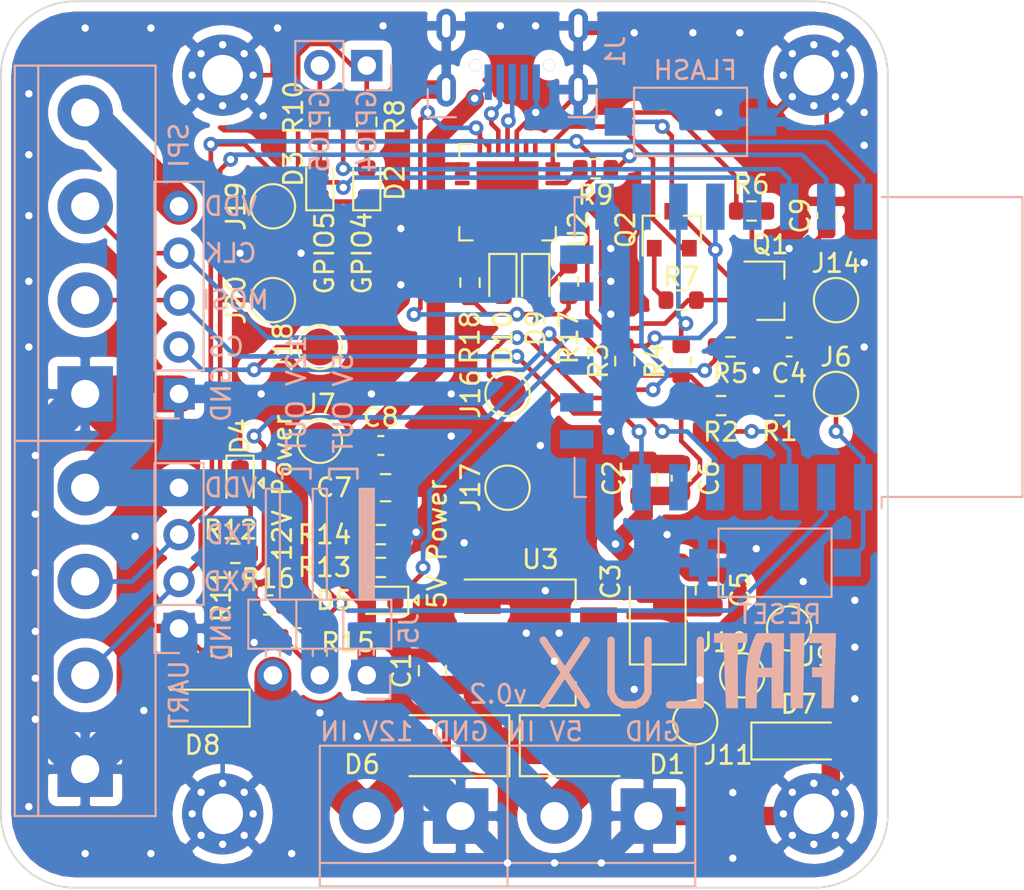
<source format=kicad_pcb>
(kicad_pcb (version 20171130) (host pcbnew 5.99.0+really5.1.10+dfsg1-1)

  (general
    (thickness 1.6)
    (drawings 68)
    (tracks 580)
    (zones 0)
    (modules 69)
    (nets 36)
  )

  (page A4)
  (layers
    (0 F.Cu signal)
    (31 B.Cu signal)
    (32 B.Adhes user)
    (33 F.Adhes user)
    (34 B.Paste user hide)
    (35 F.Paste user hide)
    (36 B.SilkS user)
    (37 F.SilkS user)
    (38 B.Mask user hide)
    (39 F.Mask user hide)
    (40 Dwgs.User user hide)
    (41 Cmts.User user hide)
    (42 Eco1.User user hide)
    (43 Eco2.User user hide)
    (44 Edge.Cuts user)
    (45 Margin user)
    (46 B.CrtYd user)
    (47 F.CrtYd user)
    (48 B.Fab user hide)
    (49 F.Fab user hide)
  )

  (setup
    (last_trace_width 0.25)
    (user_trace_width 0.25)
    (user_trace_width 0.5)
    (user_trace_width 1)
    (user_trace_width 2)
    (trace_clearance 0.2)
    (zone_clearance 0.508)
    (zone_45_only no)
    (trace_min 0.2)
    (via_size 0.8)
    (via_drill 0.4)
    (via_min_size 0.4)
    (via_min_drill 0.3)
    (uvia_size 0.3)
    (uvia_drill 0.1)
    (uvias_allowed no)
    (uvia_min_size 0.2)
    (uvia_min_drill 0.1)
    (edge_width 0.1)
    (segment_width 0.2)
    (pcb_text_width 0.3)
    (pcb_text_size 1.5 1.5)
    (mod_edge_width 0.15)
    (mod_text_size 1 1)
    (mod_text_width 0.15)
    (pad_size 0.65 0.65)
    (pad_drill 0.65)
    (pad_to_mask_clearance 0)
    (aux_axis_origin 0 0)
    (visible_elements FFFFFF7F)
    (pcbplotparams
      (layerselection 0x010fc_ffffffff)
      (usegerberextensions false)
      (usegerberattributes true)
      (usegerberadvancedattributes true)
      (creategerberjobfile true)
      (excludeedgelayer true)
      (linewidth 0.100000)
      (plotframeref false)
      (viasonmask false)
      (mode 1)
      (useauxorigin false)
      (hpglpennumber 1)
      (hpglpenspeed 20)
      (hpglpendiameter 15.000000)
      (psnegative false)
      (psa4output false)
      (plotreference true)
      (plotvalue true)
      (plotinvisibletext false)
      (padsonsilk false)
      (subtractmaskfromsilk false)
      (outputformat 1)
      (mirror false)
      (drillshape 0)
      (scaleselection 1)
      (outputdirectory "gen"))
  )

  (net 0 "")
  (net 1 GND)
  (net 2 /Power/LDO_IN)
  (net 3 +3V3)
  (net 4 nRST)
  (net 5 +5V)
  (net 6 "Net-(D2-Pad2)")
  (net 7 "Net-(D3-Pad2)")
  (net 8 "Net-(D4-Pad2)")
  (net 9 SEN_5V)
  (net 10 +12V)
  (net 11 "Net-(J1-Pad2)")
  (net 12 "Net-(J1-Pad3)")
  (net 13 VOUT)
  (net 14 TXD0)
  (net 15 RXD0)
  (net 16 SCLK)
  (net 17 MOSI)
  (net 18 ADC)
  (net 19 RTS)
  (net 20 DTR)
  (net 21 EN)
  (net 22 GPIO2)
  (net 23 "Net-(R9-Pad2)")
  (net 24 SEN_12V)
  (net 25 "Net-(R13-Pad1)")
  (net 26 CS0)
  (net 27 GPIO5)
  (net 28 GPIO4)
  (net 29 FLSH)
  (net 30 "Net-(Q1-Pad1)")
  (net 31 "Net-(Q2-Pad1)")
  (net 32 "Net-(D9-Pad2)")
  (net 33 /TXLED)
  (net 34 "Net-(D10-Pad2)")
  (net 35 /RXLED)

  (net_class Default "Dies ist die voreingestellte Netzklasse."
    (clearance 0.2)
    (trace_width 0.25)
    (via_dia 0.8)
    (via_drill 0.4)
    (uvia_dia 0.3)
    (uvia_drill 0.1)
    (add_net +12V)
    (add_net +3V3)
    (add_net +5V)
    (add_net /Power/LDO_IN)
    (add_net /RXLED)
    (add_net /TXLED)
    (add_net ADC)
    (add_net CS0)
    (add_net DTR)
    (add_net EN)
    (add_net FLSH)
    (add_net GND)
    (add_net GPIO2)
    (add_net GPIO4)
    (add_net GPIO5)
    (add_net MOSI)
    (add_net "Net-(D10-Pad2)")
    (add_net "Net-(D2-Pad2)")
    (add_net "Net-(D3-Pad2)")
    (add_net "Net-(D4-Pad2)")
    (add_net "Net-(D9-Pad2)")
    (add_net "Net-(J1-Pad2)")
    (add_net "Net-(J1-Pad3)")
    (add_net "Net-(Q1-Pad1)")
    (add_net "Net-(Q2-Pad1)")
    (add_net "Net-(R13-Pad1)")
    (add_net "Net-(R9-Pad2)")
    (add_net RTS)
    (add_net RXD0)
    (add_net SCLK)
    (add_net SEN_12V)
    (add_net SEN_5V)
    (add_net TXD0)
    (add_net VOUT)
    (add_net nRST)
  )

  (module stock:micro_usb (layer B.Cu) (tedit 60A908A0) (tstamp 60A9DF09)
    (at 58.674 27.178)
    (path /607AE779)
    (fp_text reference J1 (at 5.588 2.54 270) (layer B.SilkS)
      (effects (font (size 1 1) (thickness 0.15)) (justify mirror))
    )
    (fp_text value USB_B_Micro (at 0 -1.016) (layer B.Fab)
      (effects (font (size 1 1) (thickness 0.15)) (justify mirror))
    )
    (fp_line (start 5.08 0) (end -5.08 0) (layer B.Fab) (width 0.12))
    (fp_line (start 4.572 4.572) (end 4.572 6.096) (layer B.SilkS) (width 0.12))
    (fp_line (start 4.572 6.096) (end 3.048 6.096) (layer B.SilkS) (width 0.12))
    (fp_line (start -4.572 4.572) (end -4.572 6.096) (layer B.SilkS) (width 0.12))
    (fp_line (start -4.572 6.096) (end -3.048 6.096) (layer B.SilkS) (width 0.12))
    (pad "" thru_hole circle (at -2 3.275) (size 0.65 0.65) (drill 0.65) (layers *.Cu))
    (pad "" thru_hole circle (at 2 3.275) (size 0.65 0.65) (drill 0.65) (layers *.Cu))
    (pad 5 smd rect (at 1.3 4.2) (size 0.4 1.925) (layers B.Cu B.Paste B.Mask)
      (net 1 GND))
    (pad 1 smd rect (at -1.3 4.2) (size 0.4 1.925) (layers B.Cu B.Paste B.Mask)
      (net 5 +5V))
    (pad 2 smd rect (at -0.65 4.2) (size 0.4 1.925) (layers B.Cu B.Paste B.Mask)
      (net 11 "Net-(J1-Pad2)"))
    (pad 4 smd rect (at 0.65 4.2) (size 0.4 1.925) (layers B.Cu B.Paste B.Mask))
    (pad 6 thru_hole oval (at -3.575 4.6) (size 1.05 1.85) (drill oval 0.45 1.25) (layers *.Cu *.Mask)
      (net 1 GND))
    (pad 6 thru_hole oval (at -3.575 1.15) (size 1.05 1.85) (drill oval 0.45 1.25) (layers *.Cu *.Mask)
      (net 1 GND))
    (pad 6 thru_hole oval (at 3.575 4.6) (size 1.05 1.85) (drill oval 0.45 1.25) (layers *.Cu *.Mask)
      (net 1 GND))
    (pad 3 smd rect (at 0 4.2) (size 0.4 1.925) (layers B.Cu B.Paste B.Mask)
      (net 12 "Net-(J1-Pad3)"))
    (pad 6 thru_hole oval (at 3.575 1.15) (size 1.05 1.85) (drill oval 0.45 1.25) (layers *.Cu *.Mask)
      (net 1 GND))
    (model ${KISYS3DMOD}/Connector_USB.3dshapes/USB_Micro-B_Molex_47346-0001.step
      (offset (xyz 0 3 0))
      (scale (xyz 1 1 1))
      (rotate (xyz 0 0 0))
    )
  )

  (module TestPoint:TestPoint_Pad_D2.0mm (layer F.Cu) (tedit 5A0F774F) (tstamp 60A933D3)
    (at 45.72 43.18 90)
    (descr "SMD pad as test Point, diameter 2.0mm")
    (tags "test point SMD pad")
    (path /60CD9BDE)
    (attr virtual)
    (fp_text reference J20 (at 0 -1.998 90) (layer F.SilkS)
      (effects (font (size 1 1) (thickness 0.15)))
    )
    (fp_text value Testpoint_RST (at 0 2.05 90) (layer F.Fab)
      (effects (font (size 1 1) (thickness 0.15)))
    )
    (fp_circle (center 0 0) (end 0 1.2) (layer F.SilkS) (width 0.12))
    (fp_circle (center 0 0) (end 1.5 0) (layer F.CrtYd) (width 0.05))
    (fp_text user %R (at 0 -2 90) (layer F.Fab)
      (effects (font (size 1 1) (thickness 0.15)))
    )
    (pad 1 smd circle (at 0 0 90) (size 2 2) (layers F.Cu F.Mask)
      (net 15 RXD0))
  )

  (module TestPoint:TestPoint_Pad_D2.0mm (layer F.Cu) (tedit 5A0F774F) (tstamp 60A933CB)
    (at 45.72 38.1 90)
    (descr "SMD pad as test Point, diameter 2.0mm")
    (tags "test point SMD pad")
    (path /60CD9446)
    (attr virtual)
    (fp_text reference J19 (at 0 -1.998 90) (layer F.SilkS)
      (effects (font (size 1 1) (thickness 0.15)))
    )
    (fp_text value Testpoint_RST (at 0 2.05 90) (layer F.Fab)
      (effects (font (size 1 1) (thickness 0.15)))
    )
    (fp_circle (center 0 0) (end 0 1.2) (layer F.SilkS) (width 0.12))
    (fp_circle (center 0 0) (end 1.5 0) (layer F.CrtYd) (width 0.05))
    (fp_text user %R (at 0 -2 90) (layer F.Fab)
      (effects (font (size 1 1) (thickness 0.15)))
    )
    (pad 1 smd circle (at 0 0 90) (size 2 2) (layers F.Cu F.Mask)
      (net 14 TXD0))
  )

  (module TestPoint:TestPoint_Pad_D2.0mm (layer F.Cu) (tedit 5A0F774F) (tstamp 60A933C3)
    (at 48.26 45.72 90)
    (descr "SMD pad as test Point, diameter 2.0mm")
    (tags "test point SMD pad")
    (path /60C91CA2)
    (attr virtual)
    (fp_text reference J18 (at 0 -1.998 90) (layer F.SilkS)
      (effects (font (size 1 1) (thickness 0.15)))
    )
    (fp_text value Testpoint_RST (at 0 2.05 90) (layer F.Fab)
      (effects (font (size 1 1) (thickness 0.15)))
    )
    (fp_circle (center 0 0) (end 0 1.2) (layer F.SilkS) (width 0.12))
    (fp_circle (center 0 0) (end 1.5 0) (layer F.CrtYd) (width 0.05))
    (fp_text user %R (at 0 -2 90) (layer F.Fab)
      (effects (font (size 1 1) (thickness 0.15)))
    )
    (pad 1 smd circle (at 0 0 90) (size 2 2) (layers F.Cu F.Mask)
      (net 26 CS0))
  )

  (module TestPoint:TestPoint_Pad_D2.0mm (layer F.Cu) (tedit 5A0F774F) (tstamp 60A933BB)
    (at 58.42 53.34 90)
    (descr "SMD pad as test Point, diameter 2.0mm")
    (tags "test point SMD pad")
    (path /60C915D4)
    (attr virtual)
    (fp_text reference J17 (at 0 -1.998 90) (layer F.SilkS)
      (effects (font (size 1 1) (thickness 0.15)))
    )
    (fp_text value Testpoint_RST (at 0 2.05 90) (layer F.Fab)
      (effects (font (size 1 1) (thickness 0.15)))
    )
    (fp_circle (center 0 0) (end 0 1.2) (layer F.SilkS) (width 0.12))
    (fp_circle (center 0 0) (end 1.5 0) (layer F.CrtYd) (width 0.05))
    (fp_text user %R (at 0 -2 90) (layer F.Fab)
      (effects (font (size 1 1) (thickness 0.15)))
    )
    (pad 1 smd circle (at 0 0 90) (size 2 2) (layers F.Cu F.Mask)
      (net 17 MOSI))
  )

  (module TestPoint:TestPoint_Pad_D2.0mm (layer F.Cu) (tedit 5A0F774F) (tstamp 60A933B3)
    (at 58.42 48.26 90)
    (descr "SMD pad as test Point, diameter 2.0mm")
    (tags "test point SMD pad")
    (path /60C8A000)
    (attr virtual)
    (fp_text reference J16 (at 0 -1.998 90) (layer F.SilkS)
      (effects (font (size 1 1) (thickness 0.15)))
    )
    (fp_text value Testpoint_RST (at 0 2.05 90) (layer F.Fab)
      (effects (font (size 1 1) (thickness 0.15)))
    )
    (fp_circle (center 0 0) (end 0 1.2) (layer F.SilkS) (width 0.12))
    (fp_circle (center 0 0) (end 1.5 0) (layer F.CrtYd) (width 0.05))
    (fp_text user %R (at 0 -2 90) (layer F.Fab)
      (effects (font (size 1 1) (thickness 0.15)))
    )
    (pad 1 smd circle (at 0 0 90) (size 2 2) (layers F.Cu F.Mask)
      (net 16 SCLK))
  )

  (module Connector_PinHeader_2.54mm:PinHeader_1x04_P2.54mm_Vertical (layer B.Cu) (tedit 59FED5CC) (tstamp 60A8F9F4)
    (at 40.64 60.96)
    (descr "Through hole straight pin header, 1x04, 2.54mm pitch, single row")
    (tags "Through hole pin header THT 1x04 2.54mm single row")
    (path /60C2CB6F)
    (fp_text reference J15 (at 0.762 -9.652) (layer B.SilkS) hide
      (effects (font (size 1 1) (thickness 0.15)) (justify mirror))
    )
    (fp_text value Conn_01x04_Male (at 0 -9.95) (layer B.Fab)
      (effects (font (size 1 1) (thickness 0.15)) (justify mirror))
    )
    (fp_line (start 1.8 1.8) (end -1.8 1.8) (layer B.CrtYd) (width 0.05))
    (fp_line (start 1.8 -9.4) (end 1.8 1.8) (layer B.CrtYd) (width 0.05))
    (fp_line (start -1.8 -9.4) (end 1.8 -9.4) (layer B.CrtYd) (width 0.05))
    (fp_line (start -1.8 1.8) (end -1.8 -9.4) (layer B.CrtYd) (width 0.05))
    (fp_line (start -1.33 1.33) (end 0 1.33) (layer B.SilkS) (width 0.12))
    (fp_line (start -1.33 0) (end -1.33 1.33) (layer B.SilkS) (width 0.12))
    (fp_line (start -1.33 -1.27) (end 1.33 -1.27) (layer B.SilkS) (width 0.12))
    (fp_line (start 1.33 -1.27) (end 1.33 -8.95) (layer B.SilkS) (width 0.12))
    (fp_line (start -1.33 -1.27) (end -1.33 -8.95) (layer B.SilkS) (width 0.12))
    (fp_line (start -1.33 -8.95) (end 1.33 -8.95) (layer B.SilkS) (width 0.12))
    (fp_line (start -1.27 0.635) (end -0.635 1.27) (layer B.Fab) (width 0.1))
    (fp_line (start -1.27 -8.89) (end -1.27 0.635) (layer B.Fab) (width 0.1))
    (fp_line (start 1.27 -8.89) (end -1.27 -8.89) (layer B.Fab) (width 0.1))
    (fp_line (start 1.27 1.27) (end 1.27 -8.89) (layer B.Fab) (width 0.1))
    (fp_line (start -0.635 1.27) (end 1.27 1.27) (layer B.Fab) (width 0.1))
    (fp_text user %R (at 0 -3.81 -90) (layer B.Fab)
      (effects (font (size 1 1) (thickness 0.15)) (justify mirror))
    )
    (pad 4 thru_hole oval (at 0 -7.62) (size 1.7 1.7) (drill 1) (layers *.Cu *.Mask)
      (net 13 VOUT))
    (pad 3 thru_hole oval (at 0 -5.08) (size 1.7 1.7) (drill 1) (layers *.Cu *.Mask)
      (net 14 TXD0))
    (pad 2 thru_hole oval (at 0 -2.54) (size 1.7 1.7) (drill 1) (layers *.Cu *.Mask)
      (net 15 RXD0))
    (pad 1 thru_hole rect (at 0 0) (size 1.7 1.7) (drill 1) (layers *.Cu *.Mask)
      (net 1 GND))
    (model ${KISYS3DMOD}/Connector_PinHeader_2.54mm.3dshapes/PinHeader_1x04_P2.54mm_Vertical.wrl
      (at (xyz 0 0 0))
      (scale (xyz 1 1 1))
      (rotate (xyz 0 0 0))
    )
  )

  (module Diode_SMD:D_MiniMELF (layer F.Cu) (tedit 5905D8F5) (tstamp 6091B1D6)
    (at 41.91 65.278 180)
    (descr "Diode Mini-MELF (SOD-80)")
    (tags "Diode Mini-MELF (SOD-80)")
    (path /6078273A/608E7242)
    (attr smd)
    (fp_text reference D8 (at 0 -2) (layer F.SilkS)
      (effects (font (size 1 1) (thickness 0.15)))
    )
    (fp_text value "Z 12V" (at 0 1.75) (layer F.Fab)
      (effects (font (size 1 1) (thickness 0.15)))
    )
    (fp_line (start -2.65 1.1) (end -2.65 -1.1) (layer F.CrtYd) (width 0.05))
    (fp_line (start 2.65 1.1) (end -2.65 1.1) (layer F.CrtYd) (width 0.05))
    (fp_line (start 2.65 -1.1) (end 2.65 1.1) (layer F.CrtYd) (width 0.05))
    (fp_line (start -2.65 -1.1) (end 2.65 -1.1) (layer F.CrtYd) (width 0.05))
    (fp_line (start -0.75 0) (end -0.35 0) (layer F.Fab) (width 0.1))
    (fp_line (start -0.35 0) (end -0.35 -0.55) (layer F.Fab) (width 0.1))
    (fp_line (start -0.35 0) (end -0.35 0.55) (layer F.Fab) (width 0.1))
    (fp_line (start -0.35 0) (end 0.25 -0.4) (layer F.Fab) (width 0.1))
    (fp_line (start 0.25 -0.4) (end 0.25 0.4) (layer F.Fab) (width 0.1))
    (fp_line (start 0.25 0.4) (end -0.35 0) (layer F.Fab) (width 0.1))
    (fp_line (start 0.25 0) (end 0.75 0) (layer F.Fab) (width 0.1))
    (fp_line (start -1.65 -0.8) (end 1.65 -0.8) (layer F.Fab) (width 0.1))
    (fp_line (start -1.65 0.8) (end -1.65 -0.8) (layer F.Fab) (width 0.1))
    (fp_line (start 1.65 0.8) (end -1.65 0.8) (layer F.Fab) (width 0.1))
    (fp_line (start 1.65 -0.8) (end 1.65 0.8) (layer F.Fab) (width 0.1))
    (fp_line (start -2.55 1) (end 1.75 1) (layer F.SilkS) (width 0.12))
    (fp_line (start -2.55 -1) (end -2.55 1) (layer F.SilkS) (width 0.12))
    (fp_line (start 1.75 -1) (end -2.55 -1) (layer F.SilkS) (width 0.12))
    (fp_text user %R (at 0 -2) (layer F.Fab)
      (effects (font (size 1 1) (thickness 0.15)))
    )
    (pad 2 smd rect (at 1.75 0 180) (size 1.3 1.7) (layers F.Cu F.Paste F.Mask)
      (net 1 GND))
    (pad 1 smd rect (at -1.75 0 180) (size 1.3 1.7) (layers F.Cu F.Paste F.Mask)
      (net 10 +12V))
    (model ${KISYS3DMOD}/Diode_SMD.3dshapes/D_MiniMELF.wrl
      (at (xyz 0 0 0))
      (scale (xyz 1 1 1))
      (rotate (xyz 0 0 0))
    )
  )

  (module Diode_SMD:D_MiniMELF (layer F.Cu) (tedit 5905D8F5) (tstamp 6091B1C3)
    (at 74.168 67.056)
    (descr "Diode Mini-MELF (SOD-80)")
    (tags "Diode Mini-MELF (SOD-80)")
    (path /6078273A/608E2DA3)
    (attr smd)
    (fp_text reference D7 (at 0 -2) (layer F.SilkS)
      (effects (font (size 1 1) (thickness 0.15)))
    )
    (fp_text value "Z 5V" (at 0 1.75) (layer F.Fab)
      (effects (font (size 1 1) (thickness 0.15)))
    )
    (fp_line (start -2.65 1.1) (end -2.65 -1.1) (layer F.CrtYd) (width 0.05))
    (fp_line (start 2.65 1.1) (end -2.65 1.1) (layer F.CrtYd) (width 0.05))
    (fp_line (start 2.65 -1.1) (end 2.65 1.1) (layer F.CrtYd) (width 0.05))
    (fp_line (start -2.65 -1.1) (end 2.65 -1.1) (layer F.CrtYd) (width 0.05))
    (fp_line (start -0.75 0) (end -0.35 0) (layer F.Fab) (width 0.1))
    (fp_line (start -0.35 0) (end -0.35 -0.55) (layer F.Fab) (width 0.1))
    (fp_line (start -0.35 0) (end -0.35 0.55) (layer F.Fab) (width 0.1))
    (fp_line (start -0.35 0) (end 0.25 -0.4) (layer F.Fab) (width 0.1))
    (fp_line (start 0.25 -0.4) (end 0.25 0.4) (layer F.Fab) (width 0.1))
    (fp_line (start 0.25 0.4) (end -0.35 0) (layer F.Fab) (width 0.1))
    (fp_line (start 0.25 0) (end 0.75 0) (layer F.Fab) (width 0.1))
    (fp_line (start -1.65 -0.8) (end 1.65 -0.8) (layer F.Fab) (width 0.1))
    (fp_line (start -1.65 0.8) (end -1.65 -0.8) (layer F.Fab) (width 0.1))
    (fp_line (start 1.65 0.8) (end -1.65 0.8) (layer F.Fab) (width 0.1))
    (fp_line (start 1.65 -0.8) (end 1.65 0.8) (layer F.Fab) (width 0.1))
    (fp_line (start -2.55 1) (end 1.75 1) (layer F.SilkS) (width 0.12))
    (fp_line (start -2.55 -1) (end -2.55 1) (layer F.SilkS) (width 0.12))
    (fp_line (start 1.75 -1) (end -2.55 -1) (layer F.SilkS) (width 0.12))
    (fp_text user %R (at 0 -2) (layer F.Fab)
      (effects (font (size 1 1) (thickness 0.15)))
    )
    (pad 2 smd rect (at 1.75 0) (size 1.3 1.7) (layers F.Cu F.Paste F.Mask)
      (net 1 GND))
    (pad 1 smd rect (at -1.75 0) (size 1.3 1.7) (layers F.Cu F.Paste F.Mask)
      (net 5 +5V))
    (model ${KISYS3DMOD}/Diode_SMD.3dshapes/D_MiniMELF.wrl
      (at (xyz 0 0 0))
      (scale (xyz 1 1 1))
      (rotate (xyz 0 0 0))
    )
  )

  (module Resistor_SMD:R_0603_1608Metric (layer F.Cu) (tedit 5F68FEEE) (tstamp 60A84A8C)
    (at 56.388 42.227 270)
    (descr "Resistor SMD 0603 (1608 Metric), square (rectangular) end terminal, IPC_7351 nominal, (Body size source: IPC-SM-782 page 72, https://www.pcb-3d.com/wordpress/wp-content/uploads/ipc-sm-782a_amendment_1_and_2.pdf), generated with kicad-footprint-generator")
    (tags resistor)
    (path /60BFE0F3)
    (attr smd)
    (fp_text reference R18 (at 2.985 0 90) (layer F.SilkS)
      (effects (font (size 1 1) (thickness 0.15)))
    )
    (fp_text value 51Ohm (at 0 1.43 90) (layer F.Fab)
      (effects (font (size 1 1) (thickness 0.15)))
    )
    (fp_line (start 1.48 0.73) (end -1.48 0.73) (layer F.CrtYd) (width 0.05))
    (fp_line (start 1.48 -0.73) (end 1.48 0.73) (layer F.CrtYd) (width 0.05))
    (fp_line (start -1.48 -0.73) (end 1.48 -0.73) (layer F.CrtYd) (width 0.05))
    (fp_line (start -1.48 0.73) (end -1.48 -0.73) (layer F.CrtYd) (width 0.05))
    (fp_line (start -0.237258 0.5225) (end 0.237258 0.5225) (layer F.SilkS) (width 0.12))
    (fp_line (start -0.237258 -0.5225) (end 0.237258 -0.5225) (layer F.SilkS) (width 0.12))
    (fp_line (start 0.8 0.4125) (end -0.8 0.4125) (layer F.Fab) (width 0.1))
    (fp_line (start 0.8 -0.4125) (end 0.8 0.4125) (layer F.Fab) (width 0.1))
    (fp_line (start -0.8 -0.4125) (end 0.8 -0.4125) (layer F.Fab) (width 0.1))
    (fp_line (start -0.8 0.4125) (end -0.8 -0.4125) (layer F.Fab) (width 0.1))
    (fp_text user %R (at 0 0 90) (layer F.Fab)
      (effects (font (size 0.4 0.4) (thickness 0.06)))
    )
    (pad 2 smd roundrect (at 0.825 0 270) (size 0.8 0.95) (layers F.Cu F.Paste F.Mask) (roundrect_rratio 0.25)
      (net 3 +3V3))
    (pad 1 smd roundrect (at -0.825 0 270) (size 0.8 0.95) (layers F.Cu F.Paste F.Mask) (roundrect_rratio 0.25)
      (net 34 "Net-(D10-Pad2)"))
    (model ${KISYS3DMOD}/Resistor_SMD.3dshapes/R_0603_1608Metric.wrl
      (at (xyz 0 0 0))
      (scale (xyz 1 1 1))
      (rotate (xyz 0 0 0))
    )
  )

  (module Resistor_SMD:R_0603_1608Metric (layer F.Cu) (tedit 5F68FEEE) (tstamp 60A84A7B)
    (at 61.722 42.164 270)
    (descr "Resistor SMD 0603 (1608 Metric), square (rectangular) end terminal, IPC_7351 nominal, (Body size source: IPC-SM-782 page 72, https://www.pcb-3d.com/wordpress/wp-content/uploads/ipc-sm-782a_amendment_1_and_2.pdf), generated with kicad-footprint-generator")
    (tags resistor)
    (path /60BF97A0)
    (attr smd)
    (fp_text reference R17 (at 3.048 0 270) (layer F.SilkS)
      (effects (font (size 1 1) (thickness 0.15)))
    )
    (fp_text value 51Ohm (at 0 1.43 90) (layer F.Fab)
      (effects (font (size 1 1) (thickness 0.15)))
    )
    (fp_line (start 1.48 0.73) (end -1.48 0.73) (layer F.CrtYd) (width 0.05))
    (fp_line (start 1.48 -0.73) (end 1.48 0.73) (layer F.CrtYd) (width 0.05))
    (fp_line (start -1.48 -0.73) (end 1.48 -0.73) (layer F.CrtYd) (width 0.05))
    (fp_line (start -1.48 0.73) (end -1.48 -0.73) (layer F.CrtYd) (width 0.05))
    (fp_line (start -0.237258 0.5225) (end 0.237258 0.5225) (layer F.SilkS) (width 0.12))
    (fp_line (start -0.237258 -0.5225) (end 0.237258 -0.5225) (layer F.SilkS) (width 0.12))
    (fp_line (start 0.8 0.4125) (end -0.8 0.4125) (layer F.Fab) (width 0.1))
    (fp_line (start 0.8 -0.4125) (end 0.8 0.4125) (layer F.Fab) (width 0.1))
    (fp_line (start -0.8 -0.4125) (end 0.8 -0.4125) (layer F.Fab) (width 0.1))
    (fp_line (start -0.8 0.4125) (end -0.8 -0.4125) (layer F.Fab) (width 0.1))
    (fp_text user %R (at 0 0 90) (layer F.Fab)
      (effects (font (size 0.4 0.4) (thickness 0.06)))
    )
    (pad 2 smd roundrect (at 0.825 0 270) (size 0.8 0.95) (layers F.Cu F.Paste F.Mask) (roundrect_rratio 0.25)
      (net 3 +3V3))
    (pad 1 smd roundrect (at -0.825 0 270) (size 0.8 0.95) (layers F.Cu F.Paste F.Mask) (roundrect_rratio 0.25)
      (net 32 "Net-(D9-Pad2)"))
    (model ${KISYS3DMOD}/Resistor_SMD.3dshapes/R_0603_1608Metric.wrl
      (at (xyz 0 0 0))
      (scale (xyz 1 1 1))
      (rotate (xyz 0 0 0))
    )
  )

  (module LED_SMD:LED_0603_1608Metric (layer F.Cu) (tedit 5F68FEF1) (tstamp 60A8458C)
    (at 58.166 42.164 270)
    (descr "LED SMD 0603 (1608 Metric), square (rectangular) end terminal, IPC_7351 nominal, (Body size source: http://www.tortai-tech.com/upload/download/2011102023233369053.pdf), generated with kicad-footprint-generator")
    (tags LED)
    (path /60BEE99B)
    (attr smd)
    (fp_text reference D10 (at 3.048 0 90) (layer F.SilkS)
      (effects (font (size 1 1) (thickness 0.15)))
    )
    (fp_text value RED (at 0 1.43 90) (layer F.Fab)
      (effects (font (size 1 1) (thickness 0.15)))
    )
    (fp_line (start 1.48 0.73) (end -1.48 0.73) (layer F.CrtYd) (width 0.05))
    (fp_line (start 1.48 -0.73) (end 1.48 0.73) (layer F.CrtYd) (width 0.05))
    (fp_line (start -1.48 -0.73) (end 1.48 -0.73) (layer F.CrtYd) (width 0.05))
    (fp_line (start -1.48 0.73) (end -1.48 -0.73) (layer F.CrtYd) (width 0.05))
    (fp_line (start -1.485 0.735) (end 0.8 0.735) (layer F.SilkS) (width 0.12))
    (fp_line (start -1.485 -0.735) (end -1.485 0.735) (layer F.SilkS) (width 0.12))
    (fp_line (start 0.8 -0.735) (end -1.485 -0.735) (layer F.SilkS) (width 0.12))
    (fp_line (start 0.8 0.4) (end 0.8 -0.4) (layer F.Fab) (width 0.1))
    (fp_line (start -0.8 0.4) (end 0.8 0.4) (layer F.Fab) (width 0.1))
    (fp_line (start -0.8 -0.1) (end -0.8 0.4) (layer F.Fab) (width 0.1))
    (fp_line (start -0.5 -0.4) (end -0.8 -0.1) (layer F.Fab) (width 0.1))
    (fp_line (start 0.8 -0.4) (end -0.5 -0.4) (layer F.Fab) (width 0.1))
    (fp_text user %R (at 0 0 90) (layer F.Fab)
      (effects (font (size 0.4 0.4) (thickness 0.06)))
    )
    (pad 2 smd roundrect (at 0.7875 0 270) (size 0.875 0.95) (layers F.Cu F.Paste F.Mask) (roundrect_rratio 0.25)
      (net 34 "Net-(D10-Pad2)"))
    (pad 1 smd roundrect (at -0.7875 0 270) (size 0.875 0.95) (layers F.Cu F.Paste F.Mask) (roundrect_rratio 0.25)
      (net 35 /RXLED))
    (model ${KISYS3DMOD}/LED_SMD.3dshapes/LED_0603_1608Metric.wrl
      (at (xyz 0 0 0))
      (scale (xyz 1 1 1))
      (rotate (xyz 0 0 0))
    )
  )

  (module LED_SMD:LED_0603_1608Metric (layer F.Cu) (tedit 5F68FEF1) (tstamp 60AD620E)
    (at 59.944 42.164 270)
    (descr "LED SMD 0603 (1608 Metric), square (rectangular) end terminal, IPC_7351 nominal, (Body size source: http://www.tortai-tech.com/upload/download/2011102023233369053.pdf), generated with kicad-footprint-generator")
    (tags LED)
    (path /60BE9E4B)
    (attr smd)
    (fp_text reference D9 (at 2.54 0 90) (layer F.SilkS)
      (effects (font (size 1 1) (thickness 0.15)))
    )
    (fp_text value RED (at 0 1.43 90) (layer F.Fab)
      (effects (font (size 1 1) (thickness 0.15)))
    )
    (fp_line (start 1.48 0.73) (end -1.48 0.73) (layer F.CrtYd) (width 0.05))
    (fp_line (start 1.48 -0.73) (end 1.48 0.73) (layer F.CrtYd) (width 0.05))
    (fp_line (start -1.48 -0.73) (end 1.48 -0.73) (layer F.CrtYd) (width 0.05))
    (fp_line (start -1.48 0.73) (end -1.48 -0.73) (layer F.CrtYd) (width 0.05))
    (fp_line (start -1.485 0.735) (end 0.8 0.735) (layer F.SilkS) (width 0.12))
    (fp_line (start -1.485 -0.735) (end -1.485 0.735) (layer F.SilkS) (width 0.12))
    (fp_line (start 0.8 -0.735) (end -1.485 -0.735) (layer F.SilkS) (width 0.12))
    (fp_line (start 0.8 0.4) (end 0.8 -0.4) (layer F.Fab) (width 0.1))
    (fp_line (start -0.8 0.4) (end 0.8 0.4) (layer F.Fab) (width 0.1))
    (fp_line (start -0.8 -0.1) (end -0.8 0.4) (layer F.Fab) (width 0.1))
    (fp_line (start -0.5 -0.4) (end -0.8 -0.1) (layer F.Fab) (width 0.1))
    (fp_line (start 0.8 -0.4) (end -0.5 -0.4) (layer F.Fab) (width 0.1))
    (fp_text user %R (at 0 0 90) (layer F.Fab)
      (effects (font (size 0.4 0.4) (thickness 0.06)))
    )
    (pad 2 smd roundrect (at 0.7875 0 270) (size 0.875 0.95) (layers F.Cu F.Paste F.Mask) (roundrect_rratio 0.25)
      (net 32 "Net-(D9-Pad2)"))
    (pad 1 smd roundrect (at -0.7875 0 270) (size 0.875 0.95) (layers F.Cu F.Paste F.Mask) (roundrect_rratio 0.25)
      (net 33 /TXLED))
    (model ${KISYS3DMOD}/LED_SMD.3dshapes/LED_0603_1608Metric.wrl
      (at (xyz 0 0 0))
      (scale (xyz 1 1 1))
      (rotate (xyz 0 0 0))
    )
  )

  (module Button_Switch_SMD:SW_SPST_CK_RS282G05A3 (layer B.Cu) (tedit 5A7A67D2) (tstamp 60A834E9)
    (at 68.326 33.528)
    (descr https://www.mouser.com/ds/2/60/RS-282G05A-SM_RT-1159762.pdf)
    (tags "SPST button tactile switch")
    (path /60B5C01C)
    (attr smd)
    (fp_text reference SW2 (at -1.524 2.54) (layer B.SilkS) hide
      (effects (font (size 1 1) (thickness 0.15)) (justify mirror))
    )
    (fp_text value SW_Push (at 0 -3) (layer B.Fab)
      (effects (font (size 1 1) (thickness 0.15)) (justify mirror))
    )
    (fp_line (start 3 1.8) (end 3 -1.8) (layer B.Fab) (width 0.1))
    (fp_line (start -3 1.8) (end -3 -1.8) (layer B.Fab) (width 0.1))
    (fp_line (start -3 1.8) (end 3 1.8) (layer B.Fab) (width 0.1))
    (fp_line (start -3 -1.8) (end 3 -1.8) (layer B.Fab) (width 0.1))
    (fp_line (start -1.5 0.8) (end -1.5 -0.8) (layer B.Fab) (width 0.1))
    (fp_line (start 1.5 0.8) (end 1.5 -0.8) (layer B.Fab) (width 0.1))
    (fp_line (start -1.5 0.8) (end 1.5 0.8) (layer B.Fab) (width 0.1))
    (fp_line (start -1.5 -0.8) (end 1.5 -0.8) (layer B.Fab) (width 0.1))
    (fp_line (start -3.06 -1.85) (end -3.06 1.85) (layer B.SilkS) (width 0.12))
    (fp_line (start 3.06 -1.85) (end -3.06 -1.85) (layer B.SilkS) (width 0.12))
    (fp_line (start 3.06 1.85) (end 3.06 -1.85) (layer B.SilkS) (width 0.12))
    (fp_line (start -3.06 1.85) (end 3.06 1.85) (layer B.SilkS) (width 0.12))
    (fp_line (start -1.75 -1) (end -1.75 1) (layer B.Fab) (width 0.1))
    (fp_line (start 1.75 -1) (end -1.75 -1) (layer B.Fab) (width 0.1))
    (fp_line (start 1.75 1) (end 1.75 -1) (layer B.Fab) (width 0.1))
    (fp_line (start -1.75 1) (end 1.75 1) (layer B.Fab) (width 0.1))
    (fp_line (start -4.9 2.05) (end 4.9 2.05) (layer B.CrtYd) (width 0.05))
    (fp_line (start 4.9 2.05) (end 4.9 -2.05) (layer B.CrtYd) (width 0.05))
    (fp_line (start 4.9 -2.05) (end -4.9 -2.05) (layer B.CrtYd) (width 0.05))
    (fp_line (start -4.9 -2.05) (end -4.9 2.05) (layer B.CrtYd) (width 0.05))
    (fp_text user %R (at 0 2.6) (layer B.Fab)
      (effects (font (size 1 1) (thickness 0.15)) (justify mirror))
    )
    (pad 2 smd rect (at 3.9 0) (size 1.5 1.5) (layers B.Cu B.Paste B.Mask)
      (net 1 GND))
    (pad 1 smd rect (at -3.9 0) (size 1.5 1.5) (layers B.Cu B.Paste B.Mask)
      (net 29 FLSH))
    (model ${KISYS3DMOD}/Button_Switch_SMD.3dshapes/SW_SPST_CK_RS282G05A3.wrl
      (at (xyz 0 0 0))
      (scale (xyz 1 1 1))
      (rotate (xyz 0 0 0))
    )
  )

  (module Button_Switch_SMD:SW_SPST_CK_RS282G05A3 (layer B.Cu) (tedit 5A7A67D2) (tstamp 60A834CE)
    (at 72.898 57.404 180)
    (descr https://www.mouser.com/ds/2/60/RS-282G05A-SM_RT-1159762.pdf)
    (tags "SPST button tactile switch")
    (path /60AAD571)
    (attr smd)
    (fp_text reference SW1 (at 4.826 1.778) (layer B.SilkS) hide
      (effects (font (size 1 1) (thickness 0.15)) (justify mirror))
    )
    (fp_text value SW_Push (at 0 -3) (layer B.Fab)
      (effects (font (size 1 1) (thickness 0.15)) (justify mirror))
    )
    (fp_line (start 3 1.8) (end 3 -1.8) (layer B.Fab) (width 0.1))
    (fp_line (start -3 1.8) (end -3 -1.8) (layer B.Fab) (width 0.1))
    (fp_line (start -3 1.8) (end 3 1.8) (layer B.Fab) (width 0.1))
    (fp_line (start -3 -1.8) (end 3 -1.8) (layer B.Fab) (width 0.1))
    (fp_line (start -1.5 0.8) (end -1.5 -0.8) (layer B.Fab) (width 0.1))
    (fp_line (start 1.5 0.8) (end 1.5 -0.8) (layer B.Fab) (width 0.1))
    (fp_line (start -1.5 0.8) (end 1.5 0.8) (layer B.Fab) (width 0.1))
    (fp_line (start -1.5 -0.8) (end 1.5 -0.8) (layer B.Fab) (width 0.1))
    (fp_line (start -3.06 -1.85) (end -3.06 1.85) (layer B.SilkS) (width 0.12))
    (fp_line (start 3.06 -1.85) (end -3.06 -1.85) (layer B.SilkS) (width 0.12))
    (fp_line (start 3.06 1.85) (end 3.06 -1.85) (layer B.SilkS) (width 0.12))
    (fp_line (start -3.06 1.85) (end 3.06 1.85) (layer B.SilkS) (width 0.12))
    (fp_line (start -1.75 -1) (end -1.75 1) (layer B.Fab) (width 0.1))
    (fp_line (start 1.75 -1) (end -1.75 -1) (layer B.Fab) (width 0.1))
    (fp_line (start 1.75 1) (end 1.75 -1) (layer B.Fab) (width 0.1))
    (fp_line (start -1.75 1) (end 1.75 1) (layer B.Fab) (width 0.1))
    (fp_line (start -4.9 2.05) (end 4.9 2.05) (layer B.CrtYd) (width 0.05))
    (fp_line (start 4.9 2.05) (end 4.9 -2.05) (layer B.CrtYd) (width 0.05))
    (fp_line (start 4.9 -2.05) (end -4.9 -2.05) (layer B.CrtYd) (width 0.05))
    (fp_line (start -4.9 -2.05) (end -4.9 2.05) (layer B.CrtYd) (width 0.05))
    (fp_text user %R (at 0 2.6) (layer B.Fab)
      (effects (font (size 1 1) (thickness 0.15)) (justify mirror))
    )
    (pad 2 smd rect (at 3.9 0 180) (size 1.5 1.5) (layers B.Cu B.Paste B.Mask)
      (net 1 GND))
    (pad 1 smd rect (at -3.9 0 180) (size 1.5 1.5) (layers B.Cu B.Paste B.Mask)
      (net 4 nRST))
    (model ${KISYS3DMOD}/Button_Switch_SMD.3dshapes/SW_SPST_CK_RS282G05A3.wrl
      (at (xyz 0 0 0))
      (scale (xyz 1 1 1))
      (rotate (xyz 0 0 0))
    )
  )

  (module Package_TO_SOT_SMD:SOT-23 (layer F.Cu) (tedit 5A02FF57) (tstamp 60A832B3)
    (at 67.31 39.37 90)
    (descr "SOT-23, Standard")
    (tags SOT-23)
    (path /60AA4E39)
    (attr smd)
    (fp_text reference Q2 (at 0 -2.5 90) (layer F.SilkS)
      (effects (font (size 1 1) (thickness 0.15)))
    )
    (fp_text value S8050 (at 0 2.5 90) (layer F.Fab)
      (effects (font (size 1 1) (thickness 0.15)))
    )
    (fp_line (start 0.76 1.58) (end -0.7 1.58) (layer F.SilkS) (width 0.12))
    (fp_line (start 0.76 -1.58) (end -1.4 -1.58) (layer F.SilkS) (width 0.12))
    (fp_line (start -1.7 1.75) (end -1.7 -1.75) (layer F.CrtYd) (width 0.05))
    (fp_line (start 1.7 1.75) (end -1.7 1.75) (layer F.CrtYd) (width 0.05))
    (fp_line (start 1.7 -1.75) (end 1.7 1.75) (layer F.CrtYd) (width 0.05))
    (fp_line (start -1.7 -1.75) (end 1.7 -1.75) (layer F.CrtYd) (width 0.05))
    (fp_line (start 0.76 -1.58) (end 0.76 -0.65) (layer F.SilkS) (width 0.12))
    (fp_line (start 0.76 1.58) (end 0.76 0.65) (layer F.SilkS) (width 0.12))
    (fp_line (start -0.7 1.52) (end 0.7 1.52) (layer F.Fab) (width 0.1))
    (fp_line (start 0.7 -1.52) (end 0.7 1.52) (layer F.Fab) (width 0.1))
    (fp_line (start -0.7 -0.95) (end -0.15 -1.52) (layer F.Fab) (width 0.1))
    (fp_line (start -0.15 -1.52) (end 0.7 -1.52) (layer F.Fab) (width 0.1))
    (fp_line (start -0.7 -0.95) (end -0.7 1.5) (layer F.Fab) (width 0.1))
    (fp_text user %R (at 0 0) (layer F.Fab)
      (effects (font (size 0.5 0.5) (thickness 0.075)))
    )
    (pad 3 smd rect (at 1 0 90) (size 0.9 0.8) (layers F.Cu F.Paste F.Mask)
      (net 29 FLSH))
    (pad 2 smd rect (at -1 0.95 90) (size 0.9 0.8) (layers F.Cu F.Paste F.Mask)
      (net 20 DTR))
    (pad 1 smd rect (at -1 -0.95 90) (size 0.9 0.8) (layers F.Cu F.Paste F.Mask)
      (net 31 "Net-(Q2-Pad1)"))
    (model ${KISYS3DMOD}/Package_TO_SOT_SMD.3dshapes/SOT-23.wrl
      (at (xyz 0 0 0))
      (scale (xyz 1 1 1))
      (rotate (xyz 0 0 0))
    )
  )

  (module Package_TO_SOT_SMD:SOT-23 (layer F.Cu) (tedit 5A02FF57) (tstamp 60A8329E)
    (at 72.644 42.672)
    (descr "SOT-23, Standard")
    (tags SOT-23)
    (path /60AA76E5)
    (attr smd)
    (fp_text reference Q1 (at 0 -2.5) (layer F.SilkS)
      (effects (font (size 1 1) (thickness 0.15)))
    )
    (fp_text value S8050 (at 0 2.5) (layer F.Fab)
      (effects (font (size 1 1) (thickness 0.15)))
    )
    (fp_line (start 0.76 1.58) (end -0.7 1.58) (layer F.SilkS) (width 0.12))
    (fp_line (start 0.76 -1.58) (end -1.4 -1.58) (layer F.SilkS) (width 0.12))
    (fp_line (start -1.7 1.75) (end -1.7 -1.75) (layer F.CrtYd) (width 0.05))
    (fp_line (start 1.7 1.75) (end -1.7 1.75) (layer F.CrtYd) (width 0.05))
    (fp_line (start 1.7 -1.75) (end 1.7 1.75) (layer F.CrtYd) (width 0.05))
    (fp_line (start -1.7 -1.75) (end 1.7 -1.75) (layer F.CrtYd) (width 0.05))
    (fp_line (start 0.76 -1.58) (end 0.76 -0.65) (layer F.SilkS) (width 0.12))
    (fp_line (start 0.76 1.58) (end 0.76 0.65) (layer F.SilkS) (width 0.12))
    (fp_line (start -0.7 1.52) (end 0.7 1.52) (layer F.Fab) (width 0.1))
    (fp_line (start 0.7 -1.52) (end 0.7 1.52) (layer F.Fab) (width 0.1))
    (fp_line (start -0.7 -0.95) (end -0.15 -1.52) (layer F.Fab) (width 0.1))
    (fp_line (start -0.15 -1.52) (end 0.7 -1.52) (layer F.Fab) (width 0.1))
    (fp_line (start -0.7 -0.95) (end -0.7 1.5) (layer F.Fab) (width 0.1))
    (fp_text user %R (at 0 0 90) (layer F.Fab)
      (effects (font (size 0.5 0.5) (thickness 0.075)))
    )
    (pad 3 smd rect (at 1 0) (size 0.9 0.8) (layers F.Cu F.Paste F.Mask)
      (net 4 nRST))
    (pad 2 smd rect (at -1 0.95) (size 0.9 0.8) (layers F.Cu F.Paste F.Mask)
      (net 19 RTS))
    (pad 1 smd rect (at -1 -0.95) (size 0.9 0.8) (layers F.Cu F.Paste F.Mask)
      (net 30 "Net-(Q1-Pad1)"))
    (model ${KISYS3DMOD}/Package_TO_SOT_SMD.3dshapes/SOT-23.wrl
      (at (xyz 0 0 0))
      (scale (xyz 1 1 1))
      (rotate (xyz 0 0 0))
    )
  )

  (module TestPoint:TestPoint_Pad_D2.0mm (layer F.Cu) (tedit 5A0F774F) (tstamp 60A83289)
    (at 76.2 43.18)
    (descr "SMD pad as test Point, diameter 2.0mm")
    (tags "test point SMD pad")
    (path /60ABDD61)
    (attr virtual)
    (fp_text reference J14 (at 0 -1.998) (layer F.SilkS)
      (effects (font (size 1 1) (thickness 0.15)))
    )
    (fp_text value Testpoint_RST (at 0 2.05) (layer F.Fab)
      (effects (font (size 1 1) (thickness 0.15)))
    )
    (fp_circle (center 0 0) (end 0 1.2) (layer F.SilkS) (width 0.12))
    (fp_circle (center 0 0) (end 1.5 0) (layer F.CrtYd) (width 0.05))
    (fp_text user %R (at 0 -2) (layer F.Fab)
      (effects (font (size 1 1) (thickness 0.15)))
    )
    (pad 1 smd circle (at 0 0) (size 2 2) (layers F.Cu F.Mask)
      (net 29 FLSH))
  )

  (module Capacitor_SMD:C_0603_1608Metric (layer F.Cu) (tedit 5F68FEEE) (tstamp 60A82EFD)
    (at 75.692 38.608 90)
    (descr "Capacitor SMD 0603 (1608 Metric), square (rectangular) end terminal, IPC_7351 nominal, (Body size source: IPC-SM-782 page 76, https://www.pcb-3d.com/wordpress/wp-content/uploads/ipc-sm-782a_amendment_1_and_2.pdf), generated with kicad-footprint-generator")
    (tags capacitor)
    (path /60B5C010)
    (attr smd)
    (fp_text reference C9 (at 0 -1.43 90) (layer F.SilkS)
      (effects (font (size 1 1) (thickness 0.15)))
    )
    (fp_text value 100nF (at 0 1.43 90) (layer F.Fab)
      (effects (font (size 1 1) (thickness 0.15)))
    )
    (fp_line (start 1.48 0.73) (end -1.48 0.73) (layer F.CrtYd) (width 0.05))
    (fp_line (start 1.48 -0.73) (end 1.48 0.73) (layer F.CrtYd) (width 0.05))
    (fp_line (start -1.48 -0.73) (end 1.48 -0.73) (layer F.CrtYd) (width 0.05))
    (fp_line (start -1.48 0.73) (end -1.48 -0.73) (layer F.CrtYd) (width 0.05))
    (fp_line (start -0.14058 0.51) (end 0.14058 0.51) (layer F.SilkS) (width 0.12))
    (fp_line (start -0.14058 -0.51) (end 0.14058 -0.51) (layer F.SilkS) (width 0.12))
    (fp_line (start 0.8 0.4) (end -0.8 0.4) (layer F.Fab) (width 0.1))
    (fp_line (start 0.8 -0.4) (end 0.8 0.4) (layer F.Fab) (width 0.1))
    (fp_line (start -0.8 -0.4) (end 0.8 -0.4) (layer F.Fab) (width 0.1))
    (fp_line (start -0.8 0.4) (end -0.8 -0.4) (layer F.Fab) (width 0.1))
    (fp_text user %R (at 0 0 90) (layer F.Fab)
      (effects (font (size 0.4 0.4) (thickness 0.06)))
    )
    (pad 2 smd roundrect (at 0.775 0 90) (size 0.9 0.95) (layers F.Cu F.Paste F.Mask) (roundrect_rratio 0.25)
      (net 1 GND))
    (pad 1 smd roundrect (at -0.775 0 90) (size 0.9 0.95) (layers F.Cu F.Paste F.Mask) (roundrect_rratio 0.25)
      (net 29 FLSH))
    (model ${KISYS3DMOD}/Capacitor_SMD.3dshapes/C_0603_1608Metric.wrl
      (at (xyz 0 0 0))
      (scale (xyz 1 1 1))
      (rotate (xyz 0 0 0))
    )
  )

  (module fiatlux:fiat (layer B.Cu) (tedit 609107ED) (tstamp 60924796)
    (at 72.898 63.246 180)
    (fp_text reference G*** (at 0 0) (layer B.SilkS) hide
      (effects (font (size 1.524 1.524) (thickness 0.3)) (justify mirror))
    )
    (fp_text value LOGO (at 0.75 0) (layer B.SilkS) hide
      (effects (font (size 1.524 1.524) (thickness 0.3)) (justify mirror))
    )
    (fp_poly (pts (xy 3.301653 1.770381) (xy 3.302418 1.51384) (xy 3.045969 1.51384) (xy 2.99591 1.513767)
      (xy 2.948991 1.513557) (xy 2.906182 1.513224) (xy 2.868451 1.512783) (xy 2.836767 1.512247)
      (xy 2.812097 1.511632) (xy 2.795411 1.51095) (xy 2.787676 1.510218) (xy 2.787256 1.51003)
      (xy 2.786461 1.504057) (xy 2.785484 1.489424) (xy 2.784395 1.467629) (xy 2.783265 1.440171)
      (xy 2.782165 1.408545) (xy 2.781657 1.39192) (xy 2.780572 1.356531) (xy 2.779433 1.322459)
      (xy 2.778315 1.291744) (xy 2.777294 1.266426) (xy 2.776445 1.248546) (xy 2.776214 1.2446)
      (xy 2.775374 1.228726) (xy 2.774344 1.205052) (xy 2.773216 1.175934) (xy 2.772081 1.14373)
      (xy 2.771161 1.11506) (xy 2.770082 1.0816) (xy 2.768919 1.048715) (xy 2.767767 1.018902)
      (xy 2.766722 0.994656) (xy 2.765999 0.98044) (xy 2.765085 0.962217) (xy 2.763995 0.936535)
      (xy 2.762833 0.906091) (xy 2.761705 0.873583) (xy 2.761065 0.85344) (xy 2.75997 0.819353)
      (xy 2.758746 0.784061) (xy 2.757509 0.750787) (xy 2.756379 0.722752) (xy 2.755867 0.7112)
      (xy 2.754974 0.691568) (xy 2.754071 0.67073) (xy 2.753109 0.647396) (xy 2.752036 0.620277)
      (xy 2.750803 0.588079) (xy 2.749359 0.549514) (xy 2.747654 0.503291) (xy 2.745784 0.45212)
      (xy 2.743806 0.397888) (xy 2.742146 0.352629) (xy 2.740761 0.31516) (xy 2.739604 0.284301)
      (xy 2.73863 0.258871) (xy 2.737795 0.237688) (xy 2.737052 0.219572) (xy 2.736357 0.20334)
      (xy 2.735664 0.187813) (xy 2.735555 0.18542) (xy 2.734553 0.161812) (xy 2.73337 0.131386)
      (xy 2.732132 0.097481) (xy 2.730962 0.063436) (xy 2.73055 0.0508) (xy 2.729429 0.017307)
      (xy 2.728176 -0.017644) (xy 2.726922 -0.05061) (xy 2.725793 -0.07815) (xy 2.72543 -0.08636)
      (xy 2.724623 -0.104367) (xy 2.723797 -0.123553) (xy 2.722912 -0.144961) (xy 2.721928 -0.169637)
      (xy 2.720804 -0.198624) (xy 2.719499 -0.232969) (xy 2.717975 -0.273714) (xy 2.716191 -0.321905)
      (xy 2.714105 -0.378587) (xy 2.712713 -0.41656) (xy 2.71122 -0.457029) (xy 2.709681 -0.498217)
      (xy 2.708185 -0.537784) (xy 2.706821 -0.573392) (xy 2.705678 -0.602701) (xy 2.705097 -0.61722)
      (xy 2.704142 -0.6412) (xy 2.702907 -0.672995) (xy 2.701479 -0.710265) (xy 2.69995 -0.75067)
      (xy 2.698408 -0.791871) (xy 2.697444 -0.81788) (xy 2.695958 -0.857757) (xy 2.694439 -0.897811)
      (xy 2.692972 -0.935837) (xy 2.691645 -0.969631) (xy 2.69054 -0.99699) (xy 2.689955 -1.01092)
      (xy 2.688726 -1.040284) (xy 2.687327 -1.075111) (xy 2.685942 -1.110708) (xy 2.684922 -1.13792)
      (xy 2.682943 -1.191903) (xy 2.681287 -1.23693) (xy 2.67991 -1.274197) (xy 2.678766 -1.3049)
      (xy 2.677809 -1.330235) (xy 2.676995 -1.3514) (xy 2.676278 -1.369591) (xy 2.675613 -1.386004)
      (xy 2.674954 -1.401835) (xy 2.674622 -1.4097) (xy 2.673558 -1.435711) (xy 2.672288 -1.4682)
      (xy 2.670952 -1.503492) (xy 2.669693 -1.537908) (xy 2.669374 -1.54686) (xy 2.668212 -1.578537)
      (xy 2.666974 -1.610348) (xy 2.665783 -1.63925) (xy 2.664763 -1.662203) (xy 2.664443 -1.66878)
      (xy 2.663617 -1.686793) (xy 2.662549 -1.71257) (xy 2.661333 -1.743719) (xy 2.660061 -1.777851)
      (xy 2.658828 -1.812575) (xy 2.658794 -1.81356) (xy 2.657647 -1.846058) (xy 2.656546 -1.875953)
      (xy 2.655561 -1.901435) (xy 2.654762 -1.920696) (xy 2.65422 -1.931929) (xy 2.654156 -1.93294)
      (xy 2.653579 -1.945267) (xy 2.652994 -1.964091) (xy 2.652511 -1.985747) (xy 2.652437 -1.99009)
      (xy 2.65176 -2.032) (xy 2.005977 -2.032) (xy 2.008666 -2.01041) (xy 2.008941 -2.003284)
      (xy 2.009238 -1.986483) (xy 2.009553 -1.960488) (xy 2.009883 -1.925782) (xy 2.010227 -1.88285)
      (xy 2.010581 -1.832175) (xy 2.010943 -1.774239) (xy 2.01131 -1.709526) (xy 2.011681 -1.638519)
      (xy 2.012052 -1.561702) (xy 2.01242 -1.479558) (xy 2.012784 -1.39257) (xy 2.013141 -1.301221)
      (xy 2.013487 -1.205995) (xy 2.013822 -1.107375) (xy 2.014141 -1.005844) (xy 2.014372 -0.9271)
      (xy 2.014679 -0.821238) (xy 2.014996 -0.716559) (xy 2.01532 -0.613642) (xy 2.015648 -0.513066)
      (xy 2.015979 -0.415413) (xy 2.01631 -0.32126) (xy 2.016639 -0.231189) (xy 2.016963 -0.145778)
      (xy 2.017281 -0.065608) (xy 2.01759 0.008742) (xy 2.017888 0.076693) (xy 2.018172 0.137664)
      (xy 2.01844 0.191075) (xy 2.018691 0.236348) (xy 2.018921 0.272902) (xy 2.019128 0.300158)
      (xy 2.019221 0.30988) (xy 2.019417 0.33284) (xy 2.019622 0.364328) (xy 2.019833 0.403498)
      (xy 2.020047 0.449502) (xy 2.020263 0.501491) (xy 2.020479 0.558619) (xy 2.020692 0.620036)
      (xy 2.020901 0.684896) (xy 2.021103 0.752351) (xy 2.021297 0.821552) (xy 2.02148 0.891653)
      (xy 2.02165 0.961804) (xy 2.021806 1.031159) (xy 2.021945 1.098869) (xy 2.022065 1.164086)
      (xy 2.022164 1.225964) (xy 2.02224 1.283654) (xy 2.022291 1.336308) (xy 2.022315 1.383078)
      (xy 2.022309 1.423117) (xy 2.022273 1.455577) (xy 2.022203 1.47961) (xy 2.022098 1.494368)
      (xy 2.022093 1.49479) (xy 2.02184 1.51384) (xy 1.50368 1.51384) (xy 1.50368 2.02692)
      (xy 3.300889 2.02692) (xy 3.301653 1.770381)) (layer B.SilkS) (width 0.01))
    (fp_poly (pts (xy 1.034934 1.95199) (xy 1.10247 1.822561) (xy 1.165366 1.686545) (xy 1.223851 1.543346)
      (xy 1.278151 1.392371) (xy 1.328497 1.233025) (xy 1.373254 1.07188) (xy 1.377455 1.055525)
      (xy 1.381794 1.038087) (xy 1.386572 1.01827) (xy 1.392092 0.994775) (xy 1.398655 0.966307)
      (xy 1.406564 0.931568) (xy 1.416121 0.889261) (xy 1.425321 0.84836) (xy 1.429551 0.828396)
      (xy 1.435095 0.800567) (xy 1.441557 0.767026) (xy 1.448541 0.729921) (xy 1.455651 0.691404)
      (xy 1.462488 0.653627) (xy 1.468659 0.618739) (xy 1.473765 0.588892) (xy 1.47741 0.566235)
      (xy 1.477792 0.563687) (xy 1.481281 0.539957) (xy 1.485435 0.511474) (xy 1.489942 0.480401)
      (xy 1.49449 0.448906) (xy 1.498766 0.419152) (xy 1.50246 0.393307) (xy 1.505258 0.373534)
      (xy 1.506686 0.36322) (xy 1.509065 0.345584) (xy 1.511268 0.329288) (xy 1.511488 0.32766)
      (xy 1.51353 0.311798) (xy 1.516382 0.288617) (xy 1.519716 0.260892) (xy 1.523205 0.231401)
      (xy 1.526521 0.20292) (xy 1.529335 0.178225) (xy 1.531319 0.160094) (xy 1.53159 0.15748)
      (xy 1.533679 0.137813) (xy 1.535793 0.119191) (xy 1.536699 0.11176) (xy 1.538722 0.093921)
      (xy 1.541337 0.06795) (xy 1.544371 0.035844) (xy 1.54765 -0.000396) (xy 1.551002 -0.038773)
      (xy 1.554253 -0.077288) (xy 1.557229 -0.113942) (xy 1.559758 -0.146736) (xy 1.561666 -0.173673)
      (xy 1.562248 -0.18288) (xy 1.563744 -0.205784) (xy 1.565255 -0.225345) (xy 1.566573 -0.23905)
      (xy 1.567275 -0.24384) (xy 1.568126 -0.251367) (xy 1.569259 -0.267092) (xy 1.570554 -0.289058)
      (xy 1.571892 -0.315311) (xy 1.572573 -0.3302) (xy 1.573857 -0.357923) (xy 1.575112 -0.38239)
      (xy 1.576229 -0.401646) (xy 1.577098 -0.413735) (xy 1.577419 -0.41656) (xy 1.578047 -0.423882)
      (xy 1.578954 -0.439602) (xy 1.580051 -0.461967) (xy 1.581254 -0.489219) (xy 1.582419 -0.51816)
      (xy 1.583671 -0.549072) (xy 1.584932 -0.577373) (xy 1.586107 -0.601133) (xy 1.587101 -0.618425)
      (xy 1.58777 -0.626919) (xy 1.589141 -0.643946) (xy 1.590416 -0.670331) (xy 1.591593 -0.705273)
      (xy 1.592671 -0.74797) (xy 1.593648 -0.797621) (xy 1.594521 -0.853425) (xy 1.595289 -0.91458)
      (xy 1.595949 -0.980285) (xy 1.596501 -1.049739) (xy 1.596941 -1.122139) (xy 1.597267 -1.196686)
      (xy 1.597479 -1.272576) (xy 1.597573 -1.34901) (xy 1.597548 -1.425185) (xy 1.597401 -1.500301)
      (xy 1.597132 -1.573555) (xy 1.596737 -1.644146) (xy 1.596216 -1.711274) (xy 1.595565 -1.774136)
      (xy 1.594783 -1.831931) (xy 1.593868 -1.883859) (xy 1.592818 -1.929117) (xy 1.591631 -1.966903)
      (xy 1.591109 -1.97993) (xy 1.588858 -2.032) (xy 0.996827 -2.032) (xy 0.993789 -1.90373)
      (xy 0.993005 -1.868174) (xy 0.992138 -1.824628) (xy 0.991226 -1.775263) (xy 0.990307 -1.722248)
      (xy 0.989418 -1.667752) (xy 0.988598 -1.613945) (xy 0.987974 -1.56972) (xy 0.987299 -1.522606)
      (xy 0.986567 -1.476678) (xy 0.985808 -1.433384) (xy 0.98505 -1.394175) (xy 0.98432 -1.360501)
      (xy 0.983647 -1.333813) (xy 0.98306 -1.31556) (xy 0.982961 -1.31318) (xy 0.982119 -1.291887)
      (xy 0.981114 -1.263028) (xy 0.980028 -1.229191) (xy 0.978945 -1.192968) (xy 0.977948 -1.156946)
      (xy 0.977915 -1.1557) (xy 0.976932 -1.120885) (xy 0.975855 -1.086862) (xy 0.974764 -1.055908)
      (xy 0.973739 -1.030303) (xy 0.972862 -1.012327) (xy 0.972778 -1.01092) (xy 0.971683 -0.991003)
      (xy 0.970381 -0.964307) (xy 0.969029 -0.934202) (xy 0.967785 -0.904062) (xy 0.967693 -0.9017)
      (xy 0.965967 -0.862311) (xy 0.963709 -0.818525) (xy 0.961025 -0.771826) (xy 0.958019 -0.723699)
      (xy 0.954798 -0.67563) (xy 0.951468 -0.629105) (xy 0.948133 -0.585608) (xy 0.9449 -0.546625)
      (xy 0.941873 -0.513641) (xy 0.93916 -0.488142) (xy 0.9373 -0.474226) (xy 0.935748 -0.46324)
      (xy 0.933569 -0.446485) (xy 0.931968 -0.433586) (xy 0.929132 -0.411236) (xy 0.926639 -0.394641)
      (xy 0.923791 -0.379454) (xy 0.921702 -0.36957) (xy 0.918672 -0.355599) (xy 0.55651 -0.3556)
      (xy 0.194348 -0.3556) (xy 0.19125 -0.37973) (xy 0.19083 -0.387978) (xy 0.190415 -0.4057)
      (xy 0.19001 -0.43221) (xy 0.189619 -0.466821) (xy 0.189247 -0.508846) (xy 0.188898 -0.5576)
      (xy 0.188576 -0.612396) (xy 0.188285 -0.672547) (xy 0.188031 -0.737369) (xy 0.187818 -0.806173)
      (xy 0.187649 -0.878274) (xy 0.18753 -0.952985) (xy 0.187519 -0.96266) (xy 0.187403 -1.043623)
      (xy 0.187238 -1.12613) (xy 0.187031 -1.209071) (xy 0.186784 -1.291337) (xy 0.186504 -1.371819)
      (xy 0.186193 -1.449408) (xy 0.185858 -1.522994) (xy 0.185502 -1.591469) (xy 0.18513 -1.653722)
      (xy 0.184747 -1.708644) (xy 0.184358 -1.755128) (xy 0.184142 -1.77673) (xy 0.181399 -2.032)
      (xy -0.4318 -2.032) (xy -0.432828 -1.89611) (xy -0.433135 -1.858737) (xy -0.433469 -1.823653)
      (xy -0.433811 -1.792462) (xy -0.434143 -1.766771) (xy -0.434444 -1.748183) (xy -0.434676 -1.738834)
      (xy -0.434879 -1.729973) (xy -0.435176 -1.711911) (xy -0.435557 -1.685608) (xy -0.436008 -1.652023)
      (xy -0.436517 -1.612116) (xy -0.437073 -1.566846) (xy -0.437662 -1.517171) (xy -0.438273 -1.464052)
      (xy -0.438863 -1.411174) (xy -0.439527 -1.352592) (xy -0.440228 -1.294117) (xy -0.440947 -1.237058)
      (xy -0.441668 -1.182722) (xy -0.44237 -1.132419) (xy -0.443037 -1.087457) (xy -0.44365 -1.049144)
      (xy -0.444192 -1.018788) (xy -0.444511 -1.0033) (xy -0.445039 -0.976986) (xy -0.445646 -0.942075)
      (xy -0.446308 -0.900131) (xy -0.447004 -0.852716) (xy -0.44771 -0.801393) (xy -0.448404 -0.747724)
      (xy -0.449065 -0.693273) (xy -0.449554 -0.65024) (xy -0.450183 -0.594789) (xy -0.450868 -0.537629)
      (xy -0.451585 -0.480536) (xy -0.452312 -0.425285) (xy -0.453023 -0.373652) (xy -0.453695 -0.327415)
      (xy -0.454305 -0.288347) (xy -0.454673 -0.2667) (xy -0.455263 -0.23181) (xy -0.455936 -0.188751)
      (xy -0.456665 -0.139512) (xy -0.457422 -0.086083) (xy -0.458179 -0.030454) (xy -0.458907 0.025387)
      (xy -0.459579 0.079448) (xy -0.459723 0.09144) (xy -0.460383 0.145383) (xy -0.460472 0.1524)
      (xy 0.160985 0.1524) (xy 0.892317 0.1524) (xy 0.880654 0.23749) (xy 0.876557 0.267411)
      (xy 0.872746 0.295305) (xy 0.86952 0.318969) (xy 0.86718 0.3362) (xy 0.866277 0.3429)
      (xy 0.865199 0.350909) (xy 0.864132 0.358531) (xy 0.862872 0.36703) (xy 0.861217 0.37767)
      (xy 0.858963 0.391714) (xy 0.855908 0.410426) (xy 0.851846 0.43507) (xy 0.846576 0.466909)
      (xy 0.839894 0.507207) (xy 0.838077 0.51816) (xy 0.812629 0.661953) (xy 0.785494 0.796365)
      (xy 0.756478 0.922067) (xy 0.725389 1.039729) (xy 0.692033 1.150021) (xy 0.656216 1.253613)
      (xy 0.617746 1.351173) (xy 0.57643 1.443373) (xy 0.563594 1.469798) (xy 0.536785 1.524)
      (xy 0.16764 1.524) (xy 0.167591 1.34747) (xy 0.167549 1.316501) (xy 0.167442 1.276404)
      (xy 0.167274 1.22821) (xy 0.167051 1.172951) (xy 0.166776 1.111658) (xy 0.166457 1.045364)
      (xy 0.166096 0.975099) (xy 0.1657 0.901895) (xy 0.165274 0.826784) (xy 0.164822 0.750797)
      (xy 0.164349 0.674965) (xy 0.164264 0.66167) (xy 0.160985 0.1524) (xy -0.460472 0.1524)
      (xy -0.461108 0.202051) (xy -0.461869 0.259362) (xy -0.462637 0.315235) (xy -0.463384 0.367586)
      (xy -0.46408 0.414335) (xy -0.464698 0.453399) (xy -0.464804 0.45974) (xy -0.465395 0.496711)
      (xy -0.466068 0.541811) (xy -0.466794 0.593009) (xy -0.467548 0.648274) (xy -0.4683 0.705577)
      (xy -0.469023 0.762887) (xy -0.469691 0.818173) (xy -0.469865 0.83312) (xy -0.470507 0.886631)
      (xy -0.471213 0.94203) (xy -0.471956 0.997417) (xy -0.47271 1.050894) (xy -0.473446 1.100561)
      (xy -0.474139 1.144519) (xy -0.474761 1.18087) (xy -0.474954 1.19126) (xy -0.475503 1.222669)
      (xy -0.476126 1.262566) (xy -0.476799 1.309282) (xy -0.4775 1.361145) (xy -0.478209 1.416486)
      (xy -0.478901 1.473633) (xy -0.479557 1.530917) (xy -0.480082 1.57988) (xy -0.480682 1.634304)
      (xy -0.481348 1.688734) (xy -0.482058 1.741718) (xy -0.482789 1.791804) (xy -0.48352 1.837542)
      (xy -0.484228 1.87748) (xy -0.484891 1.910165) (xy -0.485488 1.934148) (xy -0.485489 1.934211)
      (xy -0.488182 2.02692) (xy 0.993455 2.02692) (xy 1.034934 1.95199)) (layer B.SilkS) (width 0.01))
    (fp_poly (pts (xy -0.835063 1.51765) (xy -0.835374 1.462396) (xy -0.835707 1.397734) (xy -0.836058 1.32442)
      (xy -0.836425 1.243206) (xy -0.836806 1.154845) (xy -0.837197 1.060091) (xy -0.837595 0.959698)
      (xy -0.837998 0.854419) (xy -0.838403 0.745007) (xy -0.838807 0.632215) (xy -0.839208 0.516798)
      (xy -0.839602 0.399508) (xy -0.839987 0.281098) (xy -0.84036 0.162323) (xy -0.840718 0.043936)
      (xy -0.841058 -0.07331) (xy -0.841286 -0.15494) (xy -0.841592 -0.265594) (xy -0.8419 -0.374994)
      (xy -0.842208 -0.482592) (xy -0.842515 -0.587843) (xy -0.842817 -0.690197) (xy -0.843115 -0.789109)
      (xy -0.843405 -0.884031) (xy -0.843687 -0.974416) (xy -0.843958 -1.059716) (xy -0.844217 -1.139386)
      (xy -0.844462 -1.212877) (xy -0.844691 -1.279642) (xy -0.844902 -1.339135) (xy -0.845095 -1.390808)
      (xy -0.845266 -1.434114) (xy -0.845415 -1.468506) (xy -0.845539 -1.493437) (xy -0.845569 -1.4986)
      (xy -0.845882 -1.551559) (xy -0.846221 -1.611079) (xy -0.846568 -1.673898) (xy -0.846906 -1.73675)
      (xy -0.847216 -1.796374) (xy -0.847481 -1.849505) (xy -0.84751 -1.85547) (xy -0.84836 -2.032)
      (xy -1.507362 -2.032) (xy -1.510286 -2.00533) (xy -1.511157 -1.992508) (xy -1.511974 -1.971391)
      (xy -1.512692 -1.943846) (xy -1.513267 -1.911738) (xy -1.513654 -1.876931) (xy -1.513757 -1.860362)
      (xy -1.513992 -1.826472) (xy -1.514355 -1.79584) (xy -1.514814 -1.769974) (xy -1.515341 -1.750384)
      (xy -1.515904 -1.738578) (xy -1.516233 -1.735902) (xy -1.516702 -1.729683) (xy -1.517269 -1.714361)
      (xy -1.517912 -1.690993) (xy -1.518607 -1.660637) (xy -1.519331 -1.624349) (xy -1.520062 -1.583185)
      (xy -1.520777 -1.538203) (xy -1.521273 -1.50368) (xy -1.521988 -1.453903) (xy -1.522747 -1.404929)
      (xy -1.523523 -1.358196) (xy -1.524292 -1.315143) (xy -1.525026 -1.277206) (xy -1.525699 -1.245826)
      (xy -1.526286 -1.222439) (xy -1.526541 -1.21412) (xy -1.527142 -1.193567) (xy -1.52785 -1.1646)
      (xy -1.528628 -1.128961) (xy -1.529443 -1.088395) (xy -1.530258 -1.044644) (xy -1.531037 -0.999454)
      (xy -1.531506 -0.97028) (xy -1.53226 -0.923845) (xy -1.533085 -0.876631) (xy -1.533941 -0.830607)
      (xy -1.53479 -0.787741) (xy -1.535594 -0.750002) (xy -1.536314 -0.719359) (xy -1.536664 -0.70612)
      (xy -1.537381 -0.678446) (xy -1.538213 -0.642913) (xy -1.539111 -0.60182) (xy -1.540025 -0.557466)
      (xy -1.540907 -0.51215) (xy -1.541709 -0.468172) (xy -1.541723 -0.46736) (xy -1.542357 -0.431338)
      (xy -1.542964 -0.397517) (xy -1.543565 -0.364735) (xy -1.544185 -0.331828) (xy -1.544847 -0.297631)
      (xy -1.545574 -0.260982) (xy -1.546389 -0.220717) (xy -1.547316 -0.175671) (xy -1.548378 -0.124683)
      (xy -1.549597 -0.066587) (xy -1.550998 -0.00022) (xy -1.551971 0.04572) (xy -1.552755 0.084036)
      (xy -1.553646 0.12962) (xy -1.554588 0.179585) (xy -1.555528 0.231041) (xy -1.556413 0.281098)
      (xy -1.557075 0.32004) (xy -1.557844 0.364341) (xy -1.558701 0.410358) (xy -1.559598 0.455712)
      (xy -1.560486 0.498026) (xy -1.561316 0.534923) (xy -1.562038 0.56388) (xy -1.562761 0.592815)
      (xy -1.563598 0.629572) (xy -1.564498 0.671816) (xy -1.565415 0.717209) (xy -1.5663 0.763416)
      (xy -1.567104 0.808101) (xy -1.567141 0.81026) (xy -1.567953 0.856124) (xy -1.568852 0.904814)
      (xy -1.569786 0.953714) (xy -1.570705 1.000209) (xy -1.571558 1.04168) (xy -1.57227 1.07442)
      (xy -1.573043 1.109737) (xy -1.573939 1.152379) (xy -1.574898 1.199515) (xy -1.575864 1.248312)
      (xy -1.57678 1.295938) (xy -1.577387 1.32842) (xy -1.578227 1.373394) (xy -1.579154 1.421612)
      (xy -1.58011 1.470242) (xy -1.58104 1.516451) (xy -1.581888 1.557407) (xy -1.582424 1.58242)
      (xy -1.583132 1.615431) (xy -1.583984 1.656186) (xy -1.58493 1.702272) (xy -1.585922 1.751274)
      (xy -1.586911 1.80078) (xy -1.587847 1.848375) (xy -1.588034 1.858011) (xy -1.591312 2.02692)
      (xy -0.832033 2.02692) (xy -0.835063 1.51765)) (layer B.SilkS) (width 0.01))
    (fp_poly (pts (xy -1.83896 1.49352) (xy -2.53492 1.49352) (xy -2.535078 1.43891) (xy -2.535123 1.426758)
      (xy -2.535214 1.405148) (xy -2.535349 1.374781) (xy -2.535524 1.336359) (xy -2.535735 1.290584)
      (xy -2.535979 1.238157) (xy -2.536254 1.179781) (xy -2.536555 1.116156) (xy -2.53688 1.047985)
      (xy -2.537224 0.975969) (xy -2.537586 0.90081) (xy -2.537961 0.823209) (xy -2.538166 0.78105)
      (xy -2.541096 0.1778) (xy -2.00152 0.1778) (xy -2.00152 -0.35052) (xy -2.54043 -0.35052)
      (xy -2.537779 -0.52705) (xy -2.537288 -0.562694) (xy -2.536747 -0.607127) (xy -2.536169 -0.658978)
      (xy -2.535569 -0.716878) (xy -2.534959 -0.779454) (xy -2.534352 -0.845336) (xy -2.533761 -0.913154)
      (xy -2.533201 -0.981537) (xy -2.532683 -1.049114) (xy -2.532463 -1.0795) (xy -2.531941 -1.150661)
      (xy -2.531351 -1.226643) (xy -2.53071 -1.305599) (xy -2.530034 -1.385679) (xy -2.529339 -1.465035)
      (xy -2.528642 -1.541818) (xy -2.527958 -1.614178) (xy -2.527304 -1.680268) (xy -2.526696 -1.738239)
      (xy -2.526636 -1.74371) (xy -2.523475 -2.032) (xy -2.843858 -2.032) (xy -2.899957 -2.031941)
      (xy -2.953004 -2.031771) (xy -3.002135 -2.031501) (xy -3.046484 -2.03114) (xy -3.085186 -2.030699)
      (xy -3.117378 -2.030189) (xy -3.142194 -2.029618) (xy -3.15877 -2.028998) (xy -3.16624 -2.028339)
      (xy -3.166576 -2.02819) (xy -3.167504 -2.021938) (xy -3.16838 -2.007561) (xy -3.169112 -1.987092)
      (xy -3.169611 -1.962566) (xy -3.169664 -1.95834) (xy -3.170121 -1.929378) (xy -3.170799 -1.900281)
      (xy -3.171603 -1.87456) (xy -3.172382 -1.85674) (xy -3.173123 -1.840718) (xy -3.174047 -1.816715)
      (xy -3.175079 -1.786905) (xy -3.176144 -1.753464) (xy -3.177168 -1.718567) (xy -3.177352 -1.71196)
      (xy -3.178403 -1.674982) (xy -3.17954 -1.637121) (xy -3.180677 -1.601097) (xy -3.181728 -1.56963)
      (xy -3.182606 -1.545442) (xy -3.18265 -1.54432) (xy -3.183586 -1.519003) (xy -3.184696 -1.486732)
      (xy -3.185872 -1.450712) (xy -3.18701 -1.414144) (xy -3.187669 -1.39192) (xy -3.188721 -1.356233)
      (xy -3.189776 -1.321799) (xy -3.190892 -1.286806) (xy -3.192132 -1.249439) (xy -3.193556 -1.207887)
      (xy -3.195223 -1.160335) (xy -3.197195 -1.104972) (xy -3.197836 -1.08712) (xy -3.198841 -1.057903)
      (xy -3.200008 -1.022094) (xy -3.201222 -0.983258) (xy -3.202373 -0.94496) (xy -3.202962 -0.92456)
      (xy -3.204012 -0.888761) (xy -3.205181 -0.850923) (xy -3.206362 -0.814427) (xy -3.207446 -0.782652)
      (xy -3.208012 -0.76708) (xy -3.208983 -0.739826) (xy -3.210118 -0.705797) (xy -3.211306 -0.668372)
      (xy -3.212441 -0.630931) (xy -3.213058 -0.6096) (xy -3.214108 -0.573801) (xy -3.215281 -0.535963)
      (xy -3.216468 -0.499466) (xy -3.21756 -0.467691) (xy -3.218131 -0.45212) (xy -3.219114 -0.424867)
      (xy -3.220262 -0.390838) (xy -3.221466 -0.353413) (xy -3.222616 -0.315972) (xy -3.223242 -0.29464)
      (xy -3.224309 -0.258555) (xy -3.225497 -0.220158) (xy -3.226695 -0.182922) (xy -3.227792 -0.150317)
      (xy -3.228348 -0.13462) (xy -3.229332 -0.106388) (xy -3.230479 -0.071472) (xy -3.231678 -0.033342)
      (xy -3.232821 0.004529) (xy -3.233425 0.0254) (xy -3.234453 0.059554) (xy -3.235597 0.094178)
      (xy -3.236755 0.126404) (xy -3.237826 0.153363) (xy -3.238473 0.16764) (xy -3.239329 0.187682)
      (xy -3.240332 0.215467) (xy -3.241405 0.248581) (xy -3.242469 0.284608) (xy -3.243448 0.321136)
      (xy -3.243611 0.32766) (xy -3.244565 0.364244) (xy -3.245615 0.400978) (xy -3.246682 0.435391)
      (xy -3.24769 0.465008) (xy -3.248561 0.487357) (xy -3.248689 0.49022) (xy -3.249563 0.511729)
      (xy -3.250588 0.54074) (xy -3.251679 0.574603) (xy -3.25275 0.610661) (xy -3.253687 0.64516)
      (xy -3.254659 0.680578) (xy -3.255743 0.716139) (xy -3.256851 0.749259) (xy -3.257898 0.777351)
      (xy -3.258783 0.79756) (xy -3.259628 0.817247) (xy -3.260615 0.844777) (xy -3.261671 0.877835)
      (xy -3.262723 0.914108) (xy -3.263698 0.951281) (xy -3.263974 0.96266) (xy -3.264894 0.999006)
      (xy -3.265896 1.034578) (xy -3.266912 1.067222) (xy -3.267874 1.094781) (xy -3.268713 1.115099)
      (xy -3.268967 1.12014) (xy -3.269805 1.138156) (xy -3.270808 1.163938) (xy -3.271892 1.195093)
      (xy -3.272975 1.22923) (xy -3.273974 1.263957) (xy -3.274 1.26492) (xy -3.275024 1.301315)
      (xy -3.276147 1.338778) (xy -3.277279 1.374449) (xy -3.27833 1.405465) (xy -3.279149 1.42748)
      (xy -3.280057 1.451929) (xy -3.281132 1.483595) (xy -3.282281 1.51954) (xy -3.283408 1.556825)
      (xy -3.284283 1.5875) (xy -3.285298 1.622848) (xy -3.286398 1.658648) (xy -3.287494 1.692182)
      (xy -3.288498 1.720727) (xy -3.289249 1.7399) (xy -3.290046 1.760317) (xy -3.291045 1.788546)
      (xy -3.292168 1.822243) (xy -3.293338 1.859064) (xy -3.294477 1.896667) (xy -3.294832 1.90881)
      (xy -3.298249 2.02692) (xy -1.83896 2.02692) (xy -1.83896 1.49352)) (layer B.SilkS) (width 0.01))
  )

  (module Package_TO_SOT_SMD:SOT-223-3_TabPin2 (layer F.Cu) (tedit 5A02FF57) (tstamp 6091CC95)
    (at 60.198 61.722)
    (descr "module CMS SOT223 4 pins")
    (tags "CMS SOT")
    (path /6078273A/6078C93E)
    (attr smd)
    (fp_text reference U3 (at 0 -4.5) (layer F.SilkS)
      (effects (font (size 1 1) (thickness 0.15)))
    )
    (fp_text value AMS1117-3.3 (at 0 4.5) (layer F.Fab)
      (effects (font (size 1 1) (thickness 0.15)))
    )
    (fp_line (start 1.91 3.41) (end 1.91 2.15) (layer F.SilkS) (width 0.12))
    (fp_line (start 1.91 -3.41) (end 1.91 -2.15) (layer F.SilkS) (width 0.12))
    (fp_line (start 4.4 -3.6) (end -4.4 -3.6) (layer F.CrtYd) (width 0.05))
    (fp_line (start 4.4 3.6) (end 4.4 -3.6) (layer F.CrtYd) (width 0.05))
    (fp_line (start -4.4 3.6) (end 4.4 3.6) (layer F.CrtYd) (width 0.05))
    (fp_line (start -4.4 -3.6) (end -4.4 3.6) (layer F.CrtYd) (width 0.05))
    (fp_line (start -1.85 -2.35) (end -0.85 -3.35) (layer F.Fab) (width 0.1))
    (fp_line (start -1.85 -2.35) (end -1.85 3.35) (layer F.Fab) (width 0.1))
    (fp_line (start -1.85 3.41) (end 1.91 3.41) (layer F.SilkS) (width 0.12))
    (fp_line (start -0.85 -3.35) (end 1.85 -3.35) (layer F.Fab) (width 0.1))
    (fp_line (start -4.1 -3.41) (end 1.91 -3.41) (layer F.SilkS) (width 0.12))
    (fp_line (start -1.85 3.35) (end 1.85 3.35) (layer F.Fab) (width 0.1))
    (fp_line (start 1.85 -3.35) (end 1.85 3.35) (layer F.Fab) (width 0.1))
    (fp_text user %R (at 0 0 90) (layer F.Fab)
      (effects (font (size 0.8 0.8) (thickness 0.12)))
    )
    (pad 1 smd rect (at -3.15 -2.3) (size 2 1.5) (layers F.Cu F.Paste F.Mask)
      (net 1 GND))
    (pad 3 smd rect (at -3.15 2.3) (size 2 1.5) (layers F.Cu F.Paste F.Mask)
      (net 2 /Power/LDO_IN))
    (pad 2 smd rect (at -3.15 0) (size 2 1.5) (layers F.Cu F.Paste F.Mask)
      (net 3 +3V3))
    (pad 2 smd rect (at 3.15 0) (size 2 3.8) (layers F.Cu F.Paste F.Mask)
      (net 3 +3V3))
    (model ${KISYS3DMOD}/Package_TO_SOT_SMD.3dshapes/SOT-223.wrl
      (at (xyz 0 0 0))
      (scale (xyz 1 1 1))
      (rotate (xyz 0 0 0))
    )
  )

  (module Package_DFN_QFN:QFN-28-1EP_5x5mm_P0.5mm_EP3.35x3.35mm (layer F.Cu) (tedit 5DC5F6A4) (tstamp 6091B4CB)
    (at 58.42 37.338 270)
    (descr "QFN, 28 Pin (http://ww1.microchip.com/downloads/en/PackagingSpec/00000049BQ.pdf#page=283), generated with kicad-footprint-generator ipc_noLead_generator.py")
    (tags "QFN NoLead")
    (path /607804B7)
    (attr smd)
    (fp_text reference U2 (at 2.032 -3.81 90) (layer F.SilkS)
      (effects (font (size 1 1) (thickness 0.15)))
    )
    (fp_text value CP2102-GMR (at 0 3.8 90) (layer F.Fab)
      (effects (font (size 1 1) (thickness 0.15)))
    )
    (fp_line (start 1.885 -2.61) (end 2.61 -2.61) (layer F.SilkS) (width 0.12))
    (fp_line (start 2.61 -2.61) (end 2.61 -1.885) (layer F.SilkS) (width 0.12))
    (fp_line (start -1.885 2.61) (end -2.61 2.61) (layer F.SilkS) (width 0.12))
    (fp_line (start -2.61 2.61) (end -2.61 1.885) (layer F.SilkS) (width 0.12))
    (fp_line (start 1.885 2.61) (end 2.61 2.61) (layer F.SilkS) (width 0.12))
    (fp_line (start 2.61 2.61) (end 2.61 1.885) (layer F.SilkS) (width 0.12))
    (fp_line (start -1.885 -2.61) (end -2.61 -2.61) (layer F.SilkS) (width 0.12))
    (fp_line (start -1.5 -2.5) (end 2.5 -2.5) (layer F.Fab) (width 0.1))
    (fp_line (start 2.5 -2.5) (end 2.5 2.5) (layer F.Fab) (width 0.1))
    (fp_line (start 2.5 2.5) (end -2.5 2.5) (layer F.Fab) (width 0.1))
    (fp_line (start -2.5 2.5) (end -2.5 -1.5) (layer F.Fab) (width 0.1))
    (fp_line (start -2.5 -1.5) (end -1.5 -2.5) (layer F.Fab) (width 0.1))
    (fp_line (start -3.1 -3.1) (end -3.1 3.1) (layer F.CrtYd) (width 0.05))
    (fp_line (start -3.1 3.1) (end 3.1 3.1) (layer F.CrtYd) (width 0.05))
    (fp_line (start 3.1 3.1) (end 3.1 -3.1) (layer F.CrtYd) (width 0.05))
    (fp_line (start 3.1 -3.1) (end -3.1 -3.1) (layer F.CrtYd) (width 0.05))
    (fp_text user %R (at 0 0 90) (layer F.Fab)
      (effects (font (size 1 1) (thickness 0.15)))
    )
    (pad "" smd roundrect (at 1.12 1.12 270) (size 0.9 0.9) (layers F.Paste) (roundrect_rratio 0.25))
    (pad "" smd roundrect (at 1.12 0 270) (size 0.9 0.9) (layers F.Paste) (roundrect_rratio 0.25))
    (pad "" smd roundrect (at 1.12 -1.12 270) (size 0.9 0.9) (layers F.Paste) (roundrect_rratio 0.25))
    (pad "" smd roundrect (at 0 1.12 270) (size 0.9 0.9) (layers F.Paste) (roundrect_rratio 0.25))
    (pad "" smd roundrect (at 0 0 270) (size 0.9 0.9) (layers F.Paste) (roundrect_rratio 0.25))
    (pad "" smd roundrect (at 0 -1.12 270) (size 0.9 0.9) (layers F.Paste) (roundrect_rratio 0.25))
    (pad "" smd roundrect (at -1.12 1.12 270) (size 0.9 0.9) (layers F.Paste) (roundrect_rratio 0.25))
    (pad "" smd roundrect (at -1.12 0 270) (size 0.9 0.9) (layers F.Paste) (roundrect_rratio 0.25))
    (pad "" smd roundrect (at -1.12 -1.12 270) (size 0.9 0.9) (layers F.Paste) (roundrect_rratio 0.25))
    (pad 29 smd rect (at 0 0 270) (size 3.35 3.35) (layers F.Cu F.Mask)
      (net 1 GND))
    (pad 28 smd roundrect (at -1.5 -2.45 270) (size 0.25 0.8) (layers F.Cu F.Paste F.Mask) (roundrect_rratio 0.25)
      (net 20 DTR))
    (pad 27 smd roundrect (at -1 -2.45 270) (size 0.25 0.8) (layers F.Cu F.Paste F.Mask) (roundrect_rratio 0.25))
    (pad 26 smd roundrect (at -0.5 -2.45 270) (size 0.25 0.8) (layers F.Cu F.Paste F.Mask) (roundrect_rratio 0.25)
      (net 23 "Net-(R9-Pad2)"))
    (pad 25 smd roundrect (at 0 -2.45 270) (size 0.25 0.8) (layers F.Cu F.Paste F.Mask) (roundrect_rratio 0.25)
      (net 14 TXD0))
    (pad 24 smd roundrect (at 0.5 -2.45 270) (size 0.25 0.8) (layers F.Cu F.Paste F.Mask) (roundrect_rratio 0.25)
      (net 19 RTS))
    (pad 23 smd roundrect (at 1 -2.45 270) (size 0.25 0.8) (layers F.Cu F.Paste F.Mask) (roundrect_rratio 0.25))
    (pad 22 smd roundrect (at 1.5 -2.45 270) (size 0.25 0.8) (layers F.Cu F.Paste F.Mask) (roundrect_rratio 0.25))
    (pad 21 smd roundrect (at 2.45 -1.5 270) (size 0.8 0.25) (layers F.Cu F.Paste F.Mask) (roundrect_rratio 0.25))
    (pad 20 smd roundrect (at 2.45 -1 270) (size 0.8 0.25) (layers F.Cu F.Paste F.Mask) (roundrect_rratio 0.25))
    (pad 19 smd roundrect (at 2.45 -0.5 270) (size 0.8 0.25) (layers F.Cu F.Paste F.Mask) (roundrect_rratio 0.25)
      (net 33 /TXLED))
    (pad 18 smd roundrect (at 2.45 0 270) (size 0.8 0.25) (layers F.Cu F.Paste F.Mask) (roundrect_rratio 0.25)
      (net 35 /RXLED))
    (pad 17 smd roundrect (at 2.45 0.5 270) (size 0.8 0.25) (layers F.Cu F.Paste F.Mask) (roundrect_rratio 0.25))
    (pad 16 smd roundrect (at 2.45 1 270) (size 0.8 0.25) (layers F.Cu F.Paste F.Mask) (roundrect_rratio 0.25))
    (pad 15 smd roundrect (at 2.45 1.5 270) (size 0.8 0.25) (layers F.Cu F.Paste F.Mask) (roundrect_rratio 0.25))
    (pad 14 smd roundrect (at 1.5 2.45 270) (size 0.25 0.8) (layers F.Cu F.Paste F.Mask) (roundrect_rratio 0.25))
    (pad 13 smd roundrect (at 1 2.45 270) (size 0.25 0.8) (layers F.Cu F.Paste F.Mask) (roundrect_rratio 0.25))
    (pad 12 smd roundrect (at 0.5 2.45 270) (size 0.25 0.8) (layers F.Cu F.Paste F.Mask) (roundrect_rratio 0.25))
    (pad 11 smd roundrect (at 0 2.45 270) (size 0.25 0.8) (layers F.Cu F.Paste F.Mask) (roundrect_rratio 0.25))
    (pad 10 smd roundrect (at -0.5 2.45 270) (size 0.25 0.8) (layers F.Cu F.Paste F.Mask) (roundrect_rratio 0.25))
    (pad 9 smd roundrect (at -1 2.45 270) (size 0.25 0.8) (layers F.Cu F.Paste F.Mask) (roundrect_rratio 0.25))
    (pad 8 smd roundrect (at -1.5 2.45 270) (size 0.25 0.8) (layers F.Cu F.Paste F.Mask) (roundrect_rratio 0.25)
      (net 5 +5V))
    (pad 7 smd roundrect (at -2.45 1.5 270) (size 0.8 0.25) (layers F.Cu F.Paste F.Mask) (roundrect_rratio 0.25)
      (net 3 +3V3))
    (pad 6 smd roundrect (at -2.45 1 270) (size 0.8 0.25) (layers F.Cu F.Paste F.Mask) (roundrect_rratio 0.25)
      (net 3 +3V3))
    (pad 5 smd roundrect (at -2.45 0.5 270) (size 0.8 0.25) (layers F.Cu F.Paste F.Mask) (roundrect_rratio 0.25)
      (net 11 "Net-(J1-Pad2)"))
    (pad 4 smd roundrect (at -2.45 0 270) (size 0.8 0.25) (layers F.Cu F.Paste F.Mask) (roundrect_rratio 0.25)
      (net 12 "Net-(J1-Pad3)"))
    (pad 3 smd roundrect (at -2.45 -0.5 270) (size 0.8 0.25) (layers F.Cu F.Paste F.Mask) (roundrect_rratio 0.25)
      (net 1 GND))
    (pad 2 smd roundrect (at -2.45 -1 270) (size 0.8 0.25) (layers F.Cu F.Paste F.Mask) (roundrect_rratio 0.25))
    (pad 1 smd roundrect (at -2.45 -1.5 270) (size 0.8 0.25) (layers F.Cu F.Paste F.Mask) (roundrect_rratio 0.25))
    (model ${KISYS3DMOD}/Package_DFN_QFN.3dshapes/QFN-28-1EP_5x5mm_P0.5mm_EP3.35x3.35mm.wrl
      (at (xyz 0 0 0))
      (scale (xyz 1 1 1))
      (rotate (xyz 0 0 0))
    )
  )

  (module RF_Module:ESP-12E locked (layer B.Cu) (tedit 5A030172) (tstamp 6091B490)
    (at 74.168 45.72 90)
    (descr "Wi-Fi Module, http://wiki.ai-thinker.com/_media/esp8266/docs/aithinker_esp_12f_datasheet_en.pdf")
    (tags "Wi-Fi Module")
    (path /6091C48A)
    (attr smd)
    (fp_text reference U1 (at -0.508 -13.97 90) (layer B.SilkS) hide
      (effects (font (size 1 1) (thickness 0.15)) (justify mirror))
    )
    (fp_text value ESP-12E (at -0.06 12.78 90) (layer B.Fab)
      (effects (font (size 1 1) (thickness 0.15)) (justify mirror))
    )
    (fp_line (start -8 12) (end 8 12) (layer B.Fab) (width 0.12))
    (fp_line (start 8 12) (end 8 -12) (layer B.Fab) (width 0.12))
    (fp_line (start 8 -12) (end -8 -12) (layer B.Fab) (width 0.12))
    (fp_line (start -8 -12) (end -8 3) (layer B.Fab) (width 0.12))
    (fp_line (start -8 3) (end -7.5 3.5) (layer B.Fab) (width 0.12))
    (fp_line (start -7.5 3.5) (end -8 4) (layer B.Fab) (width 0.12))
    (fp_line (start -8 4) (end -8 12) (layer B.Fab) (width 0.12))
    (fp_line (start -9.05 12.2) (end 9.05 12.2) (layer B.CrtYd) (width 0.05))
    (fp_line (start 9.05 12.2) (end 9.05 -13.1) (layer B.CrtYd) (width 0.05))
    (fp_line (start 9.05 -13.1) (end -9.05 -13.1) (layer B.CrtYd) (width 0.05))
    (fp_line (start -9.05 -13.1) (end -9.05 12.2) (layer B.CrtYd) (width 0.05))
    (fp_line (start -8.12 12.12) (end 8.12 12.12) (layer B.SilkS) (width 0.12))
    (fp_line (start 8.12 12.12) (end 8.12 4.5) (layer B.SilkS) (width 0.12))
    (fp_line (start 8.12 -11.5) (end 8.12 -12.12) (layer B.SilkS) (width 0.12))
    (fp_line (start 8.12 -12.12) (end 6 -12.12) (layer B.SilkS) (width 0.12))
    (fp_line (start -6 -12.12) (end -8.12 -12.12) (layer B.SilkS) (width 0.12))
    (fp_line (start -8.12 -12.12) (end -8.12 -11.5) (layer B.SilkS) (width 0.12))
    (fp_line (start -8.12 4.5) (end -8.12 12.12) (layer B.SilkS) (width 0.12))
    (fp_line (start -8.12 4.5) (end -8.73 4.5) (layer B.SilkS) (width 0.12))
    (fp_line (start -8.12 12.12) (end 8.12 12.12) (layer Dwgs.User) (width 0.12))
    (fp_line (start 8.12 12.12) (end 8.12 4.8) (layer Dwgs.User) (width 0.12))
    (fp_line (start 8.12 4.8) (end -8.12 4.8) (layer Dwgs.User) (width 0.12))
    (fp_line (start -8.12 4.8) (end -8.12 12.12) (layer Dwgs.User) (width 0.12))
    (fp_line (start -8.12 9.12) (end -5.12 12.12) (layer Dwgs.User) (width 0.12))
    (fp_line (start -8.12 6.12) (end -2.12 12.12) (layer Dwgs.User) (width 0.12))
    (fp_line (start -6.44 4.8) (end 0.88 12.12) (layer Dwgs.User) (width 0.12))
    (fp_line (start -3.44 4.8) (end 3.88 12.12) (layer Dwgs.User) (width 0.12))
    (fp_line (start -0.44 4.8) (end 6.88 12.12) (layer Dwgs.User) (width 0.12))
    (fp_line (start 2.56 4.8) (end 8.12 10.36) (layer Dwgs.User) (width 0.12))
    (fp_line (start 5.56 4.8) (end 8.12 7.36) (layer Dwgs.User) (width 0.12))
    (fp_text user %R (at 0.49 0.8 90) (layer B.Fab)
      (effects (font (size 1 1) (thickness 0.15)) (justify mirror))
    )
    (fp_text user "KEEP-OUT ZONE" (at 0.03 9.55 -90) (layer Cmts.User)
      (effects (font (size 1 1) (thickness 0.15)))
    )
    (fp_text user Antenna (at -0.06 7 -90) (layer Cmts.User)
      (effects (font (size 1 1) (thickness 0.15)))
    )
    (pad 22 smd rect (at 7.6 3.5 90) (size 2.5 1) (layers B.Cu B.Paste B.Mask)
      (net 14 TXD0))
    (pad 21 smd rect (at 7.6 1.5 90) (size 2.5 1) (layers B.Cu B.Paste B.Mask)
      (net 15 RXD0))
    (pad 20 smd rect (at 7.6 -0.5 90) (size 2.5 1) (layers B.Cu B.Paste B.Mask)
      (net 27 GPIO5))
    (pad 19 smd rect (at 7.6 -2.5 90) (size 2.5 1) (layers B.Cu B.Paste B.Mask)
      (net 28 GPIO4))
    (pad 18 smd rect (at 7.6 -4.5 90) (size 2.5 1) (layers B.Cu B.Paste B.Mask)
      (net 29 FLSH))
    (pad 17 smd rect (at 7.6 -6.5 90) (size 2.5 1) (layers B.Cu B.Paste B.Mask)
      (net 22 GPIO2))
    (pad 16 smd rect (at 7.6 -8.5 90) (size 2.5 1) (layers B.Cu B.Paste B.Mask)
      (net 26 CS0))
    (pad 15 smd rect (at 7.6 -10.5 90) (size 2.5 1) (layers B.Cu B.Paste B.Mask)
      (net 1 GND))
    (pad 14 smd rect (at 5 -12 90) (size 1 1.8) (layers B.Cu B.Paste B.Mask))
    (pad 13 smd rect (at 3 -12 90) (size 1 1.8) (layers B.Cu B.Paste B.Mask))
    (pad 12 smd rect (at 1 -12 90) (size 1 1.8) (layers B.Cu B.Paste B.Mask)
      (net 24 SEN_12V))
    (pad 11 smd rect (at -1 -12 90) (size 1 1.8) (layers B.Cu B.Paste B.Mask)
      (net 9 SEN_5V))
    (pad 10 smd rect (at -3 -12 90) (size 1 1.8) (layers B.Cu B.Paste B.Mask))
    (pad 9 smd rect (at -5 -12 90) (size 1 1.8) (layers B.Cu B.Paste B.Mask))
    (pad 8 smd rect (at -7.6 -10.5 90) (size 2.5 1) (layers B.Cu B.Paste B.Mask)
      (net 3 +3V3))
    (pad 7 smd rect (at -7.6 -8.5 90) (size 2.5 1) (layers B.Cu B.Paste B.Mask)
      (net 17 MOSI))
    (pad 6 smd rect (at -7.6 -6.5 90) (size 2.5 1) (layers B.Cu B.Paste B.Mask))
    (pad 5 smd rect (at -7.6 -4.5 90) (size 2.5 1) (layers B.Cu B.Paste B.Mask)
      (net 16 SCLK))
    (pad 4 smd rect (at -7.6 -2.5 90) (size 2.5 1) (layers B.Cu B.Paste B.Mask))
    (pad 3 smd rect (at -7.6 -0.5 90) (size 2.5 1) (layers B.Cu B.Paste B.Mask)
      (net 21 EN))
    (pad 2 smd rect (at -7.6 1.5 90) (size 2.5 1) (layers B.Cu B.Paste B.Mask)
      (net 18 ADC))
    (pad 1 smd rect (at -7.6 3.5 90) (size 2.5 1) (layers B.Cu B.Paste B.Mask)
      (net 4 nRST))
    (model ${KISYS3DMOD}/RF_Module.3dshapes/ESP-12E.wrl
      (at (xyz 0 0 0))
      (scale (xyz 1 1 1))
      (rotate (xyz 0 0 0))
    )
  )

  (module Resistor_SMD:R_0603_1608Metric (layer F.Cu) (tedit 5F68FEEE) (tstamp 6091B455)
    (at 45.466 59.69)
    (descr "Resistor SMD 0603 (1608 Metric), square (rectangular) end terminal, IPC_7351 nominal, (Body size source: IPC-SM-782 page 72, https://www.pcb-3d.com/wordpress/wp-content/uploads/ipc-sm-782a_amendment_1_and_2.pdf), generated with kicad-footprint-generator")
    (tags resistor)
    (path /609222D7)
    (attr smd)
    (fp_text reference R16 (at 0 -1.43) (layer F.SilkS)
      (effects (font (size 1 1) (thickness 0.15)))
    )
    (fp_text value 1kOhm (at 0 1.43) (layer F.Fab)
      (effects (font (size 1 1) (thickness 0.15)))
    )
    (fp_line (start -0.8 0.4125) (end -0.8 -0.4125) (layer F.Fab) (width 0.1))
    (fp_line (start -0.8 -0.4125) (end 0.8 -0.4125) (layer F.Fab) (width 0.1))
    (fp_line (start 0.8 -0.4125) (end 0.8 0.4125) (layer F.Fab) (width 0.1))
    (fp_line (start 0.8 0.4125) (end -0.8 0.4125) (layer F.Fab) (width 0.1))
    (fp_line (start -0.237258 -0.5225) (end 0.237258 -0.5225) (layer F.SilkS) (width 0.12))
    (fp_line (start -0.237258 0.5225) (end 0.237258 0.5225) (layer F.SilkS) (width 0.12))
    (fp_line (start -1.48 0.73) (end -1.48 -0.73) (layer F.CrtYd) (width 0.05))
    (fp_line (start -1.48 -0.73) (end 1.48 -0.73) (layer F.CrtYd) (width 0.05))
    (fp_line (start 1.48 -0.73) (end 1.48 0.73) (layer F.CrtYd) (width 0.05))
    (fp_line (start 1.48 0.73) (end -1.48 0.73) (layer F.CrtYd) (width 0.05))
    (fp_text user %R (at 0 0) (layer F.Fab)
      (effects (font (size 0.4 0.4) (thickness 0.06)))
    )
    (pad 2 smd roundrect (at 0.825 0) (size 0.8 0.95) (layers F.Cu F.Paste F.Mask) (roundrect_rratio 0.25)
      (net 18 ADC))
    (pad 1 smd roundrect (at -0.825 0) (size 0.8 0.95) (layers F.Cu F.Paste F.Mask) (roundrect_rratio 0.25)
      (net 1 GND))
    (model ${KISYS3DMOD}/Resistor_SMD.3dshapes/R_0603_1608Metric.wrl
      (at (xyz 0 0 0))
      (scale (xyz 1 1 1))
      (rotate (xyz 0 0 0))
    )
  )

  (module Resistor_SMD:R_0603_1608Metric (layer F.Cu) (tedit 5F68FEEE) (tstamp 6091B444)
    (at 46.99 61.468 180)
    (descr "Resistor SMD 0603 (1608 Metric), square (rectangular) end terminal, IPC_7351 nominal, (Body size source: IPC-SM-782 page 72, https://www.pcb-3d.com/wordpress/wp-content/uploads/ipc-sm-782a_amendment_1_and_2.pdf), generated with kicad-footprint-generator")
    (tags resistor)
    (path /60920300)
    (attr smd)
    (fp_text reference R15 (at -2.794 -0.254) (layer F.SilkS)
      (effects (font (size 1 1) (thickness 0.15)))
    )
    (fp_text value 12kOhm (at 0 1.43) (layer F.Fab)
      (effects (font (size 1 1) (thickness 0.15)))
    )
    (fp_line (start -0.8 0.4125) (end -0.8 -0.4125) (layer F.Fab) (width 0.1))
    (fp_line (start -0.8 -0.4125) (end 0.8 -0.4125) (layer F.Fab) (width 0.1))
    (fp_line (start 0.8 -0.4125) (end 0.8 0.4125) (layer F.Fab) (width 0.1))
    (fp_line (start 0.8 0.4125) (end -0.8 0.4125) (layer F.Fab) (width 0.1))
    (fp_line (start -0.237258 -0.5225) (end 0.237258 -0.5225) (layer F.SilkS) (width 0.12))
    (fp_line (start -0.237258 0.5225) (end 0.237258 0.5225) (layer F.SilkS) (width 0.12))
    (fp_line (start -1.48 0.73) (end -1.48 -0.73) (layer F.CrtYd) (width 0.05))
    (fp_line (start -1.48 -0.73) (end 1.48 -0.73) (layer F.CrtYd) (width 0.05))
    (fp_line (start 1.48 -0.73) (end 1.48 0.73) (layer F.CrtYd) (width 0.05))
    (fp_line (start 1.48 0.73) (end -1.48 0.73) (layer F.CrtYd) (width 0.05))
    (fp_text user %R (at 0 0) (layer F.Fab)
      (effects (font (size 0.4 0.4) (thickness 0.06)))
    )
    (pad 2 smd roundrect (at 0.825 0 180) (size 0.8 0.95) (layers F.Cu F.Paste F.Mask) (roundrect_rratio 0.25)
      (net 13 VOUT))
    (pad 1 smd roundrect (at -0.825 0 180) (size 0.8 0.95) (layers F.Cu F.Paste F.Mask) (roundrect_rratio 0.25)
      (net 18 ADC))
    (model ${KISYS3DMOD}/Resistor_SMD.3dshapes/R_0603_1608Metric.wrl
      (at (xyz 0 0 0))
      (scale (xyz 1 1 1))
      (rotate (xyz 0 0 0))
    )
  )

  (module Resistor_SMD:R_0603_1608Metric (layer F.Cu) (tedit 5F68FEEE) (tstamp 6091B433)
    (at 51.562 55.88)
    (descr "Resistor SMD 0603 (1608 Metric), square (rectangular) end terminal, IPC_7351 nominal, (Body size source: IPC-SM-782 page 72, https://www.pcb-3d.com/wordpress/wp-content/uploads/ipc-sm-782a_amendment_1_and_2.pdf), generated with kicad-footprint-generator")
    (tags resistor)
    (path /609BD20C)
    (attr smd)
    (fp_text reference R14 (at -3.048 0) (layer F.SilkS)
      (effects (font (size 1 1) (thickness 0.15)))
    )
    (fp_text value 51Ohm (at 0 1.43) (layer F.Fab)
      (effects (font (size 1 1) (thickness 0.15)))
    )
    (fp_line (start -0.8 0.4125) (end -0.8 -0.4125) (layer F.Fab) (width 0.1))
    (fp_line (start -0.8 -0.4125) (end 0.8 -0.4125) (layer F.Fab) (width 0.1))
    (fp_line (start 0.8 -0.4125) (end 0.8 0.4125) (layer F.Fab) (width 0.1))
    (fp_line (start 0.8 0.4125) (end -0.8 0.4125) (layer F.Fab) (width 0.1))
    (fp_line (start -0.237258 -0.5225) (end 0.237258 -0.5225) (layer F.SilkS) (width 0.12))
    (fp_line (start -0.237258 0.5225) (end 0.237258 0.5225) (layer F.SilkS) (width 0.12))
    (fp_line (start -1.48 0.73) (end -1.48 -0.73) (layer F.CrtYd) (width 0.05))
    (fp_line (start -1.48 -0.73) (end 1.48 -0.73) (layer F.CrtYd) (width 0.05))
    (fp_line (start 1.48 -0.73) (end 1.48 0.73) (layer F.CrtYd) (width 0.05))
    (fp_line (start 1.48 0.73) (end -1.48 0.73) (layer F.CrtYd) (width 0.05))
    (fp_text user %R (at 0 0) (layer F.Fab)
      (effects (font (size 0.4 0.4) (thickness 0.06)))
    )
    (pad 2 smd roundrect (at 0.825 0) (size 0.8 0.95) (layers F.Cu F.Paste F.Mask) (roundrect_rratio 0.25)
      (net 25 "Net-(R13-Pad1)"))
    (pad 1 smd roundrect (at -0.825 0) (size 0.8 0.95) (layers F.Cu F.Paste F.Mask) (roundrect_rratio 0.25)
      (net 1 GND))
    (model ${KISYS3DMOD}/Resistor_SMD.3dshapes/R_0603_1608Metric.wrl
      (at (xyz 0 0 0))
      (scale (xyz 1 1 1))
      (rotate (xyz 0 0 0))
    )
  )

  (module Resistor_SMD:R_0603_1608Metric (layer F.Cu) (tedit 5F68FEEE) (tstamp 6091B422)
    (at 51.562 57.658 180)
    (descr "Resistor SMD 0603 (1608 Metric), square (rectangular) end terminal, IPC_7351 nominal, (Body size source: IPC-SM-782 page 72, https://www.pcb-3d.com/wordpress/wp-content/uploads/ipc-sm-782a_amendment_1_and_2.pdf), generated with kicad-footprint-generator")
    (tags resistor)
    (path /6097C99D)
    (attr smd)
    (fp_text reference R13 (at 3.048 0) (layer F.SilkS)
      (effects (font (size 1 1) (thickness 0.15)))
    )
    (fp_text value 51Ohm (at 0 1.43) (layer F.Fab)
      (effects (font (size 1 1) (thickness 0.15)))
    )
    (fp_line (start -0.8 0.4125) (end -0.8 -0.4125) (layer F.Fab) (width 0.1))
    (fp_line (start -0.8 -0.4125) (end 0.8 -0.4125) (layer F.Fab) (width 0.1))
    (fp_line (start 0.8 -0.4125) (end 0.8 0.4125) (layer F.Fab) (width 0.1))
    (fp_line (start 0.8 0.4125) (end -0.8 0.4125) (layer F.Fab) (width 0.1))
    (fp_line (start -0.237258 -0.5225) (end 0.237258 -0.5225) (layer F.SilkS) (width 0.12))
    (fp_line (start -0.237258 0.5225) (end 0.237258 0.5225) (layer F.SilkS) (width 0.12))
    (fp_line (start -1.48 0.73) (end -1.48 -0.73) (layer F.CrtYd) (width 0.05))
    (fp_line (start -1.48 -0.73) (end 1.48 -0.73) (layer F.CrtYd) (width 0.05))
    (fp_line (start 1.48 -0.73) (end 1.48 0.73) (layer F.CrtYd) (width 0.05))
    (fp_line (start 1.48 0.73) (end -1.48 0.73) (layer F.CrtYd) (width 0.05))
    (fp_text user %R (at 0 0) (layer F.Fab)
      (effects (font (size 0.4 0.4) (thickness 0.06)))
    )
    (pad 2 smd roundrect (at 0.825 0 180) (size 0.8 0.95) (layers F.Cu F.Paste F.Mask) (roundrect_rratio 0.25)
      (net 9 SEN_5V))
    (pad 1 smd roundrect (at -0.825 0 180) (size 0.8 0.95) (layers F.Cu F.Paste F.Mask) (roundrect_rratio 0.25)
      (net 25 "Net-(R13-Pad1)"))
    (model ${KISYS3DMOD}/Resistor_SMD.3dshapes/R_0603_1608Metric.wrl
      (at (xyz 0 0 0))
      (scale (xyz 1 1 1))
      (rotate (xyz 0 0 0))
    )
  )

  (module Resistor_SMD:R_0603_1608Metric (layer F.Cu) (tedit 5F68FEEE) (tstamp 6091B411)
    (at 43.688 56.896 180)
    (descr "Resistor SMD 0603 (1608 Metric), square (rectangular) end terminal, IPC_7351 nominal, (Body size source: IPC-SM-782 page 72, https://www.pcb-3d.com/wordpress/wp-content/uploads/ipc-sm-782a_amendment_1_and_2.pdf), generated with kicad-footprint-generator")
    (tags resistor)
    (path /609FC807)
    (attr smd)
    (fp_text reference R12 (at 0.254 1.27) (layer F.SilkS)
      (effects (font (size 1 1) (thickness 0.15)))
    )
    (fp_text value 51Ohm (at 0 1.43) (layer F.Fab)
      (effects (font (size 1 1) (thickness 0.15)))
    )
    (fp_line (start -0.8 0.4125) (end -0.8 -0.4125) (layer F.Fab) (width 0.1))
    (fp_line (start -0.8 -0.4125) (end 0.8 -0.4125) (layer F.Fab) (width 0.1))
    (fp_line (start 0.8 -0.4125) (end 0.8 0.4125) (layer F.Fab) (width 0.1))
    (fp_line (start 0.8 0.4125) (end -0.8 0.4125) (layer F.Fab) (width 0.1))
    (fp_line (start -0.237258 -0.5225) (end 0.237258 -0.5225) (layer F.SilkS) (width 0.12))
    (fp_line (start -0.237258 0.5225) (end 0.237258 0.5225) (layer F.SilkS) (width 0.12))
    (fp_line (start -1.48 0.73) (end -1.48 -0.73) (layer F.CrtYd) (width 0.05))
    (fp_line (start -1.48 -0.73) (end 1.48 -0.73) (layer F.CrtYd) (width 0.05))
    (fp_line (start 1.48 -0.73) (end 1.48 0.73) (layer F.CrtYd) (width 0.05))
    (fp_line (start 1.48 0.73) (end -1.48 0.73) (layer F.CrtYd) (width 0.05))
    (fp_text user %R (at 0 0) (layer F.Fab)
      (effects (font (size 0.4 0.4) (thickness 0.06)))
    )
    (pad 2 smd roundrect (at 0.825 0 180) (size 0.8 0.95) (layers F.Cu F.Paste F.Mask) (roundrect_rratio 0.25)
      (net 24 SEN_12V))
    (pad 1 smd roundrect (at -0.825 0 180) (size 0.8 0.95) (layers F.Cu F.Paste F.Mask) (roundrect_rratio 0.25)
      (net 8 "Net-(D4-Pad2)"))
    (model ${KISYS3DMOD}/Resistor_SMD.3dshapes/R_0603_1608Metric.wrl
      (at (xyz 0 0 0))
      (scale (xyz 1 1 1))
      (rotate (xyz 0 0 0))
    )
  )

  (module Resistor_SMD:R_0603_1608Metric (layer F.Cu) (tedit 5F68FEEE) (tstamp 60A911A8)
    (at 42.926 62.23 270)
    (descr "Resistor SMD 0603 (1608 Metric), square (rectangular) end terminal, IPC_7351 nominal, (Body size source: IPC-SM-782 page 72, https://www.pcb-3d.com/wordpress/wp-content/uploads/ipc-sm-782a_amendment_1_and_2.pdf), generated with kicad-footprint-generator")
    (tags resistor)
    (path /609F31E2)
    (attr smd)
    (fp_text reference R11 (at -3.048 0 90) (layer F.SilkS)
      (effects (font (size 1 1) (thickness 0.15)))
    )
    (fp_text value 470Ohm (at 0 1.43 90) (layer F.Fab)
      (effects (font (size 1 1) (thickness 0.15)))
    )
    (fp_line (start -0.8 0.4125) (end -0.8 -0.4125) (layer F.Fab) (width 0.1))
    (fp_line (start -0.8 -0.4125) (end 0.8 -0.4125) (layer F.Fab) (width 0.1))
    (fp_line (start 0.8 -0.4125) (end 0.8 0.4125) (layer F.Fab) (width 0.1))
    (fp_line (start 0.8 0.4125) (end -0.8 0.4125) (layer F.Fab) (width 0.1))
    (fp_line (start -0.237258 -0.5225) (end 0.237258 -0.5225) (layer F.SilkS) (width 0.12))
    (fp_line (start -0.237258 0.5225) (end 0.237258 0.5225) (layer F.SilkS) (width 0.12))
    (fp_line (start -1.48 0.73) (end -1.48 -0.73) (layer F.CrtYd) (width 0.05))
    (fp_line (start -1.48 -0.73) (end 1.48 -0.73) (layer F.CrtYd) (width 0.05))
    (fp_line (start 1.48 -0.73) (end 1.48 0.73) (layer F.CrtYd) (width 0.05))
    (fp_line (start 1.48 0.73) (end -1.48 0.73) (layer F.CrtYd) (width 0.05))
    (fp_text user %R (at 0 0 90) (layer F.Fab)
      (effects (font (size 0.4 0.4) (thickness 0.06)))
    )
    (pad 2 smd roundrect (at 0.825 0 270) (size 0.8 0.95) (layers F.Cu F.Paste F.Mask) (roundrect_rratio 0.25)
      (net 10 +12V))
    (pad 1 smd roundrect (at -0.825 0 270) (size 0.8 0.95) (layers F.Cu F.Paste F.Mask) (roundrect_rratio 0.25)
      (net 24 SEN_12V))
    (model ${KISYS3DMOD}/Resistor_SMD.3dshapes/R_0603_1608Metric.wrl
      (at (xyz 0 0 0))
      (scale (xyz 1 1 1))
      (rotate (xyz 0 0 0))
    )
  )

  (module Resistor_SMD:R_0603_1608Metric (layer F.Cu) (tedit 5F68FEEE) (tstamp 60B02F1E)
    (at 48.26 33.528 90)
    (descr "Resistor SMD 0603 (1608 Metric), square (rectangular) end terminal, IPC_7351 nominal, (Body size source: IPC-SM-782 page 72, https://www.pcb-3d.com/wordpress/wp-content/uploads/ipc-sm-782a_amendment_1_and_2.pdf), generated with kicad-footprint-generator")
    (tags resistor)
    (path /6098FB50)
    (attr smd)
    (fp_text reference R10 (at 0.762 -1.43 90) (layer F.SilkS)
      (effects (font (size 1 1) (thickness 0.15)))
    )
    (fp_text value 51Ohm (at 0 1.43 90) (layer F.Fab)
      (effects (font (size 1 1) (thickness 0.15)))
    )
    (fp_line (start -0.8 0.4125) (end -0.8 -0.4125) (layer F.Fab) (width 0.1))
    (fp_line (start -0.8 -0.4125) (end 0.8 -0.4125) (layer F.Fab) (width 0.1))
    (fp_line (start 0.8 -0.4125) (end 0.8 0.4125) (layer F.Fab) (width 0.1))
    (fp_line (start 0.8 0.4125) (end -0.8 0.4125) (layer F.Fab) (width 0.1))
    (fp_line (start -0.237258 -0.5225) (end 0.237258 -0.5225) (layer F.SilkS) (width 0.12))
    (fp_line (start -0.237258 0.5225) (end 0.237258 0.5225) (layer F.SilkS) (width 0.12))
    (fp_line (start -1.48 0.73) (end -1.48 -0.73) (layer F.CrtYd) (width 0.05))
    (fp_line (start -1.48 -0.73) (end 1.48 -0.73) (layer F.CrtYd) (width 0.05))
    (fp_line (start 1.48 -0.73) (end 1.48 0.73) (layer F.CrtYd) (width 0.05))
    (fp_line (start 1.48 0.73) (end -1.48 0.73) (layer F.CrtYd) (width 0.05))
    (fp_text user %R (at 0 0 90) (layer F.Fab)
      (effects (font (size 0.4 0.4) (thickness 0.06)))
    )
    (pad 2 smd roundrect (at 0.825 0 90) (size 0.8 0.95) (layers F.Cu F.Paste F.Mask) (roundrect_rratio 0.25)
      (net 27 GPIO5))
    (pad 1 smd roundrect (at -0.825 0 90) (size 0.8 0.95) (layers F.Cu F.Paste F.Mask) (roundrect_rratio 0.25)
      (net 7 "Net-(D3-Pad2)"))
    (model ${KISYS3DMOD}/Resistor_SMD.3dshapes/R_0603_1608Metric.wrl
      (at (xyz 0 0 0))
      (scale (xyz 1 1 1))
      (rotate (xyz 0 0 0))
    )
  )

  (module Resistor_SMD:R_0603_1608Metric (layer F.Cu) (tedit 5F68FEEE) (tstamp 6091D95B)
    (at 63.183 36.068 180)
    (descr "Resistor SMD 0603 (1608 Metric), square (rectangular) end terminal, IPC_7351 nominal, (Body size source: IPC-SM-782 page 72, https://www.pcb-3d.com/wordpress/wp-content/uploads/ipc-sm-782a_amendment_1_and_2.pdf), generated with kicad-footprint-generator")
    (tags resistor)
    (path /6088365F)
    (attr smd)
    (fp_text reference R9 (at 0 -1.43) (layer F.SilkS)
      (effects (font (size 1 1) (thickness 0.15)))
    )
    (fp_text value 470Ohm (at 0 1.43) (layer F.Fab)
      (effects (font (size 1 1) (thickness 0.15)))
    )
    (fp_line (start -0.8 0.4125) (end -0.8 -0.4125) (layer F.Fab) (width 0.1))
    (fp_line (start -0.8 -0.4125) (end 0.8 -0.4125) (layer F.Fab) (width 0.1))
    (fp_line (start 0.8 -0.4125) (end 0.8 0.4125) (layer F.Fab) (width 0.1))
    (fp_line (start 0.8 0.4125) (end -0.8 0.4125) (layer F.Fab) (width 0.1))
    (fp_line (start -0.237258 -0.5225) (end 0.237258 -0.5225) (layer F.SilkS) (width 0.12))
    (fp_line (start -0.237258 0.5225) (end 0.237258 0.5225) (layer F.SilkS) (width 0.12))
    (fp_line (start -1.48 0.73) (end -1.48 -0.73) (layer F.CrtYd) (width 0.05))
    (fp_line (start -1.48 -0.73) (end 1.48 -0.73) (layer F.CrtYd) (width 0.05))
    (fp_line (start 1.48 -0.73) (end 1.48 0.73) (layer F.CrtYd) (width 0.05))
    (fp_line (start 1.48 0.73) (end -1.48 0.73) (layer F.CrtYd) (width 0.05))
    (fp_text user %R (at 0 0) (layer F.Fab)
      (effects (font (size 0.4 0.4) (thickness 0.06)))
    )
    (pad 2 smd roundrect (at 0.825 0 180) (size 0.8 0.95) (layers F.Cu F.Paste F.Mask) (roundrect_rratio 0.25)
      (net 23 "Net-(R9-Pad2)"))
    (pad 1 smd roundrect (at -0.825 0 180) (size 0.8 0.95) (layers F.Cu F.Paste F.Mask) (roundrect_rratio 0.25)
      (net 15 RXD0))
    (model ${KISYS3DMOD}/Resistor_SMD.3dshapes/R_0603_1608Metric.wrl
      (at (xyz 0 0 0))
      (scale (xyz 1 1 1))
      (rotate (xyz 0 0 0))
    )
  )

  (module Resistor_SMD:R_0603_1608Metric (layer F.Cu) (tedit 5F68FEEE) (tstamp 6091B3CD)
    (at 50.8 33.528 90)
    (descr "Resistor SMD 0603 (1608 Metric), square (rectangular) end terminal, IPC_7351 nominal, (Body size source: IPC-SM-782 page 72, https://www.pcb-3d.com/wordpress/wp-content/uploads/ipc-sm-782a_amendment_1_and_2.pdf), generated with kicad-footprint-generator")
    (tags resistor)
    (path /6098FB4A)
    (attr smd)
    (fp_text reference R8 (at 0.254 1.524 90) (layer F.SilkS)
      (effects (font (size 1 1) (thickness 0.15)))
    )
    (fp_text value 51Ohm (at 0 1.43 90) (layer F.Fab)
      (effects (font (size 1 1) (thickness 0.15)))
    )
    (fp_line (start -0.8 0.4125) (end -0.8 -0.4125) (layer F.Fab) (width 0.1))
    (fp_line (start -0.8 -0.4125) (end 0.8 -0.4125) (layer F.Fab) (width 0.1))
    (fp_line (start 0.8 -0.4125) (end 0.8 0.4125) (layer F.Fab) (width 0.1))
    (fp_line (start 0.8 0.4125) (end -0.8 0.4125) (layer F.Fab) (width 0.1))
    (fp_line (start -0.237258 -0.5225) (end 0.237258 -0.5225) (layer F.SilkS) (width 0.12))
    (fp_line (start -0.237258 0.5225) (end 0.237258 0.5225) (layer F.SilkS) (width 0.12))
    (fp_line (start -1.48 0.73) (end -1.48 -0.73) (layer F.CrtYd) (width 0.05))
    (fp_line (start -1.48 -0.73) (end 1.48 -0.73) (layer F.CrtYd) (width 0.05))
    (fp_line (start 1.48 -0.73) (end 1.48 0.73) (layer F.CrtYd) (width 0.05))
    (fp_line (start 1.48 0.73) (end -1.48 0.73) (layer F.CrtYd) (width 0.05))
    (fp_text user %R (at 0 0 90) (layer F.Fab)
      (effects (font (size 0.4 0.4) (thickness 0.06)))
    )
    (pad 2 smd roundrect (at 0.825 0 90) (size 0.8 0.95) (layers F.Cu F.Paste F.Mask) (roundrect_rratio 0.25)
      (net 28 GPIO4))
    (pad 1 smd roundrect (at -0.825 0 90) (size 0.8 0.95) (layers F.Cu F.Paste F.Mask) (roundrect_rratio 0.25)
      (net 6 "Net-(D2-Pad2)"))
    (model ${KISYS3DMOD}/Resistor_SMD.3dshapes/R_0603_1608Metric.wrl
      (at (xyz 0 0 0))
      (scale (xyz 1 1 1))
      (rotate (xyz 0 0 0))
    )
  )

  (module Resistor_SMD:R_0603_1608Metric (layer F.Cu) (tedit 5F68FEEE) (tstamp 6091B3BC)
    (at 67.818 43.18 180)
    (descr "Resistor SMD 0603 (1608 Metric), square (rectangular) end terminal, IPC_7351 nominal, (Body size source: IPC-SM-782 page 72, https://www.pcb-3d.com/wordpress/wp-content/uploads/ipc-sm-782a_amendment_1_and_2.pdf), generated with kicad-footprint-generator")
    (tags resistor)
    (path /6079EA60)
    (attr smd)
    (fp_text reference R7 (at 0 1.27) (layer F.SilkS)
      (effects (font (size 1 1) (thickness 0.15)))
    )
    (fp_text value 12kOhm (at 0 1.43) (layer F.Fab)
      (effects (font (size 1 1) (thickness 0.15)))
    )
    (fp_line (start -0.8 0.4125) (end -0.8 -0.4125) (layer F.Fab) (width 0.1))
    (fp_line (start -0.8 -0.4125) (end 0.8 -0.4125) (layer F.Fab) (width 0.1))
    (fp_line (start 0.8 -0.4125) (end 0.8 0.4125) (layer F.Fab) (width 0.1))
    (fp_line (start 0.8 0.4125) (end -0.8 0.4125) (layer F.Fab) (width 0.1))
    (fp_line (start -0.237258 -0.5225) (end 0.237258 -0.5225) (layer F.SilkS) (width 0.12))
    (fp_line (start -0.237258 0.5225) (end 0.237258 0.5225) (layer F.SilkS) (width 0.12))
    (fp_line (start -1.48 0.73) (end -1.48 -0.73) (layer F.CrtYd) (width 0.05))
    (fp_line (start -1.48 -0.73) (end 1.48 -0.73) (layer F.CrtYd) (width 0.05))
    (fp_line (start 1.48 -0.73) (end 1.48 0.73) (layer F.CrtYd) (width 0.05))
    (fp_line (start 1.48 0.73) (end -1.48 0.73) (layer F.CrtYd) (width 0.05))
    (fp_text user %R (at 0 0) (layer F.Fab)
      (effects (font (size 0.4 0.4) (thickness 0.06)))
    )
    (pad 2 smd roundrect (at 0.825 0 180) (size 0.8 0.95) (layers F.Cu F.Paste F.Mask) (roundrect_rratio 0.25)
      (net 31 "Net-(Q2-Pad1)"))
    (pad 1 smd roundrect (at -0.825 0 180) (size 0.8 0.95) (layers F.Cu F.Paste F.Mask) (roundrect_rratio 0.25)
      (net 19 RTS))
    (model ${KISYS3DMOD}/Resistor_SMD.3dshapes/R_0603_1608Metric.wrl
      (at (xyz 0 0 0))
      (scale (xyz 1 1 1))
      (rotate (xyz 0 0 0))
    )
  )

  (module Resistor_SMD:R_0603_1608Metric (layer F.Cu) (tedit 5F68FEEE) (tstamp 6091B3AB)
    (at 71.628 38.354)
    (descr "Resistor SMD 0603 (1608 Metric), square (rectangular) end terminal, IPC_7351 nominal, (Body size source: IPC-SM-782 page 72, https://www.pcb-3d.com/wordpress/wp-content/uploads/ipc-sm-782a_amendment_1_and_2.pdf), generated with kicad-footprint-generator")
    (tags resistor)
    (path /6079FFA8)
    (attr smd)
    (fp_text reference R6 (at 0 -1.43) (layer F.SilkS)
      (effects (font (size 1 1) (thickness 0.15)))
    )
    (fp_text value 12kOhm (at 0 1.43) (layer F.Fab)
      (effects (font (size 1 1) (thickness 0.15)))
    )
    (fp_line (start -0.8 0.4125) (end -0.8 -0.4125) (layer F.Fab) (width 0.1))
    (fp_line (start -0.8 -0.4125) (end 0.8 -0.4125) (layer F.Fab) (width 0.1))
    (fp_line (start 0.8 -0.4125) (end 0.8 0.4125) (layer F.Fab) (width 0.1))
    (fp_line (start 0.8 0.4125) (end -0.8 0.4125) (layer F.Fab) (width 0.1))
    (fp_line (start -0.237258 -0.5225) (end 0.237258 -0.5225) (layer F.SilkS) (width 0.12))
    (fp_line (start -0.237258 0.5225) (end 0.237258 0.5225) (layer F.SilkS) (width 0.12))
    (fp_line (start -1.48 0.73) (end -1.48 -0.73) (layer F.CrtYd) (width 0.05))
    (fp_line (start -1.48 -0.73) (end 1.48 -0.73) (layer F.CrtYd) (width 0.05))
    (fp_line (start 1.48 -0.73) (end 1.48 0.73) (layer F.CrtYd) (width 0.05))
    (fp_line (start 1.48 0.73) (end -1.48 0.73) (layer F.CrtYd) (width 0.05))
    (fp_text user %R (at 0 0) (layer F.Fab)
      (effects (font (size 0.4 0.4) (thickness 0.06)))
    )
    (pad 2 smd roundrect (at 0.825 0) (size 0.8 0.95) (layers F.Cu F.Paste F.Mask) (roundrect_rratio 0.25)
      (net 30 "Net-(Q1-Pad1)"))
    (pad 1 smd roundrect (at -0.825 0) (size 0.8 0.95) (layers F.Cu F.Paste F.Mask) (roundrect_rratio 0.25)
      (net 20 DTR))
    (model ${KISYS3DMOD}/Resistor_SMD.3dshapes/R_0603_1608Metric.wrl
      (at (xyz 0 0 0))
      (scale (xyz 1 1 1))
      (rotate (xyz 0 0 0))
    )
  )

  (module Resistor_SMD:R_0603_1608Metric (layer F.Cu) (tedit 5F68FEEE) (tstamp 6091B39A)
    (at 70.485 45.72 180)
    (descr "Resistor SMD 0603 (1608 Metric), square (rectangular) end terminal, IPC_7351 nominal, (Body size source: IPC-SM-782 page 72, https://www.pcb-3d.com/wordpress/wp-content/uploads/ipc-sm-782a_amendment_1_and_2.pdf), generated with kicad-footprint-generator")
    (tags resistor)
    (path /6085845D)
    (attr smd)
    (fp_text reference R5 (at 0 -1.43) (layer F.SilkS)
      (effects (font (size 1 1) (thickness 0.15)))
    )
    (fp_text value 12kOhm (at 0 1.43) (layer F.Fab)
      (effects (font (size 1 1) (thickness 0.15)))
    )
    (fp_line (start -0.8 0.4125) (end -0.8 -0.4125) (layer F.Fab) (width 0.1))
    (fp_line (start -0.8 -0.4125) (end 0.8 -0.4125) (layer F.Fab) (width 0.1))
    (fp_line (start 0.8 -0.4125) (end 0.8 0.4125) (layer F.Fab) (width 0.1))
    (fp_line (start 0.8 0.4125) (end -0.8 0.4125) (layer F.Fab) (width 0.1))
    (fp_line (start -0.237258 -0.5225) (end 0.237258 -0.5225) (layer F.SilkS) (width 0.12))
    (fp_line (start -0.237258 0.5225) (end 0.237258 0.5225) (layer F.SilkS) (width 0.12))
    (fp_line (start -1.48 0.73) (end -1.48 -0.73) (layer F.CrtYd) (width 0.05))
    (fp_line (start -1.48 -0.73) (end 1.48 -0.73) (layer F.CrtYd) (width 0.05))
    (fp_line (start 1.48 -0.73) (end 1.48 0.73) (layer F.CrtYd) (width 0.05))
    (fp_line (start 1.48 0.73) (end -1.48 0.73) (layer F.CrtYd) (width 0.05))
    (fp_text user %R (at 0 0) (layer F.Fab)
      (effects (font (size 0.4 0.4) (thickness 0.06)))
    )
    (pad 2 smd roundrect (at 0.825 0 180) (size 0.8 0.95) (layers F.Cu F.Paste F.Mask) (roundrect_rratio 0.25)
      (net 26 CS0))
    (pad 1 smd roundrect (at -0.825 0 180) (size 0.8 0.95) (layers F.Cu F.Paste F.Mask) (roundrect_rratio 0.25)
      (net 1 GND))
    (model ${KISYS3DMOD}/Resistor_SMD.3dshapes/R_0603_1608Metric.wrl
      (at (xyz 0 0 0))
      (scale (xyz 1 1 1))
      (rotate (xyz 0 0 0))
    )
  )

  (module Resistor_SMD:R_0603_1608Metric (layer F.Cu) (tedit 5F68FEEE) (tstamp 6091B389)
    (at 67.818 46.482 90)
    (descr "Resistor SMD 0603 (1608 Metric), square (rectangular) end terminal, IPC_7351 nominal, (Body size source: IPC-SM-782 page 72, https://www.pcb-3d.com/wordpress/wp-content/uploads/ipc-sm-782a_amendment_1_and_2.pdf), generated with kicad-footprint-generator")
    (tags resistor)
    (path /6085AAA5)
    (attr smd)
    (fp_text reference R4 (at 0 -1.43 90) (layer F.SilkS)
      (effects (font (size 1 1) (thickness 0.15)))
    )
    (fp_text value 12kOhm (at 0 1.43 90) (layer F.Fab)
      (effects (font (size 1 1) (thickness 0.15)))
    )
    (fp_line (start -0.8 0.4125) (end -0.8 -0.4125) (layer F.Fab) (width 0.1))
    (fp_line (start -0.8 -0.4125) (end 0.8 -0.4125) (layer F.Fab) (width 0.1))
    (fp_line (start 0.8 -0.4125) (end 0.8 0.4125) (layer F.Fab) (width 0.1))
    (fp_line (start 0.8 0.4125) (end -0.8 0.4125) (layer F.Fab) (width 0.1))
    (fp_line (start -0.237258 -0.5225) (end 0.237258 -0.5225) (layer F.SilkS) (width 0.12))
    (fp_line (start -0.237258 0.5225) (end 0.237258 0.5225) (layer F.SilkS) (width 0.12))
    (fp_line (start -1.48 0.73) (end -1.48 -0.73) (layer F.CrtYd) (width 0.05))
    (fp_line (start -1.48 -0.73) (end 1.48 -0.73) (layer F.CrtYd) (width 0.05))
    (fp_line (start 1.48 -0.73) (end 1.48 0.73) (layer F.CrtYd) (width 0.05))
    (fp_line (start 1.48 0.73) (end -1.48 0.73) (layer F.CrtYd) (width 0.05))
    (fp_text user %R (at 0 0 90) (layer F.Fab)
      (effects (font (size 0.4 0.4) (thickness 0.06)))
    )
    (pad 2 smd roundrect (at 0.825 0 90) (size 0.8 0.95) (layers F.Cu F.Paste F.Mask) (roundrect_rratio 0.25)
      (net 22 GPIO2))
    (pad 1 smd roundrect (at -0.825 0 90) (size 0.8 0.95) (layers F.Cu F.Paste F.Mask) (roundrect_rratio 0.25)
      (net 3 +3V3))
    (model ${KISYS3DMOD}/Resistor_SMD.3dshapes/R_0603_1608Metric.wrl
      (at (xyz 0 0 0))
      (scale (xyz 1 1 1))
      (rotate (xyz 0 0 0))
    )
  )

  (module Resistor_SMD:R_0603_1608Metric (layer F.Cu) (tedit 5F68FEEE) (tstamp 6091B378)
    (at 64.77 46.482 90)
    (descr "Resistor SMD 0603 (1608 Metric), square (rectangular) end terminal, IPC_7351 nominal, (Body size source: IPC-SM-782 page 72, https://www.pcb-3d.com/wordpress/wp-content/uploads/ipc-sm-782a_amendment_1_and_2.pdf), generated with kicad-footprint-generator")
    (tags resistor)
    (path /6085B97B)
    (attr smd)
    (fp_text reference R3 (at 0 -1.43 90) (layer F.SilkS)
      (effects (font (size 1 1) (thickness 0.15)))
    )
    (fp_text value 12kOhm (at 0 1.43 90) (layer F.Fab)
      (effects (font (size 1 1) (thickness 0.15)))
    )
    (fp_line (start -0.8 0.4125) (end -0.8 -0.4125) (layer F.Fab) (width 0.1))
    (fp_line (start -0.8 -0.4125) (end 0.8 -0.4125) (layer F.Fab) (width 0.1))
    (fp_line (start 0.8 -0.4125) (end 0.8 0.4125) (layer F.Fab) (width 0.1))
    (fp_line (start 0.8 0.4125) (end -0.8 0.4125) (layer F.Fab) (width 0.1))
    (fp_line (start -0.237258 -0.5225) (end 0.237258 -0.5225) (layer F.SilkS) (width 0.12))
    (fp_line (start -0.237258 0.5225) (end 0.237258 0.5225) (layer F.SilkS) (width 0.12))
    (fp_line (start -1.48 0.73) (end -1.48 -0.73) (layer F.CrtYd) (width 0.05))
    (fp_line (start -1.48 -0.73) (end 1.48 -0.73) (layer F.CrtYd) (width 0.05))
    (fp_line (start 1.48 -0.73) (end 1.48 0.73) (layer F.CrtYd) (width 0.05))
    (fp_line (start 1.48 0.73) (end -1.48 0.73) (layer F.CrtYd) (width 0.05))
    (fp_text user %R (at 0 0 90) (layer F.Fab)
      (effects (font (size 0.4 0.4) (thickness 0.06)))
    )
    (pad 2 smd roundrect (at 0.825 0 90) (size 0.8 0.95) (layers F.Cu F.Paste F.Mask) (roundrect_rratio 0.25)
      (net 29 FLSH))
    (pad 1 smd roundrect (at -0.825 0 90) (size 0.8 0.95) (layers F.Cu F.Paste F.Mask) (roundrect_rratio 0.25)
      (net 3 +3V3))
    (model ${KISYS3DMOD}/Resistor_SMD.3dshapes/R_0603_1608Metric.wrl
      (at (xyz 0 0 0))
      (scale (xyz 1 1 1))
      (rotate (xyz 0 0 0))
    )
  )

  (module Resistor_SMD:R_0603_1608Metric (layer F.Cu) (tedit 5F68FEEE) (tstamp 6091B367)
    (at 69.977 48.895 180)
    (descr "Resistor SMD 0603 (1608 Metric), square (rectangular) end terminal, IPC_7351 nominal, (Body size source: IPC-SM-782 page 72, https://www.pcb-3d.com/wordpress/wp-content/uploads/ipc-sm-782a_amendment_1_and_2.pdf), generated with kicad-footprint-generator")
    (tags resistor)
    (path /6085BEAF)
    (attr smd)
    (fp_text reference R2 (at 0 -1.43) (layer F.SilkS)
      (effects (font (size 1 1) (thickness 0.15)))
    )
    (fp_text value 12kOhm (at 0 1.43) (layer F.Fab)
      (effects (font (size 1 1) (thickness 0.15)))
    )
    (fp_line (start -0.8 0.4125) (end -0.8 -0.4125) (layer F.Fab) (width 0.1))
    (fp_line (start -0.8 -0.4125) (end 0.8 -0.4125) (layer F.Fab) (width 0.1))
    (fp_line (start 0.8 -0.4125) (end 0.8 0.4125) (layer F.Fab) (width 0.1))
    (fp_line (start 0.8 0.4125) (end -0.8 0.4125) (layer F.Fab) (width 0.1))
    (fp_line (start -0.237258 -0.5225) (end 0.237258 -0.5225) (layer F.SilkS) (width 0.12))
    (fp_line (start -0.237258 0.5225) (end 0.237258 0.5225) (layer F.SilkS) (width 0.12))
    (fp_line (start -1.48 0.73) (end -1.48 -0.73) (layer F.CrtYd) (width 0.05))
    (fp_line (start -1.48 -0.73) (end 1.48 -0.73) (layer F.CrtYd) (width 0.05))
    (fp_line (start 1.48 -0.73) (end 1.48 0.73) (layer F.CrtYd) (width 0.05))
    (fp_line (start 1.48 0.73) (end -1.48 0.73) (layer F.CrtYd) (width 0.05))
    (fp_text user %R (at 0 0) (layer F.Fab)
      (effects (font (size 0.4 0.4) (thickness 0.06)))
    )
    (pad 2 smd roundrect (at 0.825 0 180) (size 0.8 0.95) (layers F.Cu F.Paste F.Mask) (roundrect_rratio 0.25)
      (net 21 EN))
    (pad 1 smd roundrect (at -0.825 0 180) (size 0.8 0.95) (layers F.Cu F.Paste F.Mask) (roundrect_rratio 0.25)
      (net 3 +3V3))
    (model ${KISYS3DMOD}/Resistor_SMD.3dshapes/R_0603_1608Metric.wrl
      (at (xyz 0 0 0))
      (scale (xyz 1 1 1))
      (rotate (xyz 0 0 0))
    )
  )

  (module Resistor_SMD:R_0603_1608Metric (layer F.Cu) (tedit 5F68FEEE) (tstamp 6091B356)
    (at 73.152 48.895)
    (descr "Resistor SMD 0603 (1608 Metric), square (rectangular) end terminal, IPC_7351 nominal, (Body size source: IPC-SM-782 page 72, https://www.pcb-3d.com/wordpress/wp-content/uploads/ipc-sm-782a_amendment_1_and_2.pdf), generated with kicad-footprint-generator")
    (tags resistor)
    (path /6081B1DC)
    (attr smd)
    (fp_text reference R1 (at 0 1.397) (layer F.SilkS)
      (effects (font (size 1 1) (thickness 0.15)))
    )
    (fp_text value 12kOhm (at 0 1.43) (layer F.Fab)
      (effects (font (size 1 1) (thickness 0.15)))
    )
    (fp_line (start -0.8 0.4125) (end -0.8 -0.4125) (layer F.Fab) (width 0.1))
    (fp_line (start -0.8 -0.4125) (end 0.8 -0.4125) (layer F.Fab) (width 0.1))
    (fp_line (start 0.8 -0.4125) (end 0.8 0.4125) (layer F.Fab) (width 0.1))
    (fp_line (start 0.8 0.4125) (end -0.8 0.4125) (layer F.Fab) (width 0.1))
    (fp_line (start -0.237258 -0.5225) (end 0.237258 -0.5225) (layer F.SilkS) (width 0.12))
    (fp_line (start -0.237258 0.5225) (end 0.237258 0.5225) (layer F.SilkS) (width 0.12))
    (fp_line (start -1.48 0.73) (end -1.48 -0.73) (layer F.CrtYd) (width 0.05))
    (fp_line (start -1.48 -0.73) (end 1.48 -0.73) (layer F.CrtYd) (width 0.05))
    (fp_line (start 1.48 -0.73) (end 1.48 0.73) (layer F.CrtYd) (width 0.05))
    (fp_line (start 1.48 0.73) (end -1.48 0.73) (layer F.CrtYd) (width 0.05))
    (fp_text user %R (at 0 0) (layer F.Fab)
      (effects (font (size 0.4 0.4) (thickness 0.06)))
    )
    (pad 2 smd roundrect (at 0.825 0) (size 0.8 0.95) (layers F.Cu F.Paste F.Mask) (roundrect_rratio 0.25)
      (net 4 nRST))
    (pad 1 smd roundrect (at -0.825 0) (size 0.8 0.95) (layers F.Cu F.Paste F.Mask) (roundrect_rratio 0.25)
      (net 3 +3V3))
    (model ${KISYS3DMOD}/Resistor_SMD.3dshapes/R_0603_1608Metric.wrl
      (at (xyz 0 0 0))
      (scale (xyz 1 1 1))
      (rotate (xyz 0 0 0))
    )
  )

  (module Connector_PinHeader_2.54mm:PinHeader_1x05_P2.54mm_Vertical (layer B.Cu) (tedit 59FED5CC) (tstamp 6091B31B)
    (at 40.64 48.26)
    (descr "Through hole straight pin header, 1x05, 2.54mm pitch, single row")
    (tags "Through hole pin header THT 1x05 2.54mm single row")
    (path /6091C8BB)
    (fp_text reference J13 (at 0 2.33) (layer B.SilkS) hide
      (effects (font (size 1 1) (thickness 0.15)) (justify mirror))
    )
    (fp_text value Conn_01x05_Male (at 0 -12.49) (layer B.Fab)
      (effects (font (size 1 1) (thickness 0.15)) (justify mirror))
    )
    (fp_line (start -0.635 1.27) (end 1.27 1.27) (layer B.Fab) (width 0.1))
    (fp_line (start 1.27 1.27) (end 1.27 -11.43) (layer B.Fab) (width 0.1))
    (fp_line (start 1.27 -11.43) (end -1.27 -11.43) (layer B.Fab) (width 0.1))
    (fp_line (start -1.27 -11.43) (end -1.27 0.635) (layer B.Fab) (width 0.1))
    (fp_line (start -1.27 0.635) (end -0.635 1.27) (layer B.Fab) (width 0.1))
    (fp_line (start -1.33 -11.49) (end 1.33 -11.49) (layer B.SilkS) (width 0.12))
    (fp_line (start -1.33 -1.27) (end -1.33 -11.49) (layer B.SilkS) (width 0.12))
    (fp_line (start 1.33 -1.27) (end 1.33 -11.49) (layer B.SilkS) (width 0.12))
    (fp_line (start -1.33 -1.27) (end 1.33 -1.27) (layer B.SilkS) (width 0.12))
    (fp_line (start -1.33 0) (end -1.33 1.33) (layer B.SilkS) (width 0.12))
    (fp_line (start -1.33 1.33) (end 0 1.33) (layer B.SilkS) (width 0.12))
    (fp_line (start -1.8 1.8) (end -1.8 -11.95) (layer B.CrtYd) (width 0.05))
    (fp_line (start -1.8 -11.95) (end 1.8 -11.95) (layer B.CrtYd) (width 0.05))
    (fp_line (start 1.8 -11.95) (end 1.8 1.8) (layer B.CrtYd) (width 0.05))
    (fp_line (start 1.8 1.8) (end -1.8 1.8) (layer B.CrtYd) (width 0.05))
    (fp_text user %R (at 0 -5.08 -90) (layer B.Fab)
      (effects (font (size 1 1) (thickness 0.15)) (justify mirror))
    )
    (pad 5 thru_hole oval (at 0 -10.16) (size 1.7 1.7) (drill 1) (layers *.Cu *.Mask)
      (net 13 VOUT))
    (pad 4 thru_hole oval (at 0 -7.62) (size 1.7 1.7) (drill 1) (layers *.Cu *.Mask)
      (net 16 SCLK))
    (pad 3 thru_hole oval (at 0 -5.08) (size 1.7 1.7) (drill 1) (layers *.Cu *.Mask)
      (net 17 MOSI))
    (pad 2 thru_hole oval (at 0 -2.54) (size 1.7 1.7) (drill 1) (layers *.Cu *.Mask)
      (net 26 CS0))
    (pad 1 thru_hole rect (at 0 0) (size 1.7 1.7) (drill 1) (layers *.Cu *.Mask)
      (net 1 GND))
    (model ${KISYS3DMOD}/Connector_PinHeader_2.54mm.3dshapes/PinHeader_1x05_P2.54mm_Vertical.wrl
      (at (xyz 0 0 0))
      (scale (xyz 1 1 1))
      (rotate (xyz 0 0 0))
    )
  )

  (module TerminalBlock:TerminalBlock_bornier-2_P5.08mm locked (layer B.Cu) (tedit 59FF03AB) (tstamp 60AE33DA)
    (at 55.88 71.12 180)
    (descr "simple 2-pin terminal block, pitch 5.08mm, revamped version of bornier2")
    (tags "terminal block bornier2")
    (path /6078273A/6092962E)
    (fp_text reference J12 (at 2.54 5.08) (layer B.SilkS) hide
      (effects (font (size 1 1) (thickness 0.15)) (justify mirror))
    )
    (fp_text value Conn_01x02_Male (at 2.54 -5.08) (layer B.Fab)
      (effects (font (size 1 1) (thickness 0.15)) (justify mirror))
    )
    (fp_line (start -2.41 -2.55) (end 7.49 -2.55) (layer B.Fab) (width 0.1))
    (fp_line (start -2.46 3.75) (end -2.46 -3.75) (layer B.Fab) (width 0.1))
    (fp_line (start -2.46 -3.75) (end 7.54 -3.75) (layer B.Fab) (width 0.1))
    (fp_line (start 7.54 -3.75) (end 7.54 3.75) (layer B.Fab) (width 0.1))
    (fp_line (start 7.54 3.75) (end -2.46 3.75) (layer B.Fab) (width 0.1))
    (fp_line (start 7.62 -2.54) (end -2.54 -2.54) (layer B.SilkS) (width 0.12))
    (fp_line (start 7.62 -3.81) (end 7.62 3.81) (layer B.SilkS) (width 0.12))
    (fp_line (start 7.62 3.81) (end -2.54 3.81) (layer B.SilkS) (width 0.12))
    (fp_line (start -2.54 3.81) (end -2.54 -3.81) (layer B.SilkS) (width 0.12))
    (fp_line (start -2.54 -3.81) (end 7.62 -3.81) (layer B.SilkS) (width 0.12))
    (fp_line (start -2.71 4) (end 7.79 4) (layer B.CrtYd) (width 0.05))
    (fp_line (start -2.71 4) (end -2.71 -4) (layer B.CrtYd) (width 0.05))
    (fp_line (start 7.79 -4) (end 7.79 4) (layer B.CrtYd) (width 0.05))
    (fp_line (start 7.79 -4) (end -2.71 -4) (layer B.CrtYd) (width 0.05))
    (fp_text user %R (at 2.54 0) (layer B.Fab)
      (effects (font (size 1 1) (thickness 0.15)) (justify mirror))
    )
    (pad 2 thru_hole circle (at 5.08 0 180) (size 3 3) (drill 1.52) (layers *.Cu *.Mask)
      (net 10 +12V))
    (pad 1 thru_hole rect (at 0 0 180) (size 3 3) (drill 1.52) (layers *.Cu *.Mask)
      (net 1 GND))
    (model ${KISYS3DMOD}/TerminalBlock.3dshapes/TerminalBlock_bornier-2_P5.08mm.wrl
      (offset (xyz 2.539999961853027 0 0))
      (scale (xyz 1 1 1))
      (rotate (xyz 0 0 0))
    )
    (model ${KISYS3DMOD}/TerminalBlock_Phoenix.3dshapes/TerminalBlock_Phoenix_MKDS-1,5-2-5.08_1x02_P5.08mm_Horizontal.step
      (at (xyz 0 0 0))
      (scale (xyz 1 1 1))
      (rotate (xyz 0 0 0))
    )
  )

  (module TestPoint:TestPoint_Pad_D2.0mm (layer F.Cu) (tedit 5A0F774F) (tstamp 6091B2ED)
    (at 68.58 66.04)
    (descr "SMD pad as test Point, diameter 2.0mm")
    (tags "test point SMD pad")
    (path /6078273A/609480A1)
    (attr virtual)
    (fp_text reference J11 (at 1.778 1.778) (layer F.SilkS)
      (effects (font (size 1 1) (thickness 0.15)))
    )
    (fp_text value Testpoint_LDO_IN (at 0 2.05) (layer F.Fab)
      (effects (font (size 1 1) (thickness 0.15)))
    )
    (fp_circle (center 0 0) (end 1.5 0) (layer F.CrtYd) (width 0.05))
    (fp_circle (center 0 0) (end 0 1.2) (layer F.SilkS) (width 0.12))
    (fp_text user %R (at 0 -2) (layer F.Fab)
      (effects (font (size 1 1) (thickness 0.15)))
    )
    (pad 1 smd circle (at 0 0) (size 2 2) (layers F.Cu F.Mask)
      (net 2 /Power/LDO_IN))
  )

  (module TestPoint:TestPoint_Pad_D2.0mm (layer F.Cu) (tedit 5A0F774F) (tstamp 6091B2E5)
    (at 71.12 63.5)
    (descr "SMD pad as test Point, diameter 2.0mm")
    (tags "test point SMD pad")
    (path /6078273A/60947827)
    (attr virtual)
    (fp_text reference J10 (at -1.016 -1.778) (layer F.SilkS)
      (effects (font (size 1 1) (thickness 0.15)))
    )
    (fp_text value Testpoint_GND (at 0 2.05) (layer F.Fab)
      (effects (font (size 1 1) (thickness 0.15)))
    )
    (fp_circle (center 0 0) (end 1.5 0) (layer F.CrtYd) (width 0.05))
    (fp_circle (center 0 0) (end 0 1.2) (layer F.SilkS) (width 0.12))
    (fp_text user %R (at 0 -2) (layer F.Fab)
      (effects (font (size 1 1) (thickness 0.15)))
    )
    (pad 1 smd circle (at 0 0) (size 2 2) (layers F.Cu F.Mask)
      (net 1 GND))
  )

  (module TestPoint:TestPoint_Pad_D2.0mm (layer F.Cu) (tedit 5A0F774F) (tstamp 6091B2DD)
    (at 73.66 60.96)
    (descr "SMD pad as test Point, diameter 2.0mm")
    (tags "test point SMD pad")
    (path /6078273A/6094781B)
    (attr virtual)
    (fp_text reference J9 (at 1.524 1.524) (layer F.SilkS)
      (effects (font (size 1 1) (thickness 0.15)))
    )
    (fp_text value Testpoint_3V3 (at 0 2.05) (layer F.Fab)
      (effects (font (size 1 1) (thickness 0.15)))
    )
    (fp_circle (center 0 0) (end 1.5 0) (layer F.CrtYd) (width 0.05))
    (fp_circle (center 0 0) (end 0 1.2) (layer F.SilkS) (width 0.12))
    (fp_text user %R (at 0 -2) (layer F.Fab)
      (effects (font (size 1 1) (thickness 0.15)))
    )
    (pad 1 smd circle (at 0 0) (size 2 2) (layers F.Cu F.Mask)
      (net 3 +3V3))
  )

  (module Connector_PinHeader_2.54mm:PinHeader_1x02_P2.54mm_Vertical (layer B.Cu) (tedit 59FED5CC) (tstamp 6091B2D5)
    (at 50.8 30.48 90)
    (descr "Through hole straight pin header, 1x02, 2.54mm pitch, single row")
    (tags "Through hole pin header THT 1x02 2.54mm single row")
    (path /608FF8C5)
    (fp_text reference J8 (at 0 2.33 90) (layer B.SilkS) hide
      (effects (font (size 1 1) (thickness 0.15)) (justify mirror))
    )
    (fp_text value Conn_01x02_Male (at 0 -4.87 90) (layer B.Fab)
      (effects (font (size 1 1) (thickness 0.15)) (justify mirror))
    )
    (fp_line (start -0.635 1.27) (end 1.27 1.27) (layer B.Fab) (width 0.1))
    (fp_line (start 1.27 1.27) (end 1.27 -3.81) (layer B.Fab) (width 0.1))
    (fp_line (start 1.27 -3.81) (end -1.27 -3.81) (layer B.Fab) (width 0.1))
    (fp_line (start -1.27 -3.81) (end -1.27 0.635) (layer B.Fab) (width 0.1))
    (fp_line (start -1.27 0.635) (end -0.635 1.27) (layer B.Fab) (width 0.1))
    (fp_line (start -1.33 -3.87) (end 1.33 -3.87) (layer B.SilkS) (width 0.12))
    (fp_line (start -1.33 -1.27) (end -1.33 -3.87) (layer B.SilkS) (width 0.12))
    (fp_line (start 1.33 -1.27) (end 1.33 -3.87) (layer B.SilkS) (width 0.12))
    (fp_line (start -1.33 -1.27) (end 1.33 -1.27) (layer B.SilkS) (width 0.12))
    (fp_line (start -1.33 0) (end -1.33 1.33) (layer B.SilkS) (width 0.12))
    (fp_line (start -1.33 1.33) (end 0 1.33) (layer B.SilkS) (width 0.12))
    (fp_line (start -1.8 1.8) (end -1.8 -4.35) (layer B.CrtYd) (width 0.05))
    (fp_line (start -1.8 -4.35) (end 1.8 -4.35) (layer B.CrtYd) (width 0.05))
    (fp_line (start 1.8 -4.35) (end 1.8 1.8) (layer B.CrtYd) (width 0.05))
    (fp_line (start 1.8 1.8) (end -1.8 1.8) (layer B.CrtYd) (width 0.05))
    (fp_text user %R (at 0 -1.27 180) (layer B.Fab)
      (effects (font (size 1 1) (thickness 0.15)) (justify mirror))
    )
    (pad 2 thru_hole oval (at 0 -2.54 90) (size 1.7 1.7) (drill 1) (layers *.Cu *.Mask)
      (net 27 GPIO5))
    (pad 1 thru_hole rect (at 0 0 90) (size 1.7 1.7) (drill 1) (layers *.Cu *.Mask)
      (net 28 GPIO4))
    (model ${KISYS3DMOD}/Connector_PinHeader_2.54mm.3dshapes/PinHeader_1x02_P2.54mm_Vertical.wrl
      (at (xyz 0 0 0))
      (scale (xyz 1 1 1))
      (rotate (xyz 0 0 0))
    )
  )

  (module TestPoint:TestPoint_Pad_D2.0mm (layer F.Cu) (tedit 5A0F774F) (tstamp 6091B2BF)
    (at 48.26 50.8)
    (descr "SMD pad as test Point, diameter 2.0mm")
    (tags "test point SMD pad")
    (path /60971CC4)
    (attr virtual)
    (fp_text reference J7 (at 0 -1.998) (layer F.SilkS)
      (effects (font (size 1 1) (thickness 0.15)))
    )
    (fp_text value Testpoint_ADC (at 0 2.05) (layer F.Fab)
      (effects (font (size 1 1) (thickness 0.15)))
    )
    (fp_circle (center 0 0) (end 1.5 0) (layer F.CrtYd) (width 0.05))
    (fp_circle (center 0 0) (end 0 1.2) (layer F.SilkS) (width 0.12))
    (fp_text user %R (at 0 -2) (layer F.Fab)
      (effects (font (size 1 1) (thickness 0.15)))
    )
    (pad 1 smd circle (at 0 0) (size 2 2) (layers F.Cu F.Mask)
      (net 18 ADC))
  )

  (module TestPoint:TestPoint_Pad_D2.0mm (layer F.Cu) (tedit 5A0F774F) (tstamp 6091B2B7)
    (at 76.2 48.26)
    (descr "SMD pad as test Point, diameter 2.0mm")
    (tags "test point SMD pad")
    (path /609717CF)
    (attr virtual)
    (fp_text reference J6 (at 0 -1.998) (layer F.SilkS)
      (effects (font (size 1 1) (thickness 0.15)))
    )
    (fp_text value Testpoint_RST (at 0 2.05) (layer F.Fab)
      (effects (font (size 1 1) (thickness 0.15)))
    )
    (fp_circle (center 0 0) (end 1.5 0) (layer F.CrtYd) (width 0.05))
    (fp_circle (center 0 0) (end 0 1.2) (layer F.SilkS) (width 0.12))
    (fp_text user %R (at 0 -2) (layer F.Fab)
      (effects (font (size 1 1) (thickness 0.15)))
    )
    (pad 1 smd circle (at 0 0) (size 2 2) (layers F.Cu F.Mask)
      (net 4 nRST))
  )

  (module Connector_PinHeader_2.54mm:PinHeader_1x03_P2.54mm_Horizontal (layer B.Cu) (tedit 59FED5CB) (tstamp 6091B2AF)
    (at 50.8 63.5 90)
    (descr "Through hole angled pin header, 1x03, 2.54mm pitch, 6mm pin length, single row")
    (tags "Through hole angled pin header THT 1x03 2.54mm single row")
    (path /6078273A/60929628)
    (fp_text reference J5 (at 2.54 2.286 90) (layer B.SilkS)
      (effects (font (size 1 1) (thickness 0.15)) (justify mirror))
    )
    (fp_text value Conn_01x03_Male (at 4.385 -7.35 90) (layer B.Fab)
      (effects (font (size 1 1) (thickness 0.15)) (justify mirror))
    )
    (fp_line (start 2.135 1.27) (end 4.04 1.27) (layer B.Fab) (width 0.1))
    (fp_line (start 4.04 1.27) (end 4.04 -6.35) (layer B.Fab) (width 0.1))
    (fp_line (start 4.04 -6.35) (end 1.5 -6.35) (layer B.Fab) (width 0.1))
    (fp_line (start 1.5 -6.35) (end 1.5 0.635) (layer B.Fab) (width 0.1))
    (fp_line (start 1.5 0.635) (end 2.135 1.27) (layer B.Fab) (width 0.1))
    (fp_line (start -0.32 0.32) (end 1.5 0.32) (layer B.Fab) (width 0.1))
    (fp_line (start -0.32 0.32) (end -0.32 -0.32) (layer B.Fab) (width 0.1))
    (fp_line (start -0.32 -0.32) (end 1.5 -0.32) (layer B.Fab) (width 0.1))
    (fp_line (start 4.04 0.32) (end 10.04 0.32) (layer B.Fab) (width 0.1))
    (fp_line (start 10.04 0.32) (end 10.04 -0.32) (layer B.Fab) (width 0.1))
    (fp_line (start 4.04 -0.32) (end 10.04 -0.32) (layer B.Fab) (width 0.1))
    (fp_line (start -0.32 -2.22) (end 1.5 -2.22) (layer B.Fab) (width 0.1))
    (fp_line (start -0.32 -2.22) (end -0.32 -2.86) (layer B.Fab) (width 0.1))
    (fp_line (start -0.32 -2.86) (end 1.5 -2.86) (layer B.Fab) (width 0.1))
    (fp_line (start 4.04 -2.22) (end 10.04 -2.22) (layer B.Fab) (width 0.1))
    (fp_line (start 10.04 -2.22) (end 10.04 -2.86) (layer B.Fab) (width 0.1))
    (fp_line (start 4.04 -2.86) (end 10.04 -2.86) (layer B.Fab) (width 0.1))
    (fp_line (start -0.32 -4.76) (end 1.5 -4.76) (layer B.Fab) (width 0.1))
    (fp_line (start -0.32 -4.76) (end -0.32 -5.4) (layer B.Fab) (width 0.1))
    (fp_line (start -0.32 -5.4) (end 1.5 -5.4) (layer B.Fab) (width 0.1))
    (fp_line (start 4.04 -4.76) (end 10.04 -4.76) (layer B.Fab) (width 0.1))
    (fp_line (start 10.04 -4.76) (end 10.04 -5.4) (layer B.Fab) (width 0.1))
    (fp_line (start 4.04 -5.4) (end 10.04 -5.4) (layer B.Fab) (width 0.1))
    (fp_line (start 1.44 1.33) (end 1.44 -6.41) (layer B.SilkS) (width 0.12))
    (fp_line (start 1.44 -6.41) (end 4.1 -6.41) (layer B.SilkS) (width 0.12))
    (fp_line (start 4.1 -6.41) (end 4.1 1.33) (layer B.SilkS) (width 0.12))
    (fp_line (start 4.1 1.33) (end 1.44 1.33) (layer B.SilkS) (width 0.12))
    (fp_line (start 4.1 0.38) (end 10.1 0.38) (layer B.SilkS) (width 0.12))
    (fp_line (start 10.1 0.38) (end 10.1 -0.38) (layer B.SilkS) (width 0.12))
    (fp_line (start 10.1 -0.38) (end 4.1 -0.38) (layer B.SilkS) (width 0.12))
    (fp_line (start 4.1 0.32) (end 10.1 0.32) (layer B.SilkS) (width 0.12))
    (fp_line (start 4.1 0.2) (end 10.1 0.2) (layer B.SilkS) (width 0.12))
    (fp_line (start 4.1 0.08) (end 10.1 0.08) (layer B.SilkS) (width 0.12))
    (fp_line (start 4.1 -0.04) (end 10.1 -0.04) (layer B.SilkS) (width 0.12))
    (fp_line (start 4.1 -0.16) (end 10.1 -0.16) (layer B.SilkS) (width 0.12))
    (fp_line (start 4.1 -0.28) (end 10.1 -0.28) (layer B.SilkS) (width 0.12))
    (fp_line (start 1.11 0.38) (end 1.44 0.38) (layer B.SilkS) (width 0.12))
    (fp_line (start 1.11 -0.38) (end 1.44 -0.38) (layer B.SilkS) (width 0.12))
    (fp_line (start 1.44 -1.27) (end 4.1 -1.27) (layer B.SilkS) (width 0.12))
    (fp_line (start 4.1 -2.16) (end 10.1 -2.16) (layer B.SilkS) (width 0.12))
    (fp_line (start 10.1 -2.16) (end 10.1 -2.92) (layer B.SilkS) (width 0.12))
    (fp_line (start 10.1 -2.92) (end 4.1 -2.92) (layer B.SilkS) (width 0.12))
    (fp_line (start 1.042929 -2.16) (end 1.44 -2.16) (layer B.SilkS) (width 0.12))
    (fp_line (start 1.042929 -2.92) (end 1.44 -2.92) (layer B.SilkS) (width 0.12))
    (fp_line (start 1.44 -3.81) (end 4.1 -3.81) (layer B.SilkS) (width 0.12))
    (fp_line (start 4.1 -4.7) (end 10.1 -4.7) (layer B.SilkS) (width 0.12))
    (fp_line (start 10.1 -4.7) (end 10.1 -5.46) (layer B.SilkS) (width 0.12))
    (fp_line (start 10.1 -5.46) (end 4.1 -5.46) (layer B.SilkS) (width 0.12))
    (fp_line (start 1.042929 -4.7) (end 1.44 -4.7) (layer B.SilkS) (width 0.12))
    (fp_line (start 1.042929 -5.46) (end 1.44 -5.46) (layer B.SilkS) (width 0.12))
    (fp_line (start -1.27 0) (end -1.27 1.27) (layer B.SilkS) (width 0.12))
    (fp_line (start -1.27 1.27) (end 0 1.27) (layer B.SilkS) (width 0.12))
    (fp_line (start -1.8 1.8) (end -1.8 -6.85) (layer B.CrtYd) (width 0.05))
    (fp_line (start -1.8 -6.85) (end 10.55 -6.85) (layer B.CrtYd) (width 0.05))
    (fp_line (start 10.55 -6.85) (end 10.55 1.8) (layer B.CrtYd) (width 0.05))
    (fp_line (start 10.55 1.8) (end -1.8 1.8) (layer B.CrtYd) (width 0.05))
    (fp_text user %R (at 2.77 -2.54 180) (layer B.Fab)
      (effects (font (size 1 1) (thickness 0.15)) (justify mirror))
    )
    (pad 3 thru_hole oval (at 0 -5.08 90) (size 1.7 1.7) (drill 1) (layers *.Cu *.Mask)
      (net 10 +12V))
    (pad 2 thru_hole oval (at 0 -2.54 90) (size 1.7 1.7) (drill 1) (layers *.Cu *.Mask)
      (net 13 VOUT))
    (pad 1 thru_hole rect (at 0 0 90) (size 1.7 1.7) (drill 1) (layers *.Cu *.Mask)
      (net 5 +5V))
    (model ${KISYS3DMOD}/Connector_PinHeader_2.54mm.3dshapes/PinHeader_1x03_P2.54mm_Horizontal.wrl
      (at (xyz 0 0 0))
      (scale (xyz 1 1 1))
      (rotate (xyz 0 0 0))
    )
  )

  (module TerminalBlock:TerminalBlock_bornier-4_P5.08mm locked (layer B.Cu) (tedit 59FF03D1) (tstamp 6091B26F)
    (at 35.56 48.26 90)
    (descr "simple 4-pin terminal block, pitch 5.08mm, revamped version of bornier4")
    (tags "terminal block bornier4")
    (path /608BFA99)
    (fp_text reference J4 (at 7.6 4.8 90) (layer B.SilkS) hide
      (effects (font (size 1 1) (thickness 0.15)) (justify mirror))
    )
    (fp_text value Conn_01x04_Male (at 7.6 -4.75 90) (layer B.Fab)
      (effects (font (size 1 1) (thickness 0.15)) (justify mirror))
    )
    (fp_line (start -2.48 -2.55) (end 17.72 -2.55) (layer B.Fab) (width 0.1))
    (fp_line (start -2.43 -3.75) (end -2.48 -3.75) (layer B.Fab) (width 0.1))
    (fp_line (start -2.48 -3.75) (end -2.48 3.75) (layer B.Fab) (width 0.1))
    (fp_line (start -2.48 3.75) (end 17.72 3.75) (layer B.Fab) (width 0.1))
    (fp_line (start 17.72 3.75) (end 17.72 -3.75) (layer B.Fab) (width 0.1))
    (fp_line (start 17.72 -3.75) (end -2.43 -3.75) (layer B.Fab) (width 0.1))
    (fp_line (start -2.54 3.81) (end -2.54 -3.81) (layer B.SilkS) (width 0.12))
    (fp_line (start 17.78 -3.81) (end 17.78 3.81) (layer B.SilkS) (width 0.12))
    (fp_line (start 17.78 -2.54) (end -2.54 -2.54) (layer B.SilkS) (width 0.12))
    (fp_line (start -2.54 3.81) (end 17.78 3.81) (layer B.SilkS) (width 0.12))
    (fp_line (start -2.54 -3.81) (end 17.78 -3.81) (layer B.SilkS) (width 0.12))
    (fp_line (start -2.73 4) (end 17.97 4) (layer B.CrtYd) (width 0.05))
    (fp_line (start -2.73 4) (end -2.73 -4) (layer B.CrtYd) (width 0.05))
    (fp_line (start 17.97 -4) (end 17.97 4) (layer B.CrtYd) (width 0.05))
    (fp_line (start 17.97 -4) (end -2.73 -4) (layer B.CrtYd) (width 0.05))
    (fp_text user %R (at 7.62 0 90) (layer B.Fab)
      (effects (font (size 1 1) (thickness 0.15)) (justify mirror))
    )
    (pad 4 thru_hole circle (at 15.24 0 90) (size 3 3) (drill 1.52) (layers *.Cu *.Mask)
      (net 13 VOUT))
    (pad 1 thru_hole rect (at 0 0 90) (size 3 3) (drill 1.52) (layers *.Cu *.Mask)
      (net 1 GND))
    (pad 3 thru_hole circle (at 10.16 0 90) (size 3 3) (drill 1.52) (layers *.Cu *.Mask)
      (net 16 SCLK))
    (pad 2 thru_hole circle (at 5.08 0 90) (size 3 3) (drill 1.52) (layers *.Cu *.Mask)
      (net 17 MOSI))
    (model ${KISYS3DMOD}/TerminalBlock.3dshapes/TerminalBlock_bornier-4_P5.08mm.wrl
      (offset (xyz 7.619999885559082 0 0))
      (scale (xyz 1 1 1))
      (rotate (xyz 0 0 0))
    )
    (model ${KISYS3DMOD}/TerminalBlock_Phoenix.3dshapes/TerminalBlock_Phoenix_MKDS-1,5-4-5.08_1x04_P5.08mm_Horizontal.step
      (at (xyz 0 0 0))
      (scale (xyz 1 1 1))
      (rotate (xyz 0 0 0))
    )
  )

  (module TerminalBlock:TerminalBlock_bornier-2_P5.08mm locked (layer B.Cu) (tedit 59FF03AB) (tstamp 6091B257)
    (at 66.04 71.12 180)
    (descr "simple 2-pin terminal block, pitch 5.08mm, revamped version of bornier2")
    (tags "terminal block bornier2")
    (path /6078273A/6092964F)
    (fp_text reference J3 (at 2.54 5.08) (layer B.SilkS) hide
      (effects (font (size 1 1) (thickness 0.15)) (justify mirror))
    )
    (fp_text value Conn_01x02_Male (at 2.54 -5.08) (layer B.Fab)
      (effects (font (size 1 1) (thickness 0.15)) (justify mirror))
    )
    (fp_line (start -2.41 -2.55) (end 7.49 -2.55) (layer B.Fab) (width 0.1))
    (fp_line (start -2.46 3.75) (end -2.46 -3.75) (layer B.Fab) (width 0.1))
    (fp_line (start -2.46 -3.75) (end 7.54 -3.75) (layer B.Fab) (width 0.1))
    (fp_line (start 7.54 -3.75) (end 7.54 3.75) (layer B.Fab) (width 0.1))
    (fp_line (start 7.54 3.75) (end -2.46 3.75) (layer B.Fab) (width 0.1))
    (fp_line (start 7.62 -2.54) (end -2.54 -2.54) (layer B.SilkS) (width 0.12))
    (fp_line (start 7.62 -3.81) (end 7.62 3.81) (layer B.SilkS) (width 0.12))
    (fp_line (start 7.62 3.81) (end -2.54 3.81) (layer B.SilkS) (width 0.12))
    (fp_line (start -2.54 3.81) (end -2.54 -3.81) (layer B.SilkS) (width 0.12))
    (fp_line (start -2.54 -3.81) (end 7.62 -3.81) (layer B.SilkS) (width 0.12))
    (fp_line (start -2.71 4) (end 7.79 4) (layer B.CrtYd) (width 0.05))
    (fp_line (start -2.71 4) (end -2.71 -4) (layer B.CrtYd) (width 0.05))
    (fp_line (start 7.79 -4) (end 7.79 4) (layer B.CrtYd) (width 0.05))
    (fp_line (start 7.79 -4) (end -2.71 -4) (layer B.CrtYd) (width 0.05))
    (fp_text user %R (at 2.54 0) (layer B.Fab)
      (effects (font (size 1 1) (thickness 0.15)) (justify mirror))
    )
    (pad 2 thru_hole circle (at 5.08 0 180) (size 3 3) (drill 1.52) (layers *.Cu *.Mask)
      (net 5 +5V))
    (pad 1 thru_hole rect (at 0 0 180) (size 3 3) (drill 1.52) (layers *.Cu *.Mask)
      (net 1 GND))
    (model ${KISYS3DMOD}/TerminalBlock.3dshapes/TerminalBlock_bornier-2_P5.08mm.wrl
      (offset (xyz 2.539999961853027 0 0))
      (scale (xyz 1 1 1))
      (rotate (xyz 0 0 0))
    )
    (model ${KISYS3DMOD}/TerminalBlock_Phoenix.3dshapes/TerminalBlock_Phoenix_MKDS-1,5-2-5.08_1x02_P5.08mm_Horizontal.step
      (at (xyz 0 0 0))
      (scale (xyz 1 1 1))
      (rotate (xyz 0 0 0))
    )
  )

  (module TerminalBlock:TerminalBlock_bornier-4_P5.08mm locked (layer B.Cu) (tedit 59FF03D1) (tstamp 6091B242)
    (at 35.56 68.58 90)
    (descr "simple 4-pin terminal block, pitch 5.08mm, revamped version of bornier4")
    (tags "terminal block bornier4")
    (path /60B13D6D)
    (fp_text reference J2 (at 7.6 4.8 90) (layer B.SilkS) hide
      (effects (font (size 1 1) (thickness 0.15)) (justify mirror))
    )
    (fp_text value Conn_01x04_Male (at 7.6 -4.75 90) (layer B.Fab)
      (effects (font (size 1 1) (thickness 0.15)) (justify mirror))
    )
    (fp_line (start -2.48 -2.55) (end 17.72 -2.55) (layer B.Fab) (width 0.1))
    (fp_line (start -2.43 -3.75) (end -2.48 -3.75) (layer B.Fab) (width 0.1))
    (fp_line (start -2.48 -3.75) (end -2.48 3.75) (layer B.Fab) (width 0.1))
    (fp_line (start -2.48 3.75) (end 17.72 3.75) (layer B.Fab) (width 0.1))
    (fp_line (start 17.72 3.75) (end 17.72 -3.75) (layer B.Fab) (width 0.1))
    (fp_line (start 17.72 -3.75) (end -2.43 -3.75) (layer B.Fab) (width 0.1))
    (fp_line (start -2.54 3.81) (end -2.54 -3.81) (layer B.SilkS) (width 0.12))
    (fp_line (start 17.78 -3.81) (end 17.78 3.81) (layer B.SilkS) (width 0.12))
    (fp_line (start 17.78 -2.54) (end -2.54 -2.54) (layer B.SilkS) (width 0.12))
    (fp_line (start -2.54 3.81) (end 17.78 3.81) (layer B.SilkS) (width 0.12))
    (fp_line (start -2.54 -3.81) (end 17.78 -3.81) (layer B.SilkS) (width 0.12))
    (fp_line (start -2.73 4) (end 17.97 4) (layer B.CrtYd) (width 0.05))
    (fp_line (start -2.73 4) (end -2.73 -4) (layer B.CrtYd) (width 0.05))
    (fp_line (start 17.97 -4) (end 17.97 4) (layer B.CrtYd) (width 0.05))
    (fp_line (start 17.97 -4) (end -2.73 -4) (layer B.CrtYd) (width 0.05))
    (fp_text user %R (at 7.62 0 90) (layer B.Fab)
      (effects (font (size 1 1) (thickness 0.15)) (justify mirror))
    )
    (pad 4 thru_hole circle (at 15.24 0 90) (size 3 3) (drill 1.52) (layers *.Cu *.Mask)
      (net 13 VOUT))
    (pad 1 thru_hole rect (at 0 0 90) (size 3 3) (drill 1.52) (layers *.Cu *.Mask)
      (net 1 GND))
    (pad 3 thru_hole circle (at 10.16 0 90) (size 3 3) (drill 1.52) (layers *.Cu *.Mask)
      (net 14 TXD0))
    (pad 2 thru_hole circle (at 5.08 0 90) (size 3 3) (drill 1.52) (layers *.Cu *.Mask)
      (net 15 RXD0))
    (model ${KISYS3DMOD}/TerminalBlock.3dshapes/TerminalBlock_bornier-4_P5.08mm.wrl
      (offset (xyz 7.619999885559082 0 0))
      (scale (xyz 1 1 1))
      (rotate (xyz 0 0 0))
    )
    (model ${KISYS3DMOD}/TerminalBlock_Phoenix.3dshapes/TerminalBlock_Phoenix_MKDS-1,5-4-5.08_1x04_P5.08mm_Horizontal.step
      (at (xyz 0 0 0))
      (scale (xyz 1 1 1))
      (rotate (xyz 0 0 0))
    )
  )

  (module MountingHole:MountingHole_2.2mm_M2_Pad_Via locked (layer F.Cu) (tedit 56DDB9C7) (tstamp 6091B216)
    (at 75 71)
    (descr "Mounting Hole 2.2mm, M2")
    (tags "mounting hole 2.2mm m2")
    (path /60A2C3E0)
    (attr virtual)
    (fp_text reference H4 (at 0 -3.2) (layer F.SilkS) hide
      (effects (font (size 1 1) (thickness 0.15)))
    )
    (fp_text value MountingHole_Pad (at 0 3.2) (layer F.Fab)
      (effects (font (size 1 1) (thickness 0.15)))
    )
    (fp_circle (center 0 0) (end 2.2 0) (layer Cmts.User) (width 0.15))
    (fp_circle (center 0 0) (end 2.45 0) (layer F.CrtYd) (width 0.05))
    (fp_text user %R (at 0.3 0) (layer F.Fab)
      (effects (font (size 1 1) (thickness 0.15)))
    )
    (pad 1 thru_hole circle (at 1.166726 -1.166726) (size 0.7 0.7) (drill 0.4) (layers *.Cu *.Mask)
      (net 1 GND))
    (pad 1 thru_hole circle (at 0 -1.65) (size 0.7 0.7) (drill 0.4) (layers *.Cu *.Mask)
      (net 1 GND))
    (pad 1 thru_hole circle (at -1.166726 -1.166726) (size 0.7 0.7) (drill 0.4) (layers *.Cu *.Mask)
      (net 1 GND))
    (pad 1 thru_hole circle (at -1.65 0) (size 0.7 0.7) (drill 0.4) (layers *.Cu *.Mask)
      (net 1 GND))
    (pad 1 thru_hole circle (at -1.166726 1.166726) (size 0.7 0.7) (drill 0.4) (layers *.Cu *.Mask)
      (net 1 GND))
    (pad 1 thru_hole circle (at 0 1.65) (size 0.7 0.7) (drill 0.4) (layers *.Cu *.Mask)
      (net 1 GND))
    (pad 1 thru_hole circle (at 1.166726 1.166726) (size 0.7 0.7) (drill 0.4) (layers *.Cu *.Mask)
      (net 1 GND))
    (pad 1 thru_hole circle (at 1.65 0) (size 0.7 0.7) (drill 0.4) (layers *.Cu *.Mask)
      (net 1 GND))
    (pad 1 thru_hole circle (at 0 0) (size 4.4 4.4) (drill 2.2) (layers *.Cu *.Mask)
      (net 1 GND))
  )

  (module MountingHole:MountingHole_2.2mm_M2_Pad_Via locked (layer F.Cu) (tedit 56DDB9C7) (tstamp 6091B206)
    (at 43 71)
    (descr "Mounting Hole 2.2mm, M2")
    (tags "mounting hole 2.2mm m2")
    (path /60A2BB4B)
    (attr virtual)
    (fp_text reference H3 (at 0 -3.2) (layer F.SilkS) hide
      (effects (font (size 1 1) (thickness 0.15)))
    )
    (fp_text value MountingHole_Pad (at 0 3.2) (layer F.Fab)
      (effects (font (size 1 1) (thickness 0.15)))
    )
    (fp_circle (center 0 0) (end 2.2 0) (layer Cmts.User) (width 0.15))
    (fp_circle (center 0 0) (end 2.45 0) (layer F.CrtYd) (width 0.05))
    (fp_text user %R (at 0.3 0) (layer F.Fab)
      (effects (font (size 1 1) (thickness 0.15)))
    )
    (pad 1 thru_hole circle (at 1.166726 -1.166726) (size 0.7 0.7) (drill 0.4) (layers *.Cu *.Mask)
      (net 1 GND))
    (pad 1 thru_hole circle (at 0 -1.65) (size 0.7 0.7) (drill 0.4) (layers *.Cu *.Mask)
      (net 1 GND))
    (pad 1 thru_hole circle (at -1.166726 -1.166726) (size 0.7 0.7) (drill 0.4) (layers *.Cu *.Mask)
      (net 1 GND))
    (pad 1 thru_hole circle (at -1.65 0) (size 0.7 0.7) (drill 0.4) (layers *.Cu *.Mask)
      (net 1 GND))
    (pad 1 thru_hole circle (at -1.166726 1.166726) (size 0.7 0.7) (drill 0.4) (layers *.Cu *.Mask)
      (net 1 GND))
    (pad 1 thru_hole circle (at 0 1.65) (size 0.7 0.7) (drill 0.4) (layers *.Cu *.Mask)
      (net 1 GND))
    (pad 1 thru_hole circle (at 1.166726 1.166726) (size 0.7 0.7) (drill 0.4) (layers *.Cu *.Mask)
      (net 1 GND))
    (pad 1 thru_hole circle (at 1.65 0) (size 0.7 0.7) (drill 0.4) (layers *.Cu *.Mask)
      (net 1 GND))
    (pad 1 thru_hole circle (at 0 0) (size 4.4 4.4) (drill 2.2) (layers *.Cu *.Mask)
      (net 1 GND))
  )

  (module MountingHole:MountingHole_2.2mm_M2_Pad_Via locked (layer F.Cu) (tedit 56DDB9C7) (tstamp 6091B1F6)
    (at 43 31)
    (descr "Mounting Hole 2.2mm, M2")
    (tags "mounting hole 2.2mm m2")
    (path /60A2B21E)
    (attr virtual)
    (fp_text reference H2 (at 0 -3.2) (layer F.SilkS) hide
      (effects (font (size 1 1) (thickness 0.15)))
    )
    (fp_text value MountingHole_Pad (at 0 3.2) (layer F.Fab)
      (effects (font (size 1 1) (thickness 0.15)))
    )
    (fp_circle (center 0 0) (end 2.2 0) (layer Cmts.User) (width 0.15))
    (fp_circle (center 0 0) (end 2.45 0) (layer F.CrtYd) (width 0.05))
    (fp_text user %R (at 0.3 0) (layer F.Fab)
      (effects (font (size 1 1) (thickness 0.15)))
    )
    (pad 1 thru_hole circle (at 1.166726 -1.166726) (size 0.7 0.7) (drill 0.4) (layers *.Cu *.Mask)
      (net 1 GND))
    (pad 1 thru_hole circle (at 0 -1.65) (size 0.7 0.7) (drill 0.4) (layers *.Cu *.Mask)
      (net 1 GND))
    (pad 1 thru_hole circle (at -1.166726 -1.166726) (size 0.7 0.7) (drill 0.4) (layers *.Cu *.Mask)
      (net 1 GND))
    (pad 1 thru_hole circle (at -1.65 0) (size 0.7 0.7) (drill 0.4) (layers *.Cu *.Mask)
      (net 1 GND))
    (pad 1 thru_hole circle (at -1.166726 1.166726) (size 0.7 0.7) (drill 0.4) (layers *.Cu *.Mask)
      (net 1 GND))
    (pad 1 thru_hole circle (at 0 1.65) (size 0.7 0.7) (drill 0.4) (layers *.Cu *.Mask)
      (net 1 GND))
    (pad 1 thru_hole circle (at 1.166726 1.166726) (size 0.7 0.7) (drill 0.4) (layers *.Cu *.Mask)
      (net 1 GND))
    (pad 1 thru_hole circle (at 1.65 0) (size 0.7 0.7) (drill 0.4) (layers *.Cu *.Mask)
      (net 1 GND))
    (pad 1 thru_hole circle (at 0 0) (size 4.4 4.4) (drill 2.2) (layers *.Cu *.Mask)
      (net 1 GND))
  )

  (module MountingHole:MountingHole_2.2mm_M2_Pad_Via locked (layer F.Cu) (tedit 56DDB9C7) (tstamp 6091B1E6)
    (at 75 31)
    (descr "Mounting Hole 2.2mm, M2")
    (tags "mounting hole 2.2mm m2")
    (path /60A2A45B)
    (attr virtual)
    (fp_text reference H1 (at 0 -3.2) (layer F.SilkS) hide
      (effects (font (size 1 1) (thickness 0.15)))
    )
    (fp_text value MountingHole_Pad (at 0 3.2) (layer F.Fab)
      (effects (font (size 1 1) (thickness 0.15)))
    )
    (fp_circle (center 0 0) (end 2.2 0) (layer Cmts.User) (width 0.15))
    (fp_circle (center 0 0) (end 2.45 0) (layer F.CrtYd) (width 0.05))
    (fp_text user %R (at 0.3 0) (layer F.Fab)
      (effects (font (size 1 1) (thickness 0.15)))
    )
    (pad 1 thru_hole circle (at 1.166726 -1.166726) (size 0.7 0.7) (drill 0.4) (layers *.Cu *.Mask)
      (net 1 GND))
    (pad 1 thru_hole circle (at 0 -1.65) (size 0.7 0.7) (drill 0.4) (layers *.Cu *.Mask)
      (net 1 GND))
    (pad 1 thru_hole circle (at -1.166726 -1.166726) (size 0.7 0.7) (drill 0.4) (layers *.Cu *.Mask)
      (net 1 GND))
    (pad 1 thru_hole circle (at -1.65 0) (size 0.7 0.7) (drill 0.4) (layers *.Cu *.Mask)
      (net 1 GND))
    (pad 1 thru_hole circle (at -1.166726 1.166726) (size 0.7 0.7) (drill 0.4) (layers *.Cu *.Mask)
      (net 1 GND))
    (pad 1 thru_hole circle (at 0 1.65) (size 0.7 0.7) (drill 0.4) (layers *.Cu *.Mask)
      (net 1 GND))
    (pad 1 thru_hole circle (at 1.166726 1.166726) (size 0.7 0.7) (drill 0.4) (layers *.Cu *.Mask)
      (net 1 GND))
    (pad 1 thru_hole circle (at 1.65 0) (size 0.7 0.7) (drill 0.4) (layers *.Cu *.Mask)
      (net 1 GND))
    (pad 1 thru_hole circle (at 0 0) (size 4.4 4.4) (drill 2.2) (layers *.Cu *.Mask)
      (net 1 GND))
  )

  (module Diode_SMD:D_SMA (layer F.Cu) (tedit 586432E5) (tstamp 6091B1B0)
    (at 55.118 67.31 180)
    (descr "Diode SMA (DO-214AC)")
    (tags "Diode SMA (DO-214AC)")
    (path /6078273A/607C7255)
    (attr smd)
    (fp_text reference D6 (at 4.572 -1.016) (layer F.SilkS)
      (effects (font (size 1 1) (thickness 0.15)))
    )
    (fp_text value SS14 (at 0 2.6) (layer F.Fab)
      (effects (font (size 1 1) (thickness 0.15)))
    )
    (fp_line (start -3.4 -1.65) (end -3.4 1.65) (layer F.SilkS) (width 0.12))
    (fp_line (start 2.3 1.5) (end -2.3 1.5) (layer F.Fab) (width 0.1))
    (fp_line (start -2.3 1.5) (end -2.3 -1.5) (layer F.Fab) (width 0.1))
    (fp_line (start 2.3 -1.5) (end 2.3 1.5) (layer F.Fab) (width 0.1))
    (fp_line (start 2.3 -1.5) (end -2.3 -1.5) (layer F.Fab) (width 0.1))
    (fp_line (start -3.5 -1.75) (end 3.5 -1.75) (layer F.CrtYd) (width 0.05))
    (fp_line (start 3.5 -1.75) (end 3.5 1.75) (layer F.CrtYd) (width 0.05))
    (fp_line (start 3.5 1.75) (end -3.5 1.75) (layer F.CrtYd) (width 0.05))
    (fp_line (start -3.5 1.75) (end -3.5 -1.75) (layer F.CrtYd) (width 0.05))
    (fp_line (start -0.64944 0.00102) (end -1.55114 0.00102) (layer F.Fab) (width 0.1))
    (fp_line (start 0.50118 0.00102) (end 1.4994 0.00102) (layer F.Fab) (width 0.1))
    (fp_line (start -0.64944 -0.79908) (end -0.64944 0.80112) (layer F.Fab) (width 0.1))
    (fp_line (start 0.50118 0.75032) (end 0.50118 -0.79908) (layer F.Fab) (width 0.1))
    (fp_line (start -0.64944 0.00102) (end 0.50118 0.75032) (layer F.Fab) (width 0.1))
    (fp_line (start -0.64944 0.00102) (end 0.50118 -0.79908) (layer F.Fab) (width 0.1))
    (fp_line (start -3.4 1.65) (end 2 1.65) (layer F.SilkS) (width 0.12))
    (fp_line (start -3.4 -1.65) (end 2 -1.65) (layer F.SilkS) (width 0.12))
    (fp_text user %R (at 0 -2.5) (layer F.Fab)
      (effects (font (size 1 1) (thickness 0.15)))
    )
    (pad 2 smd rect (at 2 0 180) (size 2.5 1.8) (layers F.Cu F.Paste F.Mask)
      (net 10 +12V))
    (pad 1 smd rect (at -2 0 180) (size 2.5 1.8) (layers F.Cu F.Paste F.Mask)
      (net 2 /Power/LDO_IN))
    (model ${KISYS3DMOD}/Diode_SMD.3dshapes/D_SMA.wrl
      (at (xyz 0 0 0))
      (scale (xyz 1 1 1))
      (rotate (xyz 0 0 0))
    )
  )

  (module LED_SMD:LED_0603_1608Metric (layer F.Cu) (tedit 5F68FEF1) (tstamp 6091B198)
    (at 51.562 59.436 180)
    (descr "LED SMD 0603 (1608 Metric), square (rectangular) end terminal, IPC_7351 nominal, (Body size source: http://www.tortai-tech.com/upload/download/2011102023233369053.pdf), generated with kicad-footprint-generator")
    (tags LED)
    (path /6091A73E)
    (attr smd)
    (fp_text reference D5 (at 2.54 0) (layer F.SilkS)
      (effects (font (size 1 1) (thickness 0.15)))
    )
    (fp_text value RED (at 0 1.43) (layer F.Fab)
      (effects (font (size 1 1) (thickness 0.15)))
    )
    (fp_line (start 0.8 -0.4) (end -0.5 -0.4) (layer F.Fab) (width 0.1))
    (fp_line (start -0.5 -0.4) (end -0.8 -0.1) (layer F.Fab) (width 0.1))
    (fp_line (start -0.8 -0.1) (end -0.8 0.4) (layer F.Fab) (width 0.1))
    (fp_line (start -0.8 0.4) (end 0.8 0.4) (layer F.Fab) (width 0.1))
    (fp_line (start 0.8 0.4) (end 0.8 -0.4) (layer F.Fab) (width 0.1))
    (fp_line (start 0.8 -0.735) (end -1.485 -0.735) (layer F.SilkS) (width 0.12))
    (fp_line (start -1.485 -0.735) (end -1.485 0.735) (layer F.SilkS) (width 0.12))
    (fp_line (start -1.485 0.735) (end 0.8 0.735) (layer F.SilkS) (width 0.12))
    (fp_line (start -1.48 0.73) (end -1.48 -0.73) (layer F.CrtYd) (width 0.05))
    (fp_line (start -1.48 -0.73) (end 1.48 -0.73) (layer F.CrtYd) (width 0.05))
    (fp_line (start 1.48 -0.73) (end 1.48 0.73) (layer F.CrtYd) (width 0.05))
    (fp_line (start 1.48 0.73) (end -1.48 0.73) (layer F.CrtYd) (width 0.05))
    (fp_text user %R (at 0 0) (layer F.Fab)
      (effects (font (size 0.4 0.4) (thickness 0.06)))
    )
    (pad 2 smd roundrect (at 0.7875 0 180) (size 0.875 0.95) (layers F.Cu F.Paste F.Mask) (roundrect_rratio 0.25)
      (net 5 +5V))
    (pad 1 smd roundrect (at -0.7875 0 180) (size 0.875 0.95) (layers F.Cu F.Paste F.Mask) (roundrect_rratio 0.25)
      (net 9 SEN_5V))
    (model ${KISYS3DMOD}/LED_SMD.3dshapes/LED_0603_1608Metric.wrl
      (at (xyz 0 0 0))
      (scale (xyz 1 1 1))
      (rotate (xyz 0 0 0))
    )
  )

  (module LED_SMD:LED_0603_1608Metric (layer F.Cu) (tedit 5F68FEF1) (tstamp 6091B185)
    (at 43.942 53.086 270)
    (descr "LED SMD 0603 (1608 Metric), square (rectangular) end terminal, IPC_7351 nominal, (Body size source: http://www.tortai-tech.com/upload/download/2011102023233369053.pdf), generated with kicad-footprint-generator")
    (tags LED)
    (path /60A1BE9D)
    (attr smd)
    (fp_text reference D4 (at -2.54 0 90) (layer F.SilkS)
      (effects (font (size 1 1) (thickness 0.15)))
    )
    (fp_text value RED (at 0 1.43 90) (layer F.Fab)
      (effects (font (size 1 1) (thickness 0.15)))
    )
    (fp_line (start 0.8 -0.4) (end -0.5 -0.4) (layer F.Fab) (width 0.1))
    (fp_line (start -0.5 -0.4) (end -0.8 -0.1) (layer F.Fab) (width 0.1))
    (fp_line (start -0.8 -0.1) (end -0.8 0.4) (layer F.Fab) (width 0.1))
    (fp_line (start -0.8 0.4) (end 0.8 0.4) (layer F.Fab) (width 0.1))
    (fp_line (start 0.8 0.4) (end 0.8 -0.4) (layer F.Fab) (width 0.1))
    (fp_line (start 0.8 -0.735) (end -1.485 -0.735) (layer F.SilkS) (width 0.12))
    (fp_line (start -1.485 -0.735) (end -1.485 0.735) (layer F.SilkS) (width 0.12))
    (fp_line (start -1.485 0.735) (end 0.8 0.735) (layer F.SilkS) (width 0.12))
    (fp_line (start -1.48 0.73) (end -1.48 -0.73) (layer F.CrtYd) (width 0.05))
    (fp_line (start -1.48 -0.73) (end 1.48 -0.73) (layer F.CrtYd) (width 0.05))
    (fp_line (start 1.48 -0.73) (end 1.48 0.73) (layer F.CrtYd) (width 0.05))
    (fp_line (start 1.48 0.73) (end -1.48 0.73) (layer F.CrtYd) (width 0.05))
    (fp_text user %R (at 0 0 90) (layer F.Fab)
      (effects (font (size 0.4 0.4) (thickness 0.06)))
    )
    (pad 2 smd roundrect (at 0.7875 0 270) (size 0.875 0.95) (layers F.Cu F.Paste F.Mask) (roundrect_rratio 0.25)
      (net 8 "Net-(D4-Pad2)"))
    (pad 1 smd roundrect (at -0.7875 0 270) (size 0.875 0.95) (layers F.Cu F.Paste F.Mask) (roundrect_rratio 0.25)
      (net 1 GND))
    (model ${KISYS3DMOD}/LED_SMD.3dshapes/LED_0603_1608Metric.wrl
      (at (xyz 0 0 0))
      (scale (xyz 1 1 1))
      (rotate (xyz 0 0 0))
    )
  )

  (module LED_SMD:LED_0603_1608Metric (layer F.Cu) (tedit 5F68FEF1) (tstamp 6091B172)
    (at 48.26 36.83 90)
    (descr "LED SMD 0603 (1608 Metric), square (rectangular) end terminal, IPC_7351 nominal, (Body size source: http://www.tortai-tech.com/upload/download/2011102023233369053.pdf), generated with kicad-footprint-generator")
    (tags LED)
    (path /6098FB42)
    (attr smd)
    (fp_text reference D3 (at 0.762 -1.43 90) (layer F.SilkS)
      (effects (font (size 1 1) (thickness 0.15)))
    )
    (fp_text value RED (at 0 1.43 90) (layer F.Fab)
      (effects (font (size 1 1) (thickness 0.15)))
    )
    (fp_line (start 0.8 -0.4) (end -0.5 -0.4) (layer F.Fab) (width 0.1))
    (fp_line (start -0.5 -0.4) (end -0.8 -0.1) (layer F.Fab) (width 0.1))
    (fp_line (start -0.8 -0.1) (end -0.8 0.4) (layer F.Fab) (width 0.1))
    (fp_line (start -0.8 0.4) (end 0.8 0.4) (layer F.Fab) (width 0.1))
    (fp_line (start 0.8 0.4) (end 0.8 -0.4) (layer F.Fab) (width 0.1))
    (fp_line (start 0.8 -0.735) (end -1.485 -0.735) (layer F.SilkS) (width 0.12))
    (fp_line (start -1.485 -0.735) (end -1.485 0.735) (layer F.SilkS) (width 0.12))
    (fp_line (start -1.485 0.735) (end 0.8 0.735) (layer F.SilkS) (width 0.12))
    (fp_line (start -1.48 0.73) (end -1.48 -0.73) (layer F.CrtYd) (width 0.05))
    (fp_line (start -1.48 -0.73) (end 1.48 -0.73) (layer F.CrtYd) (width 0.05))
    (fp_line (start 1.48 -0.73) (end 1.48 0.73) (layer F.CrtYd) (width 0.05))
    (fp_line (start 1.48 0.73) (end -1.48 0.73) (layer F.CrtYd) (width 0.05))
    (fp_text user %R (at 0 0 90) (layer F.Fab)
      (effects (font (size 0.4 0.4) (thickness 0.06)))
    )
    (pad 2 smd roundrect (at 0.7875 0 90) (size 0.875 0.95) (layers F.Cu F.Paste F.Mask) (roundrect_rratio 0.25)
      (net 7 "Net-(D3-Pad2)"))
    (pad 1 smd roundrect (at -0.7875 0 90) (size 0.875 0.95) (layers F.Cu F.Paste F.Mask) (roundrect_rratio 0.25)
      (net 1 GND))
    (model ${KISYS3DMOD}/LED_SMD.3dshapes/LED_0603_1608Metric.wrl
      (at (xyz 0 0 0))
      (scale (xyz 1 1 1))
      (rotate (xyz 0 0 0))
    )
  )

  (module LED_SMD:LED_0603_1608Metric (layer F.Cu) (tedit 5F68FEF1) (tstamp 6091B15F)
    (at 50.8 36.83 90)
    (descr "LED SMD 0603 (1608 Metric), square (rectangular) end terminal, IPC_7351 nominal, (Body size source: http://www.tortai-tech.com/upload/download/2011102023233369053.pdf), generated with kicad-footprint-generator")
    (tags LED)
    (path /6098FB3C)
    (attr smd)
    (fp_text reference D2 (at 0 1.524 90) (layer F.SilkS)
      (effects (font (size 1 1) (thickness 0.15)))
    )
    (fp_text value RED (at 0 1.43 90) (layer F.Fab)
      (effects (font (size 1 1) (thickness 0.15)))
    )
    (fp_line (start 0.8 -0.4) (end -0.5 -0.4) (layer F.Fab) (width 0.1))
    (fp_line (start -0.5 -0.4) (end -0.8 -0.1) (layer F.Fab) (width 0.1))
    (fp_line (start -0.8 -0.1) (end -0.8 0.4) (layer F.Fab) (width 0.1))
    (fp_line (start -0.8 0.4) (end 0.8 0.4) (layer F.Fab) (width 0.1))
    (fp_line (start 0.8 0.4) (end 0.8 -0.4) (layer F.Fab) (width 0.1))
    (fp_line (start 0.8 -0.735) (end -1.485 -0.735) (layer F.SilkS) (width 0.12))
    (fp_line (start -1.485 -0.735) (end -1.485 0.735) (layer F.SilkS) (width 0.12))
    (fp_line (start -1.485 0.735) (end 0.8 0.735) (layer F.SilkS) (width 0.12))
    (fp_line (start -1.48 0.73) (end -1.48 -0.73) (layer F.CrtYd) (width 0.05))
    (fp_line (start -1.48 -0.73) (end 1.48 -0.73) (layer F.CrtYd) (width 0.05))
    (fp_line (start 1.48 -0.73) (end 1.48 0.73) (layer F.CrtYd) (width 0.05))
    (fp_line (start 1.48 0.73) (end -1.48 0.73) (layer F.CrtYd) (width 0.05))
    (fp_text user %R (at 0 0 90) (layer F.Fab)
      (effects (font (size 0.4 0.4) (thickness 0.06)))
    )
    (pad 2 smd roundrect (at 0.7875 0 90) (size 0.875 0.95) (layers F.Cu F.Paste F.Mask) (roundrect_rratio 0.25)
      (net 6 "Net-(D2-Pad2)"))
    (pad 1 smd roundrect (at -0.7875 0 90) (size 0.875 0.95) (layers F.Cu F.Paste F.Mask) (roundrect_rratio 0.25)
      (net 1 GND))
    (model ${KISYS3DMOD}/LED_SMD.3dshapes/LED_0603_1608Metric.wrl
      (at (xyz 0 0 0))
      (scale (xyz 1 1 1))
      (rotate (xyz 0 0 0))
    )
  )

  (module Diode_SMD:D_SMA (layer F.Cu) (tedit 586432E5) (tstamp 6091B14C)
    (at 62.484 67.31)
    (descr "Diode SMA (DO-214AC)")
    (tags "Diode SMA (DO-214AC)")
    (path /6078273A/6078C973)
    (attr smd)
    (fp_text reference D1 (at 4.572 1.016) (layer F.SilkS)
      (effects (font (size 1 1) (thickness 0.15)))
    )
    (fp_text value SS14 (at 0 2.6) (layer F.Fab)
      (effects (font (size 1 1) (thickness 0.15)))
    )
    (fp_line (start -3.4 -1.65) (end -3.4 1.65) (layer F.SilkS) (width 0.12))
    (fp_line (start 2.3 1.5) (end -2.3 1.5) (layer F.Fab) (width 0.1))
    (fp_line (start -2.3 1.5) (end -2.3 -1.5) (layer F.Fab) (width 0.1))
    (fp_line (start 2.3 -1.5) (end 2.3 1.5) (layer F.Fab) (width 0.1))
    (fp_line (start 2.3 -1.5) (end -2.3 -1.5) (layer F.Fab) (width 0.1))
    (fp_line (start -3.5 -1.75) (end 3.5 -1.75) (layer F.CrtYd) (width 0.05))
    (fp_line (start 3.5 -1.75) (end 3.5 1.75) (layer F.CrtYd) (width 0.05))
    (fp_line (start 3.5 1.75) (end -3.5 1.75) (layer F.CrtYd) (width 0.05))
    (fp_line (start -3.5 1.75) (end -3.5 -1.75) (layer F.CrtYd) (width 0.05))
    (fp_line (start -0.64944 0.00102) (end -1.55114 0.00102) (layer F.Fab) (width 0.1))
    (fp_line (start 0.50118 0.00102) (end 1.4994 0.00102) (layer F.Fab) (width 0.1))
    (fp_line (start -0.64944 -0.79908) (end -0.64944 0.80112) (layer F.Fab) (width 0.1))
    (fp_line (start 0.50118 0.75032) (end 0.50118 -0.79908) (layer F.Fab) (width 0.1))
    (fp_line (start -0.64944 0.00102) (end 0.50118 0.75032) (layer F.Fab) (width 0.1))
    (fp_line (start -0.64944 0.00102) (end 0.50118 -0.79908) (layer F.Fab) (width 0.1))
    (fp_line (start -3.4 1.65) (end 2 1.65) (layer F.SilkS) (width 0.12))
    (fp_line (start -3.4 -1.65) (end 2 -1.65) (layer F.SilkS) (width 0.12))
    (fp_text user %R (at 0 -2.5) (layer F.Fab)
      (effects (font (size 1 1) (thickness 0.15)))
    )
    (pad 2 smd rect (at 2 0) (size 2.5 1.8) (layers F.Cu F.Paste F.Mask)
      (net 5 +5V))
    (pad 1 smd rect (at -2 0) (size 2.5 1.8) (layers F.Cu F.Paste F.Mask)
      (net 2 /Power/LDO_IN))
    (model ${KISYS3DMOD}/Diode_SMD.3dshapes/D_SMA.wrl
      (at (xyz 0 0 0))
      (scale (xyz 1 1 1))
      (rotate (xyz 0 0 0))
    )
  )

  (module Capacitor_SMD:C_0603_1608Metric (layer F.Cu) (tedit 5F68FEEE) (tstamp 6091B134)
    (at 51.562 51.054)
    (descr "Capacitor SMD 0603 (1608 Metric), square (rectangular) end terminal, IPC_7351 nominal, (Body size source: IPC-SM-782 page 76, https://www.pcb-3d.com/wordpress/wp-content/uploads/ipc-sm-782a_amendment_1_and_2.pdf), generated with kicad-footprint-generator")
    (tags capacitor)
    (path /6078273A/607C2A6A)
    (attr smd)
    (fp_text reference C8 (at 0 -1.524) (layer F.SilkS)
      (effects (font (size 1 1) (thickness 0.15)))
    )
    (fp_text value 100nF (at 0 1.43) (layer F.Fab)
      (effects (font (size 1 1) (thickness 0.15)))
    )
    (fp_line (start -0.8 0.4) (end -0.8 -0.4) (layer F.Fab) (width 0.1))
    (fp_line (start -0.8 -0.4) (end 0.8 -0.4) (layer F.Fab) (width 0.1))
    (fp_line (start 0.8 -0.4) (end 0.8 0.4) (layer F.Fab) (width 0.1))
    (fp_line (start 0.8 0.4) (end -0.8 0.4) (layer F.Fab) (width 0.1))
    (fp_line (start -0.14058 -0.51) (end 0.14058 -0.51) (layer F.SilkS) (width 0.12))
    (fp_line (start -0.14058 0.51) (end 0.14058 0.51) (layer F.SilkS) (width 0.12))
    (fp_line (start -1.48 0.73) (end -1.48 -0.73) (layer F.CrtYd) (width 0.05))
    (fp_line (start -1.48 -0.73) (end 1.48 -0.73) (layer F.CrtYd) (width 0.05))
    (fp_line (start 1.48 -0.73) (end 1.48 0.73) (layer F.CrtYd) (width 0.05))
    (fp_line (start 1.48 0.73) (end -1.48 0.73) (layer F.CrtYd) (width 0.05))
    (fp_text user %R (at 0 0) (layer F.Fab)
      (effects (font (size 0.4 0.4) (thickness 0.06)))
    )
    (pad 2 smd roundrect (at 0.775 0) (size 0.9 0.95) (layers F.Cu F.Paste F.Mask) (roundrect_rratio 0.25)
      (net 1 GND))
    (pad 1 smd roundrect (at -0.775 0) (size 0.9 0.95) (layers F.Cu F.Paste F.Mask) (roundrect_rratio 0.25)
      (net 5 +5V))
    (model ${KISYS3DMOD}/Capacitor_SMD.3dshapes/C_0603_1608Metric.wrl
      (at (xyz 0 0 0))
      (scale (xyz 1 1 1))
      (rotate (xyz 0 0 0))
    )
  )

  (module Capacitor_SMD:C_0805_2012Metric (layer F.Cu) (tedit 5F68FEEE) (tstamp 6091B123)
    (at 51.816 53.34)
    (descr "Capacitor SMD 0805 (2012 Metric), square (rectangular) end terminal, IPC_7351 nominal, (Body size source: IPC-SM-782 page 76, https://www.pcb-3d.com/wordpress/wp-content/uploads/ipc-sm-782a_amendment_1_and_2.pdf, https://docs.google.com/spreadsheets/d/1BsfQQcO9C6DZCsRaXUlFlo91Tg2WpOkGARC1WS5S8t0/edit?usp=sharing), generated with kicad-footprint-generator")
    (tags capacitor)
    (path /6078273A/609C5ABB)
    (attr smd)
    (fp_text reference C7 (at -2.794 0) (layer F.SilkS)
      (effects (font (size 1 1) (thickness 0.15)))
    )
    (fp_text value 10uF (at 0 1.68) (layer F.Fab)
      (effects (font (size 1 1) (thickness 0.15)))
    )
    (fp_line (start -1 0.625) (end -1 -0.625) (layer F.Fab) (width 0.1))
    (fp_line (start -1 -0.625) (end 1 -0.625) (layer F.Fab) (width 0.1))
    (fp_line (start 1 -0.625) (end 1 0.625) (layer F.Fab) (width 0.1))
    (fp_line (start 1 0.625) (end -1 0.625) (layer F.Fab) (width 0.1))
    (fp_line (start -0.261252 -0.735) (end 0.261252 -0.735) (layer F.SilkS) (width 0.12))
    (fp_line (start -0.261252 0.735) (end 0.261252 0.735) (layer F.SilkS) (width 0.12))
    (fp_line (start -1.7 0.98) (end -1.7 -0.98) (layer F.CrtYd) (width 0.05))
    (fp_line (start -1.7 -0.98) (end 1.7 -0.98) (layer F.CrtYd) (width 0.05))
    (fp_line (start 1.7 -0.98) (end 1.7 0.98) (layer F.CrtYd) (width 0.05))
    (fp_line (start 1.7 0.98) (end -1.7 0.98) (layer F.CrtYd) (width 0.05))
    (fp_text user %R (at 0 0) (layer F.Fab)
      (effects (font (size 0.5 0.5) (thickness 0.08)))
    )
    (pad 2 smd roundrect (at 0.95 0) (size 1 1.45) (layers F.Cu F.Paste F.Mask) (roundrect_rratio 0.25)
      (net 1 GND))
    (pad 1 smd roundrect (at -0.95 0) (size 1 1.45) (layers F.Cu F.Paste F.Mask) (roundrect_rratio 0.25)
      (net 5 +5V))
    (model ${KISYS3DMOD}/Capacitor_SMD.3dshapes/C_0805_2012Metric.wrl
      (at (xyz 0 0 0))
      (scale (xyz 1 1 1))
      (rotate (xyz 0 0 0))
    )
  )

  (module Capacitor_SMD:C_0603_1608Metric (layer F.Cu) (tedit 5F68FEEE) (tstamp 6091B112)
    (at 67.818 52.832 90)
    (descr "Capacitor SMD 0603 (1608 Metric), square (rectangular) end terminal, IPC_7351 nominal, (Body size source: IPC-SM-782 page 76, https://www.pcb-3d.com/wordpress/wp-content/uploads/ipc-sm-782a_amendment_1_and_2.pdf), generated with kicad-footprint-generator")
    (tags capacitor)
    (path /6078273A/607B779D)
    (attr smd)
    (fp_text reference C6 (at 0 1.524 90) (layer F.SilkS)
      (effects (font (size 1 1) (thickness 0.15)))
    )
    (fp_text value 100nF (at 0 1.43 90) (layer F.Fab)
      (effects (font (size 1 1) (thickness 0.15)))
    )
    (fp_line (start -0.8 0.4) (end -0.8 -0.4) (layer F.Fab) (width 0.1))
    (fp_line (start -0.8 -0.4) (end 0.8 -0.4) (layer F.Fab) (width 0.1))
    (fp_line (start 0.8 -0.4) (end 0.8 0.4) (layer F.Fab) (width 0.1))
    (fp_line (start 0.8 0.4) (end -0.8 0.4) (layer F.Fab) (width 0.1))
    (fp_line (start -0.14058 -0.51) (end 0.14058 -0.51) (layer F.SilkS) (width 0.12))
    (fp_line (start -0.14058 0.51) (end 0.14058 0.51) (layer F.SilkS) (width 0.12))
    (fp_line (start -1.48 0.73) (end -1.48 -0.73) (layer F.CrtYd) (width 0.05))
    (fp_line (start -1.48 -0.73) (end 1.48 -0.73) (layer F.CrtYd) (width 0.05))
    (fp_line (start 1.48 -0.73) (end 1.48 0.73) (layer F.CrtYd) (width 0.05))
    (fp_line (start 1.48 0.73) (end -1.48 0.73) (layer F.CrtYd) (width 0.05))
    (fp_text user %R (at 0 0 90) (layer F.Fab)
      (effects (font (size 0.4 0.4) (thickness 0.06)))
    )
    (pad 2 smd roundrect (at 0.775 0 90) (size 0.9 0.95) (layers F.Cu F.Paste F.Mask) (roundrect_rratio 0.25)
      (net 1 GND))
    (pad 1 smd roundrect (at -0.775 0 90) (size 0.9 0.95) (layers F.Cu F.Paste F.Mask) (roundrect_rratio 0.25)
      (net 3 +3V3))
    (model ${KISYS3DMOD}/Capacitor_SMD.3dshapes/C_0603_1608Metric.wrl
      (at (xyz 0 0 0))
      (scale (xyz 1 1 1))
      (rotate (xyz 0 0 0))
    )
  )

  (module Capacitor_SMD:C_0805_2012Metric (layer F.Cu) (tedit 5F68FEEE) (tstamp 6091B101)
    (at 69.342 58.862 270)
    (descr "Capacitor SMD 0805 (2012 Metric), square (rectangular) end terminal, IPC_7351 nominal, (Body size source: IPC-SM-782 page 76, https://www.pcb-3d.com/wordpress/wp-content/uploads/ipc-sm-782a_amendment_1_and_2.pdf, https://docs.google.com/spreadsheets/d/1BsfQQcO9C6DZCsRaXUlFlo91Tg2WpOkGARC1WS5S8t0/edit?usp=sharing), generated with kicad-footprint-generator")
    (tags capacitor)
    (path /6078273A/609C4CDD)
    (attr smd)
    (fp_text reference C5 (at 0 -1.68 90) (layer F.SilkS)
      (effects (font (size 1 1) (thickness 0.15)))
    )
    (fp_text value 10uF (at 0 1.68 90) (layer F.Fab)
      (effects (font (size 1 1) (thickness 0.15)))
    )
    (fp_line (start -1 0.625) (end -1 -0.625) (layer F.Fab) (width 0.1))
    (fp_line (start -1 -0.625) (end 1 -0.625) (layer F.Fab) (width 0.1))
    (fp_line (start 1 -0.625) (end 1 0.625) (layer F.Fab) (width 0.1))
    (fp_line (start 1 0.625) (end -1 0.625) (layer F.Fab) (width 0.1))
    (fp_line (start -0.261252 -0.735) (end 0.261252 -0.735) (layer F.SilkS) (width 0.12))
    (fp_line (start -0.261252 0.735) (end 0.261252 0.735) (layer F.SilkS) (width 0.12))
    (fp_line (start -1.7 0.98) (end -1.7 -0.98) (layer F.CrtYd) (width 0.05))
    (fp_line (start -1.7 -0.98) (end 1.7 -0.98) (layer F.CrtYd) (width 0.05))
    (fp_line (start 1.7 -0.98) (end 1.7 0.98) (layer F.CrtYd) (width 0.05))
    (fp_line (start 1.7 0.98) (end -1.7 0.98) (layer F.CrtYd) (width 0.05))
    (fp_text user %R (at 0 0 90) (layer F.Fab)
      (effects (font (size 0.5 0.5) (thickness 0.08)))
    )
    (pad 2 smd roundrect (at 0.95 0 270) (size 1 1.45) (layers F.Cu F.Paste F.Mask) (roundrect_rratio 0.25)
      (net 1 GND))
    (pad 1 smd roundrect (at -0.95 0 270) (size 1 1.45) (layers F.Cu F.Paste F.Mask) (roundrect_rratio 0.25)
      (net 3 +3V3))
    (model ${KISYS3DMOD}/Capacitor_SMD.3dshapes/C_0805_2012Metric.wrl
      (at (xyz 0 0 0))
      (scale (xyz 1 1 1))
      (rotate (xyz 0 0 0))
    )
  )

  (module Capacitor_SMD:C_0603_1608Metric (layer F.Cu) (tedit 5F68FEEE) (tstamp 6091B0F0)
    (at 73.66 45.72 180)
    (descr "Capacitor SMD 0603 (1608 Metric), square (rectangular) end terminal, IPC_7351 nominal, (Body size source: IPC-SM-782 page 76, https://www.pcb-3d.com/wordpress/wp-content/uploads/ipc-sm-782a_amendment_1_and_2.pdf), generated with kicad-footprint-generator")
    (tags capacitor)
    (path /60820053)
    (attr smd)
    (fp_text reference C4 (at 0 -1.43) (layer F.SilkS)
      (effects (font (size 1 1) (thickness 0.15)))
    )
    (fp_text value 100nF (at 0 1.43) (layer F.Fab)
      (effects (font (size 1 1) (thickness 0.15)))
    )
    (fp_line (start -0.8 0.4) (end -0.8 -0.4) (layer F.Fab) (width 0.1))
    (fp_line (start -0.8 -0.4) (end 0.8 -0.4) (layer F.Fab) (width 0.1))
    (fp_line (start 0.8 -0.4) (end 0.8 0.4) (layer F.Fab) (width 0.1))
    (fp_line (start 0.8 0.4) (end -0.8 0.4) (layer F.Fab) (width 0.1))
    (fp_line (start -0.14058 -0.51) (end 0.14058 -0.51) (layer F.SilkS) (width 0.12))
    (fp_line (start -0.14058 0.51) (end 0.14058 0.51) (layer F.SilkS) (width 0.12))
    (fp_line (start -1.48 0.73) (end -1.48 -0.73) (layer F.CrtYd) (width 0.05))
    (fp_line (start -1.48 -0.73) (end 1.48 -0.73) (layer F.CrtYd) (width 0.05))
    (fp_line (start 1.48 -0.73) (end 1.48 0.73) (layer F.CrtYd) (width 0.05))
    (fp_line (start 1.48 0.73) (end -1.48 0.73) (layer F.CrtYd) (width 0.05))
    (fp_text user %R (at 0 0) (layer F.Fab)
      (effects (font (size 0.4 0.4) (thickness 0.06)))
    )
    (pad 2 smd roundrect (at 0.775 0 180) (size 0.9 0.95) (layers F.Cu F.Paste F.Mask) (roundrect_rratio 0.25)
      (net 1 GND))
    (pad 1 smd roundrect (at -0.775 0 180) (size 0.9 0.95) (layers F.Cu F.Paste F.Mask) (roundrect_rratio 0.25)
      (net 4 nRST))
    (model ${KISYS3DMOD}/Capacitor_SMD.3dshapes/C_0603_1608Metric.wrl
      (at (xyz 0 0 0))
      (scale (xyz 1 1 1))
      (rotate (xyz 0 0 0))
    )
  )

  (module Capacitor_Tantalum_SMD:CP_EIA-3528-21_Kemet-B (layer F.Cu) (tedit 5EBA9318) (tstamp 6091B0DF)
    (at 66.548 60.452 90)
    (descr "Tantalum Capacitor SMD Kemet-B (3528-21 Metric), IPC_7351 nominal, (Body size from: http://www.kemet.com/Lists/ProductCatalog/Attachments/253/KEM_TC101_STD.pdf), generated with kicad-footprint-generator")
    (tags "capacitor tantalum")
    (path /6078273A/60794539)
    (attr smd)
    (fp_text reference C3 (at 2.032 -2.54 90) (layer F.SilkS)
      (effects (font (size 1 1) (thickness 0.15)))
    )
    (fp_text value TAJB107K006RNJ (at 0 2.35 90) (layer F.Fab)
      (effects (font (size 1 1) (thickness 0.15)))
    )
    (fp_line (start 1.75 -1.4) (end -1.05 -1.4) (layer F.Fab) (width 0.1))
    (fp_line (start -1.05 -1.4) (end -1.75 -0.7) (layer F.Fab) (width 0.1))
    (fp_line (start -1.75 -0.7) (end -1.75 1.4) (layer F.Fab) (width 0.1))
    (fp_line (start -1.75 1.4) (end 1.75 1.4) (layer F.Fab) (width 0.1))
    (fp_line (start 1.75 1.4) (end 1.75 -1.4) (layer F.Fab) (width 0.1))
    (fp_line (start 1.75 -1.51) (end -2.46 -1.51) (layer F.SilkS) (width 0.12))
    (fp_line (start -2.46 -1.51) (end -2.46 1.51) (layer F.SilkS) (width 0.12))
    (fp_line (start -2.46 1.51) (end 1.75 1.51) (layer F.SilkS) (width 0.12))
    (fp_line (start -2.45 1.65) (end -2.45 -1.65) (layer F.CrtYd) (width 0.05))
    (fp_line (start -2.45 -1.65) (end 2.45 -1.65) (layer F.CrtYd) (width 0.05))
    (fp_line (start 2.45 -1.65) (end 2.45 1.65) (layer F.CrtYd) (width 0.05))
    (fp_line (start 2.45 1.65) (end -2.45 1.65) (layer F.CrtYd) (width 0.05))
    (fp_text user %R (at 0 0 90) (layer F.Fab)
      (effects (font (size 0.88 0.88) (thickness 0.13)))
    )
    (pad 2 smd roundrect (at 1.5375 0 90) (size 1.325 2.35) (layers F.Cu F.Paste F.Mask) (roundrect_rratio 0.188679)
      (net 1 GND))
    (pad 1 smd roundrect (at -1.5375 0 90) (size 1.325 2.35) (layers F.Cu F.Paste F.Mask) (roundrect_rratio 0.188679)
      (net 3 +3V3))
    (model ${KISYS3DMOD}/Capacitor_Tantalum_SMD.3dshapes/CP_EIA-3528-21_Kemet-B.wrl
      (at (xyz 0 0 0))
      (scale (xyz 1 1 1))
      (rotate (xyz 0 0 0))
    )
  )

  (module Capacitor_SMD:C_0805_2012Metric (layer F.Cu) (tedit 5F68FEEE) (tstamp 60921D13)
    (at 65.786 52.832 90)
    (descr "Capacitor SMD 0805 (2012 Metric), square (rectangular) end terminal, IPC_7351 nominal, (Body size source: IPC-SM-782 page 76, https://www.pcb-3d.com/wordpress/wp-content/uploads/ipc-sm-782a_amendment_1_and_2.pdf, https://docs.google.com/spreadsheets/d/1BsfQQcO9C6DZCsRaXUlFlo91Tg2WpOkGARC1WS5S8t0/edit?usp=sharing), generated with kicad-footprint-generator")
    (tags capacitor)
    (path /6078273A/609C54A2)
    (attr smd)
    (fp_text reference C2 (at 0 -1.68 90) (layer F.SilkS)
      (effects (font (size 1 1) (thickness 0.15)))
    )
    (fp_text value 10uF (at 0 1.68 90) (layer F.Fab)
      (effects (font (size 1 1) (thickness 0.15)))
    )
    (fp_line (start -1 0.625) (end -1 -0.625) (layer F.Fab) (width 0.1))
    (fp_line (start -1 -0.625) (end 1 -0.625) (layer F.Fab) (width 0.1))
    (fp_line (start 1 -0.625) (end 1 0.625) (layer F.Fab) (width 0.1))
    (fp_line (start 1 0.625) (end -1 0.625) (layer F.Fab) (width 0.1))
    (fp_line (start -0.261252 -0.735) (end 0.261252 -0.735) (layer F.SilkS) (width 0.12))
    (fp_line (start -0.261252 0.735) (end 0.261252 0.735) (layer F.SilkS) (width 0.12))
    (fp_line (start -1.7 0.98) (end -1.7 -0.98) (layer F.CrtYd) (width 0.05))
    (fp_line (start -1.7 -0.98) (end 1.7 -0.98) (layer F.CrtYd) (width 0.05))
    (fp_line (start 1.7 -0.98) (end 1.7 0.98) (layer F.CrtYd) (width 0.05))
    (fp_line (start 1.7 0.98) (end -1.7 0.98) (layer F.CrtYd) (width 0.05))
    (fp_text user %R (at 0 0 90) (layer F.Fab)
      (effects (font (size 0.5 0.5) (thickness 0.08)))
    )
    (pad 2 smd roundrect (at 0.95 0 90) (size 1 1.45) (layers F.Cu F.Paste F.Mask) (roundrect_rratio 0.25)
      (net 1 GND))
    (pad 1 smd roundrect (at -0.95 0 90) (size 1 1.45) (layers F.Cu F.Paste F.Mask) (roundrect_rratio 0.25)
      (net 3 +3V3))
    (model ${KISYS3DMOD}/Capacitor_SMD.3dshapes/C_0805_2012Metric.wrl
      (at (xyz 0 0 0))
      (scale (xyz 1 1 1))
      (rotate (xyz 0 0 0))
    )
  )

  (module Capacitor_SMD:C_0805_2012Metric (layer F.Cu) (tedit 5F68FEEE) (tstamp 6091B0BB)
    (at 54.356 63.246 90)
    (descr "Capacitor SMD 0805 (2012 Metric), square (rectangular) end terminal, IPC_7351 nominal, (Body size source: IPC-SM-782 page 76, https://www.pcb-3d.com/wordpress/wp-content/uploads/ipc-sm-782a_amendment_1_and_2.pdf, https://docs.google.com/spreadsheets/d/1BsfQQcO9C6DZCsRaXUlFlo91Tg2WpOkGARC1WS5S8t0/edit?usp=sharing), generated with kicad-footprint-generator")
    (tags capacitor)
    (path /6078273A/6078C989)
    (attr smd)
    (fp_text reference C1 (at 0 -1.68 90) (layer F.SilkS)
      (effects (font (size 1 1) (thickness 0.15)))
    )
    (fp_text value 10uF (at 0 1.68 90) (layer F.Fab)
      (effects (font (size 1 1) (thickness 0.15)))
    )
    (fp_line (start -1 0.625) (end -1 -0.625) (layer F.Fab) (width 0.1))
    (fp_line (start -1 -0.625) (end 1 -0.625) (layer F.Fab) (width 0.1))
    (fp_line (start 1 -0.625) (end 1 0.625) (layer F.Fab) (width 0.1))
    (fp_line (start 1 0.625) (end -1 0.625) (layer F.Fab) (width 0.1))
    (fp_line (start -0.261252 -0.735) (end 0.261252 -0.735) (layer F.SilkS) (width 0.12))
    (fp_line (start -0.261252 0.735) (end 0.261252 0.735) (layer F.SilkS) (width 0.12))
    (fp_line (start -1.7 0.98) (end -1.7 -0.98) (layer F.CrtYd) (width 0.05))
    (fp_line (start -1.7 -0.98) (end 1.7 -0.98) (layer F.CrtYd) (width 0.05))
    (fp_line (start 1.7 -0.98) (end 1.7 0.98) (layer F.CrtYd) (width 0.05))
    (fp_line (start 1.7 0.98) (end -1.7 0.98) (layer F.CrtYd) (width 0.05))
    (fp_text user %R (at 0 0 90) (layer F.Fab)
      (effects (font (size 0.5 0.5) (thickness 0.08)))
    )
    (pad 2 smd roundrect (at 0.95 0 90) (size 1 1.45) (layers F.Cu F.Paste F.Mask) (roundrect_rratio 0.25)
      (net 1 GND))
    (pad 1 smd roundrect (at -0.95 0 90) (size 1 1.45) (layers F.Cu F.Paste F.Mask) (roundrect_rratio 0.25)
      (net 2 /Power/LDO_IN))
    (model ${KISYS3DMOD}/Capacitor_SMD.3dshapes/C_0805_2012Metric.wrl
      (at (xyz 0 0 0))
      (scale (xyz 1 1 1))
      (rotate (xyz 0 0 0))
    )
  )

  (dimension 20.32 (width 0.15) (layer Dwgs.User)
    (gr_text "20,320 mm" (at 58.42 82.834) (layer Dwgs.User)
      (effects (font (size 1 1) (thickness 0.15)))
    )
    (feature1 (pts (xy 48.26 71.12) (xy 48.26 82.120421)))
    (feature2 (pts (xy 68.58 71.12) (xy 68.58 82.120421)))
    (crossbar (pts (xy 68.58 81.534) (xy 48.26 81.534)))
    (arrow1a (pts (xy 48.26 81.534) (xy 49.386504 80.947579)))
    (arrow1b (pts (xy 48.26 81.534) (xy 49.386504 82.120421)))
    (arrow2a (pts (xy 68.58 81.534) (xy 67.453496 80.947579)))
    (arrow2b (pts (xy 68.58 81.534) (xy 67.453496 82.120421)))
  )
  (dimension 10.414 (width 0.15) (layer Dwgs.User)
    (gr_text "10,414 mm" (at 73.787 82.834) (layer Dwgs.User)
      (effects (font (size 1 1) (thickness 0.15)))
    )
    (feature1 (pts (xy 68.58 69.342) (xy 68.58 82.120421)))
    (feature2 (pts (xy 78.994 69.342) (xy 78.994 82.120421)))
    (crossbar (pts (xy 78.994 81.534) (xy 68.58 81.534)))
    (arrow1a (pts (xy 68.58 81.534) (xy 69.706504 80.947579)))
    (arrow1b (pts (xy 68.58 81.534) (xy 69.706504 82.120421)))
    (arrow2a (pts (xy 78.994 81.534) (xy 77.867496 80.947579)))
    (arrow2b (pts (xy 78.994 81.534) (xy 77.867496 82.120421)))
  )
  (dimension 20.066 (width 0.15) (layer Dwgs.User)
    (gr_text "20,066 mm" (at 40.767 90.454) (layer Dwgs.User)
      (effects (font (size 1 1) (thickness 0.15)))
    )
    (feature1 (pts (xy 30.734 71.12) (xy 30.734 89.740421)))
    (feature2 (pts (xy 50.8 71.12) (xy 50.8 89.740421)))
    (crossbar (pts (xy 50.8 89.154) (xy 30.734 89.154)))
    (arrow1a (pts (xy 30.734 89.154) (xy 31.860504 88.567579)))
    (arrow1b (pts (xy 30.734 89.154) (xy 31.860504 89.740421)))
    (arrow2a (pts (xy 50.8 89.154) (xy 49.673496 88.567579)))
    (arrow2b (pts (xy 50.8 89.154) (xy 49.673496 89.740421)))
  )
  (dimension 3.81 (width 0.15) (layer Dwgs.User)
    (gr_text "3,810 mm" (at 97.566 73.025 270) (layer Dwgs.User)
      (effects (font (size 1 1) (thickness 0.15)))
    )
    (feature1 (pts (xy 68.58 74.93) (xy 96.852421 74.93)))
    (feature2 (pts (xy 68.58 71.12) (xy 96.852421 71.12)))
    (crossbar (pts (xy 96.266 71.12) (xy 96.266 74.93)))
    (arrow1a (pts (xy 96.266 74.93) (xy 95.679579 73.803496)))
    (arrow1b (pts (xy 96.266 74.93) (xy 96.852421 73.803496)))
    (arrow2a (pts (xy 96.266 71.12) (xy 95.679579 72.246504)))
    (arrow2b (pts (xy 96.266 71.12) (xy 96.852421 72.246504)))
  )
  (dimension 19.05 (width 0.15) (layer Dwgs.User)
    (gr_text "19,050 mm" (at 69.469 24.1) (layer Dwgs.User)
      (effects (font (size 1 1) (thickness 0.15)))
    )
    (feature1 (pts (xy 78.994 42.164) (xy 78.994 24.813579)))
    (feature2 (pts (xy 59.944 42.164) (xy 59.944 24.813579)))
    (crossbar (pts (xy 59.944 25.4) (xy 78.994 25.4)))
    (arrow1a (pts (xy 78.994 25.4) (xy 77.867496 25.986421)))
    (arrow1b (pts (xy 78.994 25.4) (xy 77.867496 24.813579)))
    (arrow2a (pts (xy 59.944 25.4) (xy 61.070504 25.986421)))
    (arrow2b (pts (xy 59.944 25.4) (xy 61.070504 24.813579)))
  )
  (dimension 15.24 (width 0.15) (layer Dwgs.User)
    (gr_text "15,240 mm" (at 88.676 34.544 90) (layer Dwgs.User)
      (effects (font (size 1 1) (thickness 0.15)))
    )
    (feature1 (pts (xy 59.944 26.924) (xy 87.962421 26.924)))
    (feature2 (pts (xy 59.944 42.164) (xy 87.962421 42.164)))
    (crossbar (pts (xy 87.376 42.164) (xy 87.376 26.924)))
    (arrow1a (pts (xy 87.376 26.924) (xy 87.962421 28.050504)))
    (arrow1b (pts (xy 87.376 26.924) (xy 86.789579 28.050504)))
    (arrow2a (pts (xy 87.376 42.164) (xy 87.962421 41.037496)))
    (arrow2b (pts (xy 87.376 42.164) (xy 86.789579 41.037496)))
  )
  (dimension 1.778 (width 0.15) (layer Dwgs.User)
    (gr_text "1,778 mm" (at 59.055 23.084) (layer Dwgs.User)
      (effects (font (size 1 1) (thickness 0.15)))
    )
    (feature1 (pts (xy 59.944 42.164) (xy 59.944 23.797579)))
    (feature2 (pts (xy 58.166 42.164) (xy 58.166 23.797579)))
    (crossbar (pts (xy 58.166 24.384) (xy 59.944 24.384)))
    (arrow1a (pts (xy 59.944 24.384) (xy 58.817496 24.970421)))
    (arrow1b (pts (xy 59.944 24.384) (xy 58.817496 23.797579)))
    (arrow2a (pts (xy 58.166 24.384) (xy 59.292504 24.970421)))
    (arrow2b (pts (xy 58.166 24.384) (xy 59.292504 23.797579)))
  )
  (dimension 21.844 (width 0.15) (layer Dwgs.User)
    (gr_text "21,844 mm" (at 29.434 64.008 270) (layer Dwgs.User)
      (effects (font (size 1 1) (thickness 0.15)))
    )
    (feature1 (pts (xy 43.942 74.93) (xy 30.147579 74.93)))
    (feature2 (pts (xy 43.942 53.086) (xy 30.147579 53.086)))
    (crossbar (pts (xy 30.734 53.086) (xy 30.734 74.93)))
    (arrow1a (pts (xy 30.734 74.93) (xy 30.147579 73.803496)))
    (arrow1b (pts (xy 30.734 74.93) (xy 31.320421 73.803496)))
    (arrow2a (pts (xy 30.734 53.086) (xy 30.147579 54.212504)))
    (arrow2b (pts (xy 30.734 53.086) (xy 31.320421 54.212504)))
  )
  (dimension 12.954 (width 0.15) (layer Dwgs.User)
    (gr_text "12,954 mm" (at 37.465 77.5) (layer Dwgs.User)
      (effects (font (size 1 1) (thickness 0.15)))
    )
    (feature1 (pts (xy 30.988 53.086) (xy 30.988 76.786421)))
    (feature2 (pts (xy 43.942 53.086) (xy 43.942 76.786421)))
    (crossbar (pts (xy 43.942 76.2) (xy 30.988 76.2)))
    (arrow1a (pts (xy 30.988 76.2) (xy 32.114504 75.613579)))
    (arrow1b (pts (xy 30.988 76.2) (xy 32.114504 76.786421)))
    (arrow2a (pts (xy 43.942 76.2) (xy 42.815496 75.613579)))
    (arrow2b (pts (xy 43.942 76.2) (xy 42.815496 76.786421)))
  )
  (dimension 15.494 (width 0.15) (layer Dwgs.User)
    (gr_text "15,494 mm" (at 26.894 67.183 270) (layer Dwgs.User)
      (effects (font (size 1 1) (thickness 0.15)))
    )
    (feature1 (pts (xy 51.562 74.93) (xy 27.607579 74.93)))
    (feature2 (pts (xy 51.562 59.436) (xy 27.607579 59.436)))
    (crossbar (pts (xy 28.194 59.436) (xy 28.194 74.93)))
    (arrow1a (pts (xy 28.194 74.93) (xy 27.607579 73.803496)))
    (arrow1b (pts (xy 28.194 74.93) (xy 28.780421 73.803496)))
    (arrow2a (pts (xy 28.194 59.436) (xy 27.607579 60.562504)))
    (arrow2b (pts (xy 28.194 59.436) (xy 28.780421 60.562504)))
  )
  (dimension 20.574 (width 0.15) (layer Dwgs.User)
    (gr_text "20,574 mm" (at 41.275 80.548) (layer Dwgs.User)
      (effects (font (size 1 1) (thickness 0.15)))
    )
    (feature1 (pts (xy 30.988 59.436) (xy 30.988 79.834421)))
    (feature2 (pts (xy 51.562 59.436) (xy 51.562 79.834421)))
    (crossbar (pts (xy 51.562 79.248) (xy 30.988 79.248)))
    (arrow1a (pts (xy 30.988 79.248) (xy 32.114504 78.661579)))
    (arrow1b (pts (xy 30.988 79.248) (xy 32.114504 79.834421)))
    (arrow2a (pts (xy 51.562 79.248) (xy 50.435496 78.661579)))
    (arrow2b (pts (xy 51.562 79.248) (xy 50.435496 79.834421)))
  )
  (dimension 2.54 (width 0.15) (layer Dwgs.User)
    (gr_text "2,540 mm" (at 49.53 15.972) (layer Dwgs.User)
      (effects (font (size 1 1) (thickness 0.15)))
    )
    (feature1 (pts (xy 50.8 36.83) (xy 50.8 16.685579)))
    (feature2 (pts (xy 48.26 36.83) (xy 48.26 16.685579)))
    (crossbar (pts (xy 48.26 17.272) (xy 50.8 17.272)))
    (arrow1a (pts (xy 50.8 17.272) (xy 49.673496 17.858421)))
    (arrow1b (pts (xy 50.8 17.272) (xy 49.673496 16.685579)))
    (arrow2a (pts (xy 48.26 17.272) (xy 49.386504 17.858421)))
    (arrow2b (pts (xy 48.26 17.272) (xy 49.386504 16.685579)))
  )
  (dimension 17.272 (width 0.15) (layer Dwgs.User)
    (gr_text "17,272 mm" (at 39.624 18.004) (layer Dwgs.User)
      (effects (font (size 1 1) (thickness 0.15)))
    )
    (feature1 (pts (xy 30.988 36.83) (xy 30.988 18.717579)))
    (feature2 (pts (xy 48.26 36.83) (xy 48.26 18.717579)))
    (crossbar (pts (xy 48.26 19.304) (xy 30.988 19.304)))
    (arrow1a (pts (xy 30.988 19.304) (xy 32.114504 18.717579)))
    (arrow1b (pts (xy 30.988 19.304) (xy 32.114504 19.890421)))
    (arrow2a (pts (xy 48.26 19.304) (xy 47.133496 18.717579)))
    (arrow2b (pts (xy 48.26 19.304) (xy 47.133496 19.890421)))
  )
  (dimension 9.906 (width 0.15) (layer Dwgs.User)
    (gr_text "9,906 mm" (at 38.832 31.877 90) (layer Dwgs.User)
      (effects (font (size 1 1) (thickness 0.15)))
    )
    (feature1 (pts (xy 48.26 26.924) (xy 39.545579 26.924)))
    (feature2 (pts (xy 48.26 36.83) (xy 39.545579 36.83)))
    (crossbar (pts (xy 40.132 36.83) (xy 40.132 26.924)))
    (arrow1a (pts (xy 40.132 26.924) (xy 40.718421 28.050504)))
    (arrow1b (pts (xy 40.132 26.924) (xy 39.545579 28.050504)))
    (arrow2a (pts (xy 40.132 36.83) (xy 40.718421 35.703496)))
    (arrow2b (pts (xy 40.132 36.83) (xy 39.545579 35.703496)))
  )
  (dimension 5.08 (width 0.15) (layer Eco1.User)
    (gr_text "5,080 mm" (at 23.846 35.56 270) (layer Eco1.User)
      (effects (font (size 1 1) (thickness 0.15)))
    )
    (feature1 (pts (xy 35.56 38.1) (xy 24.559579 38.1)))
    (feature2 (pts (xy 35.56 33.02) (xy 24.559579 33.02)))
    (crossbar (pts (xy 25.146 33.02) (xy 25.146 38.1)))
    (arrow1a (pts (xy 25.146 38.1) (xy 24.559579 36.973496)))
    (arrow1b (pts (xy 25.146 38.1) (xy 25.732421 36.973496)))
    (arrow2a (pts (xy 25.146 33.02) (xy 24.559579 34.146504)))
    (arrow2b (pts (xy 25.146 33.02) (xy 25.732421 34.146504)))
  )
  (dimension 4.572 (width 0.15) (layer Eco1.User)
    (gr_text "4,572 mm" (at 33.274 22.322) (layer Eco1.User)
      (effects (font (size 1 1) (thickness 0.15)))
    )
    (feature1 (pts (xy 30.988 33.02) (xy 30.988 23.035579)))
    (feature2 (pts (xy 35.56 33.02) (xy 35.56 23.035579)))
    (crossbar (pts (xy 35.56 23.622) (xy 30.988 23.622)))
    (arrow1a (pts (xy 30.988 23.622) (xy 32.114504 23.035579)))
    (arrow1b (pts (xy 30.988 23.622) (xy 32.114504 24.208421)))
    (arrow2a (pts (xy 35.56 23.622) (xy 34.433496 23.035579)))
    (arrow2b (pts (xy 35.56 23.622) (xy 34.433496 24.208421)))
  )
  (dimension 6.020225 (width 0.15) (layer Eco1.User)
    (gr_text "6,020 mm" (at 26.872948 30.080425 270.4949014) (layer Eco1.User)
      (effects (font (size 1 1) (thickness 0.15)))
    )
    (feature1 (pts (xy 35.052 33.02) (xy 27.612501 33.084261)))
    (feature2 (pts (xy 35 27) (xy 27.560501 27.064261)))
    (crossbar (pts (xy 28.1469 27.059196) (xy 28.1989 33.079196)))
    (arrow1a (pts (xy 28.1989 33.079196) (xy 27.602771 31.9578)))
    (arrow1b (pts (xy 28.1989 33.079196) (xy 28.775569 31.947669)))
    (arrow2a (pts (xy 28.1469 27.059196) (xy 27.570231 28.190723)))
    (arrow2b (pts (xy 28.1469 27.059196) (xy 28.743029 28.180592)))
  )
  (dimension 32 (width 0.15) (layer Eco1.User)
    (gr_text "32,000 mm" (at 59 79.3) (layer Eco1.User)
      (effects (font (size 1 1) (thickness 0.15)))
    )
    (feature1 (pts (xy 75 71) (xy 75 78.586421)))
    (feature2 (pts (xy 43 71) (xy 43 78.586421)))
    (crossbar (pts (xy 43 78) (xy 75 78)))
    (arrow1a (pts (xy 75 78) (xy 73.873496 78.586421)))
    (arrow1b (pts (xy 75 78) (xy 73.873496 77.413579)))
    (arrow2a (pts (xy 43 78) (xy 44.126504 78.586421)))
    (arrow2b (pts (xy 43 78) (xy 44.126504 77.413579)))
  )
  (dimension 40 (width 0.15) (layer Eco1.User)
    (gr_text "40,000 mm" (at 91.3 51 90) (layer Eco1.User)
      (effects (font (size 1 1) (thickness 0.15)))
    )
    (feature1 (pts (xy 75 31) (xy 90.586421 31)))
    (feature2 (pts (xy 75 71) (xy 90.586421 71)))
    (crossbar (pts (xy 90 71) (xy 90 31)))
    (arrow1a (pts (xy 90 31) (xy 90.586421 32.126504)))
    (arrow1b (pts (xy 90 31) (xy 89.413579 32.126504)))
    (arrow2a (pts (xy 90 71) (xy 90.586421 69.873496)))
    (arrow2b (pts (xy 90 71) (xy 89.413579 69.873496)))
  )
  (dimension 48 (width 0.15) (layer Eco1.User)
    (gr_text "48,000 mm" (at 55 82.58) (layer Eco1.User)
      (effects (font (size 1 1) (thickness 0.15)))
    )
    (feature1 (pts (xy 31 71) (xy 31 81.866421)))
    (feature2 (pts (xy 79 71) (xy 79 81.866421)))
    (crossbar (pts (xy 79 81.28) (xy 31 81.28)))
    (arrow1a (pts (xy 31 81.28) (xy 32.126504 80.693579)))
    (arrow1b (pts (xy 31 81.28) (xy 32.126504 81.866421)))
    (arrow2a (pts (xy 79 81.28) (xy 77.873496 80.693579)))
    (arrow2b (pts (xy 79 81.28) (xy 77.873496 81.866421)))
  )
  (dimension 48 (width 0.15) (layer Eco1.User)
    (gr_text "48,000 mm" (at 95.28 51 270) (layer Eco1.User)
      (effects (font (size 1 1) (thickness 0.15)))
    )
    (feature1 (pts (xy 75 75) (xy 94.566421 75)))
    (feature2 (pts (xy 75 27) (xy 94.566421 27)))
    (crossbar (pts (xy 93.98 27) (xy 93.98 75)))
    (arrow1a (pts (xy 93.98 75) (xy 93.393579 73.873496)))
    (arrow1b (pts (xy 93.98 75) (xy 94.566421 73.873496)))
    (arrow2a (pts (xy 93.98 27) (xy 93.393579 28.126504)))
    (arrow2b (pts (xy 93.98 27) (xy 94.566421 28.126504)))
  )
  (gr_line (start 50.292 52.324) (end 50.292 52.832) (layer B.SilkS) (width 0.15))
  (gr_line (start 48.768 52.324) (end 50.292 52.324) (layer B.SilkS) (width 0.15))
  (gr_line (start 48.768 52.832) (end 48.768 52.324) (layer B.SilkS) (width 0.15))
  (gr_line (start 47.752 52.324) (end 47.752 52.832) (layer B.SilkS) (width 0.15))
  (gr_line (start 46.228 52.324) (end 47.752 52.324) (layer B.SilkS) (width 0.15))
  (gr_line (start 46.228 52.832) (end 46.228 52.324) (layer B.SilkS) (width 0.15))
  (gr_text RESET (at 73.152 60.198) (layer B.SilkS)
    (effects (font (size 1 1) (thickness 0.15)) (justify mirror))
  )
  (gr_text FLASH (at 68.58 30.734) (layer B.SilkS)
    (effects (font (size 1 1) (thickness 0.15)) (justify mirror))
  )
  (gr_text GND (at 66.294 66.548) (layer B.SilkS) (tstamp 60A84C83)
    (effects (font (size 1 1) (thickness 0.15)) (justify mirror))
  )
  (gr_text GND (at 55.88 66.548) (layer B.SilkS) (tstamp 60A84C7E)
    (effects (font (size 1 1) (thickness 0.15)) (justify mirror))
  )
  (gr_text GPIO5 (at 48.514 40.64 90) (layer F.SilkS)
    (effects (font (size 1 1) (thickness 0.15)))
  )
  (gr_text GPIO4 (at 50.546 40.64 90) (layer F.SilkS)
    (effects (font (size 1 1) (thickness 0.15)))
  )
  (gr_text GPIO5 (at 48.26 34.036 90) (layer B.SilkS)
    (effects (font (size 1 1) (thickness 0.15)) (justify mirror))
  )
  (gr_text GPIO4 (at 50.8 34.036 90) (layer B.SilkS)
    (effects (font (size 1 1) (thickness 0.15)) (justify mirror))
  )
  (gr_text GND (at 42.926 48.26 90) (layer B.SilkS)
    (effects (font (size 1 1) (thickness 0.15)) (justify mirror))
  )
  (gr_text CS (at 43.18 45.72) (layer B.SilkS)
    (effects (font (size 1 1) (thickness 0.15)) (justify mirror))
  )
  (gr_text MOSI (at 43.688 43.18) (layer B.SilkS)
    (effects (font (size 1 1) (thickness 0.15)) (justify mirror))
  )
  (gr_text CLK (at 43.434 40.64) (layer B.SilkS)
    (effects (font (size 1 1) (thickness 0.15)) (justify mirror))
  )
  (gr_text VDD (at 43.434 38.1) (layer B.SilkS)
    (effects (font (size 1 1) (thickness 0.15)) (justify mirror))
  )
  (gr_text GND (at 42.926 61.214 90) (layer B.SilkS)
    (effects (font (size 1 1) (thickness 0.15)) (justify mirror))
  )
  (gr_text RXD (at 43.434 58.42) (layer B.SilkS)
    (effects (font (size 1 1) (thickness 0.15)) (justify mirror))
  )
  (gr_text TXD (at 43.434 55.88) (layer B.SilkS)
    (effects (font (size 1 1) (thickness 0.15)) (justify mirror))
  )
  (gr_text VDD (at 43.434 53.34) (layer B.SilkS)
    (effects (font (size 1 1) (thickness 0.15)) (justify mirror))
  )
  (gr_text UART (at 40.64 64.516 90) (layer B.SilkS)
    (effects (font (size 1 1) (thickness 0.15)) (justify mirror))
  )
  (gr_text SPI (at 40.64 34.798 90) (layer B.SilkS)
    (effects (font (size 1 1) (thickness 0.15)) (justify mirror))
  )
  (gr_text "12V OUT" (at 46.99 48.26 90) (layer B.SilkS)
    (effects (font (size 1 1) (thickness 0.15)) (justify mirror))
  )
  (gr_text "5V OUT" (at 49.53 48.768 90) (layer B.SilkS)
    (effects (font (size 1 1) (thickness 0.15)) (justify mirror))
  )
  (gr_text "12V IN" (at 50.8 66.548) (layer B.SilkS)
    (effects (font (size 1 1) (thickness 0.15)) (justify mirror))
  )
  (gr_text "5V IN" (at 60.452 66.548) (layer B.SilkS)
    (effects (font (size 1 1) (thickness 0.15)) (justify mirror))
  )
  (gr_line (start 45.212 53.34) (end 44.958 53.086) (layer F.SilkS) (width 0.15) (tstamp 60924466))
  (gr_line (start 45.212 52.832) (end 45.212 53.34) (layer F.SilkS) (width 0.15))
  (gr_line (start 44.958 53.086) (end 45.212 52.832) (layer F.SilkS) (width 0.15))
  (gr_text "12V Power" (at 46.228 53.34 90) (layer F.SilkS)
    (effects (font (size 1 1) (thickness 0.15)))
  )
  (gr_line (start 53.34 59.436) (end 53.594 59.69) (layer F.SilkS) (width 0.15) (tstamp 60924464))
  (gr_line (start 53.594 59.182) (end 53.34 59.436) (layer F.SilkS) (width 0.15))
  (gr_line (start 53.594 59.69) (end 53.594 59.182) (layer F.SilkS) (width 0.15))
  (gr_text "5V Power" (at 54.61 56.388 90) (layer F.SilkS)
    (effects (font (size 1 1) (thickness 0.15)))
  )
  (gr_line (start 35 75) (end 75 75) (layer Edge.Cuts) (width 0.1) (tstamp 6091C1A0))
  (gr_line (start 31 31) (end 31 71) (layer Edge.Cuts) (width 0.1) (tstamp 6091C19F))
  (gr_line (start 75 27) (end 35 27) (layer Edge.Cuts) (width 0.1) (tstamp 6091C19E))
  (gr_arc (start 35 71) (end 31 71) (angle -90) (layer Edge.Cuts) (width 0.1))
  (gr_arc (start 35 31) (end 35 27) (angle -90) (layer Edge.Cuts) (width 0.1))
  (gr_arc (start 75 71) (end 75 75) (angle -90) (layer Edge.Cuts) (width 0.1))
  (gr_arc (start 75 31) (end 79 31) (angle -90) (layer Edge.Cuts) (width 0.1))
  (gr_line (start 79 71) (end 79 31) (layer Edge.Cuts) (width 0.1))
  (gr_text LUX (at 64.77 63.5) (layer B.SilkS) (tstamp 6091654A)
    (effects (font (size 3.5 3.5) (thickness 0.4)) (justify mirror))
  )
  (gr_text v0.2 (at 57.912 64.516) (layer B.SilkS)
    (effects (font (size 1 1) (thickness 0.15)) (justify mirror))
  )

  (segment (start 60.96 73.66) (end 58.42 73.66) (width 1) (layer F.Cu) (net 1))
  (segment (start 72.885 45.72) (end 71.31 45.72) (width 0.25) (layer F.Cu) (net 1) (status 30))
  (via (at 59.944 33.02) (size 0.8) (drill 0.4) (layers F.Cu B.Cu) (net 1))
  (segment (start 58.92 34.044) (end 59.944 33.02) (width 0.25) (layer F.Cu) (net 1))
  (segment (start 58.92 34.888) (end 58.92 34.044) (width 0.25) (layer F.Cu) (net 1) (status 10))
  (segment (start 59.974 32.99) (end 59.944 33.02) (width 0.25) (layer B.Cu) (net 1))
  (segment (start 59.974 31.178) (end 59.974 32.99) (width 0.25) (layer B.Cu) (net 1) (status 10))
  (segment (start 58.92 36.838) (end 58.42 37.338) (width 0.25) (layer F.Cu) (net 1) (status 30))
  (segment (start 58.92 34.888) (end 58.92 36.838) (width 0.25) (layer F.Cu) (net 1) (status 30))
  (segment (start 37.084 67.056) (end 35.56 68.58) (width 2) (layer B.Cu) (net 1) (status 20))
  (segment (start 32.859999 50.960001) (end 32.859999 51.595001) (width 2) (layer B.Cu) (net 1))
  (segment (start 35.56 48.26) (end 32.859999 50.960001) (width 2) (layer B.Cu) (net 1) (status 10))
  (segment (start 55.048 59.422) (end 57.048 59.422) (width 1) (layer F.Cu) (net 1) (status 20))
  (segment (start 54.356 60.114) (end 55.048 59.422) (width 1) (layer F.Cu) (net 1))
  (segment (start 54.356 62.296) (end 54.356 60.114) (width 1) (layer F.Cu) (net 1) (status 10))
  (segment (start 57.5555 58.9145) (end 57.048 59.422) (width 1) (layer F.Cu) (net 1) (status 30))
  (segment (start 40.64 48.26) (end 35.56 48.26) (width 2) (layer F.Cu) (net 1) (status 30))
  (segment (start 63.5 73.66) (end 60.96 73.66) (width 1) (layer F.Cu) (net 1))
  (segment (start 55.88 71.12) (end 58.42 73.66) (width 1) (layer B.Cu) (net 1) (status 10))
  (via (at 60.96 62.738) (size 0.8) (drill 0.4) (layers F.Cu B.Cu) (net 1))
  (segment (start 66.548 58.9145) (end 60.4655 58.9145) (width 1) (layer F.Cu) (net 1) (status 10))
  (segment (start 60.4655 58.9145) (end 57.5555 58.9145) (width 1) (layer F.Cu) (net 1) (status 20))
  (segment (start 64.008 38.46) (end 63.668 38.12) (width 1) (layer B.Cu) (net 1) (status 30))
  (segment (start 55.099 31.778) (end 55.099 28.328) (width 0.25) (layer F.Cu) (net 1) (status 30))
  (segment (start 62.249 31.778) (end 62.249 28.328) (width 0.25) (layer F.Cu) (net 1) (status 30))
  (segment (start 55.099 28.328) (end 51.682 28.328) (width 0.25) (layer F.Cu) (net 1) (status 10))
  (segment (start 45.708 31) (end 45.708 29.984) (width 0.25) (layer F.Cu) (net 1))
  (segment (start 45.708 31) (end 43 31) (width 0.25) (layer F.Cu) (net 1) (status 20))
  (segment (start 45.708 29.984) (end 47.364 28.328) (width 0.25) (layer F.Cu) (net 1))
  (segment (start 62.249 31.778) (end 62.249 31.985) (width 0.25) (layer F.Cu) (net 1) (status 30))
  (segment (start 61.214 33.02) (end 59.944 33.02) (width 0.25) (layer F.Cu) (net 1))
  (segment (start 62.249 31.985) (end 61.214 33.02) (width 0.25) (layer F.Cu) (net 1) (status 10))
  (segment (start 75 31) (end 72.702 28.702) (width 0.25) (layer F.Cu) (net 1) (status 10))
  (segment (start 62.623 28.702) (end 62.249 28.328) (width 0.25) (layer F.Cu) (net 1) (status 30))
  (segment (start 72.702 28.702) (end 70.993 28.702) (width 0.25) (layer F.Cu) (net 1))
  (segment (start 62.249 28.328) (end 59.937 28.328) (width 0.25) (layer F.Cu) (net 1) (status 10))
  (segment (start 50.737 55.88) (end 51.753 54.864) (width 0.25) (layer F.Cu) (net 1) (status 10))
  (segment (start 55.048 57.323522) (end 55.048 59.422) (width 0.25) (layer F.Cu) (net 1))
  (segment (start 52.588478 54.864) (end 53.472239 55.747761) (width 0.25) (layer F.Cu) (net 1))
  (segment (start 51.753 54.864) (end 52.588478 54.864) (width 0.25) (layer F.Cu) (net 1))
  (segment (start 44.641 59.69) (end 44.641 59.627) (width 0.25) (layer F.Cu) (net 1) (status 30))
  (segment (start 67.4455 59.812) (end 66.548 58.9145) (width 1) (layer F.Cu) (net 1) (status 20))
  (segment (start 69.342 59.812) (end 67.4455 59.812) (width 1) (layer F.Cu) (net 1) (status 10))
  (segment (start 55.099 31.778) (end 55.099 32.023) (width 1) (layer F.Cu) (net 1) (status 30))
  (via (at 55.372 48.26) (size 0.8) (drill 0.4) (layers F.Cu B.Cu) (net 1))
  (segment (start 57.048 57.302) (end 57.048 59.422) (width 1) (layer F.Cu) (net 1) (status 20))
  (segment (start 55.372 55.626) (end 56.0705 56.3245) (width 1) (layer F.Cu) (net 1))
  (segment (start 43 67.384) (end 42.672 67.056) (width 0.25) (layer B.Cu) (net 1))
  (segment (start 43 71) (end 43 67.384) (width 0.25) (layer B.Cu) (net 1) (status 10))
  (segment (start 42.672 67.056) (end 37.084 67.056) (width 2) (layer B.Cu) (net 1))
  (segment (start 64.328 51.882) (end 64.008 51.562) (width 1) (layer F.Cu) (net 1))
  (segment (start 65.786 51.882) (end 64.328 51.882) (width 1) (layer F.Cu) (net 1) (status 10))
  (segment (start 65.961 52.057) (end 65.786 51.882) (width 1) (layer F.Cu) (net 1) (status 30))
  (segment (start 67.818 52.057) (end 65.961 52.057) (width 1) (layer F.Cu) (net 1) (status 30))
  (segment (start 75.1055 70.8945) (end 75 71) (width 1) (layer F.Cu) (net 1) (status 30))
  (segment (start 71.5495 63.5) (end 71.12 63.5) (width 0.25) (layer F.Cu) (net 1) (status 30))
  (segment (start 32.859999 51.595001) (end 32.859999 54.770001) (width 2) (layer B.Cu) (net 1) (tstamp 60923A74))
  (via (at 32.859999 51.595001) (size 0.8) (drill 0.4) (layers F.Cu B.Cu) (net 1))
  (segment (start 32.859999 54.770001) (end 32.859999 57.945001) (width 2) (layer B.Cu) (net 1) (tstamp 60923A76))
  (via (at 32.859999 54.770001) (size 0.8) (drill 0.4) (layers F.Cu B.Cu) (net 1))
  (segment (start 32.859999 57.945001) (end 32.859999 61.120001) (width 2) (layer B.Cu) (net 1) (tstamp 60923A78))
  (via (at 32.859999 57.945001) (size 0.8) (drill 0.4) (layers F.Cu B.Cu) (net 1))
  (segment (start 32.859999 61.120001) (end 32.859999 63.660001) (width 2) (layer B.Cu) (net 1) (tstamp 60923A7A))
  (via (at 32.859999 61.120001) (size 0.8) (drill 0.4) (layers F.Cu B.Cu) (net 1))
  (segment (start 32.859999 63.660001) (end 32.859999 65.879999) (width 2) (layer B.Cu) (net 1) (tstamp 60923A7C))
  (via (at 32.859999 63.660001) (size 0.8) (drill 0.4) (layers F.Cu B.Cu) (net 1))
  (segment (start 32.859999 65.879999) (end 35.56 68.58) (width 2) (layer B.Cu) (net 1) (tstamp 60923A7E) (status 20))
  (via (at 32.859999 65.879999) (size 0.8) (drill 0.4) (layers F.Cu B.Cu) (net 1))
  (segment (start 51.682 28.328) (end 47.364 28.328) (width 0.25) (layer F.Cu) (net 1) (tstamp 60923A81))
  (via (at 51.682 28.328) (size 0.8) (drill 0.4) (layers F.Cu B.Cu) (net 1))
  (segment (start 58.032 28.328) (end 55.099 28.328) (width 0.25) (layer F.Cu) (net 1) (tstamp 60923A83) (status 20))
  (via (at 58.032 28.328) (size 0.8) (drill 0.4) (layers F.Cu B.Cu) (net 1))
  (segment (start 59.937 28.328) (end 58.032 28.328) (width 0.25) (layer F.Cu) (net 1) (tstamp 60923A85))
  (via (at 59.937 28.328) (size 0.8) (drill 0.4) (layers F.Cu B.Cu) (net 1))
  (segment (start 65.278 28.702) (end 62.623 28.702) (width 0.25) (layer F.Cu) (net 1) (tstamp 60923A87) (status 20))
  (via (at 65.278 28.702) (size 0.8) (drill 0.4) (layers F.Cu B.Cu) (net 1))
  (segment (start 68.453 28.702) (end 65.278 28.702) (width 0.25) (layer F.Cu) (net 1) (tstamp 60923A89))
  (via (at 68.453 28.702) (size 0.8) (drill 0.4) (layers F.Cu B.Cu) (net 1))
  (segment (start 70.993 28.702) (end 68.453 28.702) (width 0.25) (layer F.Cu) (net 1) (tstamp 60923A8B))
  (via (at 70.993 28.702) (size 0.8) (drill 0.4) (layers F.Cu B.Cu) (net 1))
  (via (at 63.5 73.66) (size 0.8) (drill 0.4) (layers F.Cu B.Cu) (net 1))
  (via (at 58.42 73.66) (size 0.8) (drill 0.4) (layers F.Cu B.Cu) (net 1))
  (via (at 60.96 73.66) (size 0.8) (drill 0.4) (layers F.Cu B.Cu) (net 1))
  (segment (start 38.735 65.405) (end 35.56 68.58) (width 1) (layer F.Cu) (net 1) (tstamp 60923A95) (status 20))
  (via (at 38.735 65.405) (size 0.8) (drill 0.4) (layers F.Cu B.Cu) (net 1))
  (segment (start 45.085 48.26) (end 40.64 48.26) (width 1) (layer B.Cu) (net 1) (tstamp 60923AA6) (status 20))
  (via (at 45.085 48.26) (size 0.8) (drill 0.4) (layers F.Cu B.Cu) (net 1))
  (segment (start 51.054 48.26) (end 45.085 48.26) (width 1) (layer B.Cu) (net 1) (tstamp 60923AA8))
  (via (at 61.214 61.214) (size 0.8) (drill 0.4) (layers F.Cu B.Cu) (net 1))
  (segment (start 56.0705 56.3245) (end 57.048 57.302) (width 1) (layer F.Cu) (net 1) (tstamp 60923AAC))
  (via (at 56.0705 56.3245) (size 0.8) (drill 0.4) (layers F.Cu B.Cu) (net 1))
  (segment (start 53.472239 55.747761) (end 55.048 57.323522) (width 0.25) (layer F.Cu) (net 1) (tstamp 60923AAE))
  (via (at 53.472239 55.747761) (size 0.8) (drill 0.4) (layers F.Cu B.Cu) (net 1))
  (via (at 59.436 61.214) (size 0.8) (drill 0.4) (layers F.Cu B.Cu) (net 1))
  (segment (start 64.008 43.942) (end 64.008 42.164) (width 1) (layer B.Cu) (net 1) (tstamp 6092485E))
  (via (at 64.008 43.942) (size 0.8) (drill 0.4) (layers F.Cu B.Cu) (net 1))
  (segment (start 64.008 42.164) (end 64.008 40.386) (width 1) (layer B.Cu) (net 1) (tstamp 60924860))
  (via (at 64.008 42.164) (size 0.8) (drill 0.4) (layers F.Cu B.Cu) (net 1))
  (segment (start 64.008 40.386) (end 64.008 38.46) (width 1) (layer B.Cu) (net 1) (tstamp 60924862) (status 20))
  (via (at 64.008 40.386) (size 0.8) (drill 0.4) (layers F.Cu B.Cu) (net 1))
  (segment (start 52.64399 43.11401) (end 51.054 44.704) (width 1) (layer F.Cu) (net 1))
  (segment (start 52.64399 32.70801) (end 52.64399 39.30401) (width 1) (layer F.Cu) (net 1))
  (segment (start 55.099 31.778) (end 53.574 31.778) (width 1) (layer F.Cu) (net 1) (status 10))
  (segment (start 51.054 44.704) (end 51.054 48.26) (width 1) (layer F.Cu) (net 1))
  (segment (start 53.574 31.778) (end 52.64399 32.70801) (width 1) (layer F.Cu) (net 1))
  (via (at 51.054 48.26) (size 0.8) (drill 0.4) (layers F.Cu B.Cu) (net 1))
  (segment (start 51.054 48.26) (end 55.372 48.26) (width 1) (layer B.Cu) (net 1))
  (segment (start 72.472 33.528) (end 75 31) (width 0.25) (layer B.Cu) (net 1) (status 30))
  (segment (start 72.226 33.528) (end 72.472 33.528) (width 0.25) (layer B.Cu) (net 1) (status 30))
  (segment (start 75.692 31.692) (end 75 31) (width 0.25) (layer F.Cu) (net 1) (status 30))
  (segment (start 75.692 37.833) (end 75.692 31.692) (width 0.25) (layer F.Cu) (net 1) (status 30))
  (segment (start 40.64 63.5) (end 37.084 67.056) (width 2) (layer B.Cu) (net 1))
  (segment (start 40.64 60.96) (end 40.64 63.5) (width 2) (layer B.Cu) (net 1) (status 10))
  (segment (start 38.862 65.278) (end 38.735 65.405) (width 1) (layer F.Cu) (net 1))
  (segment (start 40.16 65.278) (end 38.862 65.278) (width 1) (layer F.Cu) (net 1) (status 10))
  (segment (start 43.942 49.403) (end 45.085 48.26) (width 0.25) (layer F.Cu) (net 1))
  (segment (start 41.81001 62.13001) (end 40.64 60.96) (width 0.25) (layer F.Cu) (net 1) (status 20))
  (segment (start 43.418468 62.13001) (end 41.81001 62.13001) (width 0.25) (layer F.Cu) (net 1))
  (segment (start 44.641 60.907478) (end 43.418468 62.13001) (width 0.25) (layer F.Cu) (net 1))
  (segment (start 44.641 59.69) (end 44.641 60.907478) (width 0.25) (layer F.Cu) (net 1) (status 10))
  (segment (start 43.942 52.2985) (end 43.942 49.403) (width 0.25) (layer F.Cu) (net 1) (status 10))
  (segment (start 55.372 53.34) (end 55.372 55.626) (width 1) (layer F.Cu) (net 1))
  (segment (start 52.766 53.34) (end 55.372 53.34) (width 1) (layer F.Cu) (net 1) (status 10))
  (segment (start 55.372 48.26) (end 55.372 50.546) (width 1) (layer F.Cu) (net 1))
  (segment (start 52.766 51.483) (end 52.337 51.054) (width 1) (layer F.Cu) (net 1) (status 20))
  (segment (start 52.766 53.34) (end 52.766 51.483) (width 1) (layer F.Cu) (net 1) (status 10))
  (segment (start 38.260001 50.960001) (end 35.56 48.26) (width 2) (layer F.Cu) (net 1) (status 20))
  (segment (start 38.260001 65.879999) (end 38.260001 55.973999) (width 2) (layer F.Cu) (net 1))
  (segment (start 35.56 68.58) (end 38.260001 65.879999) (width 2) (layer F.Cu) (net 1) (status 10))
  (segment (start 75.918 70.082) (end 75 71) (width 1) (layer F.Cu) (net 1))
  (segment (start 75.918 67.056) (end 75.918 70.082) (width 1) (layer F.Cu) (net 1))
  (segment (start 74.676 67.056) (end 71.12 63.5) (width 0.25) (layer F.Cu) (net 1))
  (segment (start 75.918 67.056) (end 74.676 67.056) (width 0.25) (layer F.Cu) (net 1))
  (segment (start 58.42 73.66) (end 55.88 71.12) (width 1) (layer F.Cu) (net 1))
  (segment (start 58.42 73.66) (end 60.96 73.66) (width 1) (layer B.Cu) (net 1))
  (segment (start 60.96 73.66) (end 63.5 73.66) (width 1) (layer B.Cu) (net 1))
  (segment (start 63.5 73.66) (end 66.04 71.12) (width 1) (layer F.Cu) (net 1))
  (segment (start 66.04 71.12) (end 63.5 73.66) (width 1) (layer B.Cu) (net 1))
  (segment (start 74.88 71.12) (end 75 71) (width 1) (layer F.Cu) (net 1))
  (segment (start 66.04 71.12) (end 74.88 71.12) (width 1) (layer F.Cu) (net 1))
  (segment (start 51.816 67.056) (end 55.88 71.12) (width 2) (layer B.Cu) (net 1))
  (segment (start 42.672 67.056) (end 50.8 67.056) (width 2) (layer B.Cu) (net 1))
  (via (at 71.882 46.99) (size 0.8) (drill 0.4) (layers F.Cu B.Cu) (net 1))
  (segment (start 71.31 46.418) (end 71.882 46.99) (width 0.25) (layer F.Cu) (net 1))
  (segment (start 71.31 45.72) (end 71.31 46.418) (width 0.25) (layer F.Cu) (net 1))
  (segment (start 64.8462 49.4538) (end 64.008 50.292) (width 0.25) (layer B.Cu) (net 1))
  (segment (start 71.882 46.99) (end 69.4182 49.4538) (width 0.25) (layer B.Cu) (net 1))
  (segment (start 69.4182 49.4538) (end 64.8462 49.4538) (width 0.25) (layer B.Cu) (net 1))
  (segment (start 64.008 51.562) (end 64.008 50.292) (width 1) (layer F.Cu) (net 1))
  (segment (start 64.008 43.942) (end 64.008 50.292) (width 1) (layer B.Cu) (net 1))
  (via (at 64.008 50.292) (size 0.8) (drill 0.4) (layers F.Cu B.Cu) (net 1))
  (segment (start 47.785 37.6175) (end 45.199999 35.032499) (width 0.25) (layer F.Cu) (net 1))
  (segment (start 45.199999 35.032499) (end 45.199999 33.199999) (width 0.25) (layer F.Cu) (net 1))
  (segment (start 48.26 37.6175) (end 47.785 37.6175) (width 0.25) (layer F.Cu) (net 1))
  (segment (start 45.199999 33.199999) (end 45.199999 33.199999) (width 0.25) (layer F.Cu) (net 1))
  (segment (start 48.4885 37.846) (end 48.26 37.6175) (width 0.25) (layer F.Cu) (net 1))
  (segment (start 50.5715 37.846) (end 48.4885 37.846) (width 0.25) (layer F.Cu) (net 1))
  (segment (start 50.8 37.6175) (end 50.5715 37.846) (width 0.25) (layer F.Cu) (net 1))
  (segment (start 60.4655 55.1045) (end 60.4655 58.914522) (width 1) (layer F.Cu) (net 1))
  (via (at 60.4655 58.914522) (size 0.8) (drill 0.4) (layers F.Cu B.Cu) (net 1))
  (segment (start 64.008 51.562) (end 60.4655 55.1045) (width 1) (layer F.Cu) (net 1))
  (segment (start 60.4655 58.9145) (end 60.4655 58.914522) (width 1) (layer F.Cu) (net 1))
  (segment (start 61.976022 57.404) (end 60.4655 58.914522) (width 0.25) (layer B.Cu) (net 1))
  (segment (start 68.998 57.404) (end 61.976022 57.404) (width 0.25) (layer B.Cu) (net 1))
  (via (at 65.278 64.262) (size 0.8) (drill 0.4) (layers F.Cu B.Cu) (net 1))
  (via (at 68.834 63.754) (size 0.8) (drill 0.4) (layers F.Cu B.Cu) (net 1))
  (via (at 46.736 73.152) (size 0.8) (drill 0.4) (layers F.Cu B.Cu) (net 1))
  (via (at 39.116 73.152) (size 0.8) (drill 0.4) (layers F.Cu B.Cu) (net 1))
  (via (at 35.56 73.152) (size 0.8) (drill 0.4) (layers F.Cu B.Cu) (net 1))
  (via (at 32.512 70.612) (size 0.8) (drill 0.4) (layers F.Cu B.Cu) (net 1))
  (via (at 77.216 64.77) (size 0.8) (drill 0.4) (layers F.Cu B.Cu) (net 1))
  (via (at 77.216 61.976) (size 0.8) (drill 0.4) (layers F.Cu B.Cu) (net 1))
  (via (at 77.216 59.436) (size 0.8) (drill 0.4) (layers F.Cu B.Cu) (net 1))
  (via (at 67.056 55.88) (size 0.8) (drill 0.4) (layers F.Cu B.Cu) (net 1))
  (via (at 71.882 56.642) (size 0.8) (drill 0.4) (layers F.Cu B.Cu) (net 1))
  (via (at 74.422 58.42) (size 0.8) (drill 0.4) (layers F.Cu B.Cu) (net 1))
  (via (at 77.724 45.72) (size 0.8) (drill 0.4) (layers F.Cu B.Cu) (net 1))
  (via (at 77.724 41.148) (size 0.8) (drill 0.4) (layers F.Cu B.Cu) (net 1))
  (via (at 73.66 40.386) (size 0.8) (drill 0.4) (layers F.Cu B.Cu) (net 1))
  (segment (start 52.64399 39.30401) (end 52.64399 42.35201) (width 1) (layer F.Cu) (net 1) (tstamp 60B030F8))
  (via (at 52.64399 39.30401) (size 0.8) (drill 0.4) (layers F.Cu B.Cu) (net 1))
  (segment (start 52.64399 42.35201) (end 52.64399 43.11401) (width 1) (layer F.Cu) (net 1) (tstamp 60B030FA))
  (via (at 52.64399 42.35201) (size 0.8) (drill 0.4) (layers F.Cu B.Cu) (net 1
... [169694 chars truncated]
</source>
